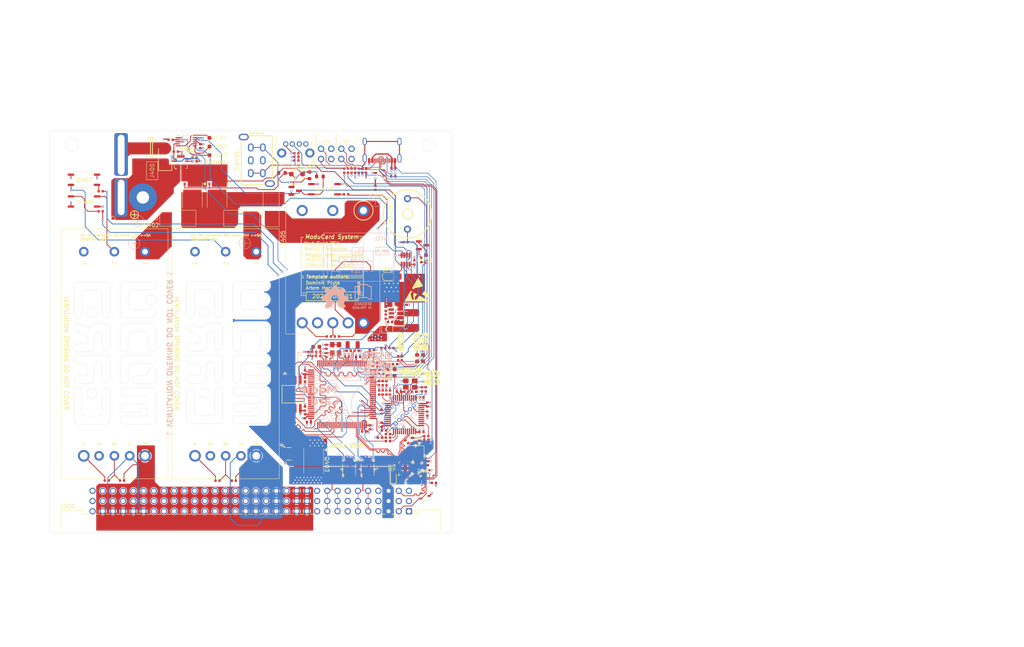
<source format=kicad_pcb>
(kicad_pcb (version 20241229) (generator "pcbnew") (generator_version "9.0")
  (title_block (title "ModuCard Power Supply Unit") (date "2025-09-12") (rev "0") (company "KoNaR") (comment 1 "Base project author: Dominik Pluta Artem Horiunov") (comment 2 "Maciej Chodowiec") (comment 3 "Project author"))
  (layers (0 "F.Cu" signal) (4 "In1.Cu" signal) (6 "In2.Cu" signal) (2 "B.Cu" signal) (13 "F.Paste" user) (15 "B.Paste" user) (5 "F.SilkS" user "F.Silkscreen") (7 "B.SilkS" user "B.Silkscreen") (1 "F.Mask" user) (3 "B.Mask" user) (25 "Edge.Cuts" user))
  (property "SHEETTOTAL" "5")
  (net 0 "")
  (net 1 "+3V3")
  (net 2 "GND")
  (net 3 "/ST-LINK/STLINK-RST")
  (net 4 "/ST-LINK/STLINK-OSC_IN")
  (net 5 "/ST-LINK/STLINK-OSC_OUT")
  (net 6 "+5V")
  (net 7 "/ST-LINK/LED")
  (net 8 "/MCU/OSC_IN")
  (net 9 "/ST-LINK/STLINK-BOOT0")
  (net 10 "/MCU/BOOT0")
  (net 11 "/MCU/NRST")
  (net 12 "/ST-LINK/DIO")
  (net 13 "/ST-LINK/CLK")
  (net 14 "/ST-LINK/USB_RENUM")
  (net 15 "/USB/VBUS_IN")
  (net 16 "/Backplane/GPIOC0")
  (net 17 "/MCU/USR_BUTTON")
  (net 18 "/ST-LINK/SWO")
  (net 19 "/MCU/SWD.~{RST}")
  (net 20 "/MCU/SWD.SWCLK")
  (net 21 "/ST-LINK/ST-LINK.D+")
  (net 22 "/MCU/SWD.SWDIO")
  (net 23 "/Battery connector/VIOUT")
  (net 24 "/MCU/QSPI1.SCLK")
  (net 25 "/5V converter + sensor/BATTERY_FUSED")
  (net 26 "/MCU/QSPI1.IO3")
  (net 27 "/MCU/USB_MCU.D-")
  (net 28 "/USB/USB2S.D-")
  (net 29 "/MCU/USB_MCU.D+")
  (net 30 "/USB/USB2S.D+")
  (net 31 "/USB-hub/USB_MCU_R.D-")
  (net 32 "/ST-LINK/ST-LINK.D-")
  (net 33 "/USB-hub/USB_MCU_R.D+")
  (net 34 "/Backplane/BACKPLANE.D+")
  (net 35 "/Backplane/BACKPLANE.D-")
  (net 36 "/MCU/QSPI1.CS")
  (net 37 "/5V converter + sensor/PreJumper")
  (net 38 "/USB-hub/USBOUT1_R.D-")
  (net 39 "/USB-hub/USBOUT1_R.D+")
  (net 40 "+12V")
  (net 41 "/USB-hub/USBIN1.D+")
  (net 42 "/USB-hub/USBIN1.D-")
  (net 43 "/12V conveter + sensor/ON-OFF0")
  (net 44 "/Backplane/CAN1.+")
  (net 45 "/Backplane/CAN2.-")
  (net 46 "Net-(IC403-IP+)")
  (net 47 "/Backplane/CAN2.+")
  (net 48 "/12V conveter + sensor/FUSE")
  (net 49 "/Backplane/GPIOR8")
  (net 50 "/12V conveter + sensor/BATTERY")
  (net 51 "/Backplane/GPIOR0")
  (net 52 "/Backplane/GPIOR3")
  (net 53 "/MCU/QSPI1.IO0")
  (net 54 "/Backplane/GPIOR15")
  (net 55 "/??V converter + sensor/FUSE")
  (net 56 "/Backplane/GPIOC9")
  (net 57 "/Backplane/GPIOR5")
  (net 58 "/Backplane/GPIOR2")
  (net 59 "/MCU/OSC32_OUT")
  (net 60 "/MCU/QSPI1.IO2")
  (net 61 "/Backplane/CAN1.-")
  (net 62 "/MCU/QSPI1.IO1")
  (net 63 "/12V conveter + sensor/ON{slash}OFF")
  (net 64 "/??V converter + sensor/ON{slash}OFF")
  (net 65 "/12V conveter + sensor/TRIM")
  (net 66 "/Backplane/GPIOC4")
  (net 67 "Net-(IC403-~{FAULT})")
  (net 68 "/MCU/BOOT_EN")
  (net 69 "/Backplane/GPIOC11")
  (net 70 "/Backplane/GPIOR6")
  (net 71 "/Backplane/GPIOR1")
  (net 72 "/Backplane/GPIOR11")
  (net 73 "/Battery connector/ADS115{slash}RDY")
  (net 74 "/Backplane/GPIOR4")
  (net 75 "/Backplane/GPIOC6")
  (net 76 "/Backplane/GPIOC10")
  (net 77 "/Backplane/GPIOR9")
  (net 78 "/MCU/OSC32_IN")
  (net 79 "/Backplane/GPIOC15")
  (net 80 "/Backplane/GPIOR10")
  (net 81 "/Backplane/GPIOC3")
  (net 82 "+24V")
  (net 83 "/Backplane/GPIOC2")
  (net 84 "/Backplane/GPIOR12")
  (net 85 "/??V converter + sensor/TRIM")
  (net 86 "/Backplane/GPIOC7")
  (net 87 "/Backplane/GPIOC12")
  (net 88 "/Backplane/GPIOC8")
  (net 89 "/Backplane/GPIOC14")
  (net 90 "/Backplane/GPIOC1")
  (net 91 "/Backplane/GPIOC13")
  (net 92 "/5V converter + sensor/PawełJumper")
  (net 93 "/Backplane/GPIOR7")
  (net 94 "/Backplane/GPIOC5")
  (net 95 "/Backplane/GPIOR13")
  (net 96 "/Backplane/GPIOR14")
  (net 97 "/MCU/VCAP_2")
  (net 98 "/5V converter + sensor/TRIM")
  (net 99 "/MCU/VCAP_1")
  (net 100 "/CAN transceiver 1/CAN.TX")
  (net 101 "/CAN transceiver 1/CAN.RX")
  (net 102 "/CAN transceiver 2/CAN.TX")
  (net 103 "/CAN transceiver 2/CAN.RX")
  (net 104 "/USB/CC1")
  (net 105 "/USB/CC2")
  (net 106 "/Power/VBST_3V3")
  (net 107 "/Power/SW_3V3")
  (net 108 "/Power/FB_3V3")
  (net 109 "/MCU/USR_BTN")
  (net 110 "/MCU/USER_LED_1")
  (net 111 "/MCU/USER_LED_2")
  (net 112 "/MCU/STATUS_LED")
  (net 113 "Net-(D401-Pad1)")
  (net 114 "+5V_STDBY")
  (net 115 "/Power/+3V3_UNPROTEC")
  (net 116 "/12V conveter + sensor/ON-OFF1")
  (net 117 "/Battery connector/MASTER_ON")
  (net 118 "/12V conveter + sensor/ON-OFF2")
  (net 119 "/5V converter + sensor/I2C.SCL")
  (net 120 "/5V converter + sensor/I2C.SDA")
  (net 121 "Net-(IC400-Pad1)")
  (net 122 "/MCU/Buzzer")
  (net 123 "/MCU/Power_Button_IN")
  (net 124 "/MCU/VDDA")
  (net 125 "Net-(BZ401--)")
  (net 172 "/MCU/STLINK.RX")
  (net 173 "unconnected-(U405-PC5-Pad34)")
  (net 174 "/MCU/STLINK.TX")
  (net 175 "Net-(Q404-G)")
  (net 176 "Net-(D403-A)")
  (net 177 "Net-(D403-K)")
  (net 178 "Net-(Q405-C)")
  (net 179 "Net-(Q405-B)")
  (net 180 "Net-(U404-AIN1)")
  (net 181 "Net-(U404-AIN2)")
  (net 182 "Net-(U404-AIN3)")
  (net 183 "Net-(LED300-Pad1)")
  (net 184 "Net-(LED300-Pad3)")
  (net 185 "Net-(LED301-Pad1)")
  (net 186 "Net-(LED301-Pad3)")
  (net 187 "Net-(BZ401-+)")
  (net 188 "Net-(Q403-Pad4)")
  (net 189 "Net-(Q400-D)")
  (net 190 "Net-(D402-Pad1)")
  (net 193 "Net-(U801-~{OE})")
  (net 194 "Net-(U801-SEL)")
  (net 197 "Net-(J800-SHIELD)")
  (net 216 "Net-(IC410-Pad1)")
  (net 217 "Net-(IC407-Pad1)")
  (net 219 "Net-(U302-XI)")
  (net 220 "Net-(U302-XO)")
  (net 222 "Net-(U700-PB13)")
  (net 223 "Net-(U700-PB12)")
  (net 224 "Net-(U700-PB14)")
  (net 226 "Net-(U700-PB0)")
  (net 227 "Net-(U700-PC14)")
  (net 228 "Net-(U700-PC13)")
  (net 229 "Net-(U700-PA5)")
  (net 230 "Net-(U700-PA0)")
  (net 231 "Net-(U302-PGANG)")
  (net 232 "Net-(D301-Pad1)")
  (net 233 "Net-(U600-STB)")
  (net 234 "Net-(U500-STB)")
  (net 235 "Net-(Q700-E)")
  (net 236 "Net-(Q700-B)")
  (net 237 "Net-(D701-Pad1)")
  (net 238 "Net-(D700-Pad2)")
  (net 239 "Net-(U302-3V3)")
  (footprint "kibuzzard-67B37005" (layer "F.Cu") (at 132.75 103.775 90)
    (property "Reference" "kibuzzard-67B37005" (hide yes))
    (property "Value" "G***" (hide yes))
  )
  (footprint "Inductor_SMD:L_Changjiang_FXL0420" (layer "F.Cu") (at 129.900136 98.431509 -90)
    (property "Reference" "L301" (hide yes))
    (property "Value" "3.3uH")
  )
  (footprint "kibuzzard-67B643DE" (layer "F.Cu") (at 111.16 129.615002)
    (property "Reference" "kibuzzard-67B643DE" (hide yes))
    (property "Value" "G***" (hide yes))
  )
  (footprint "TestPoint:TestPoint_Pad_D1.0mm" (layer "F.Cu") (at 132.75 105.325)
    (property "Reference" "TP302" (hide yes))
    (property "Value" "TestPoint")
  )
  (footprint "Package_QFP:LQFP-100_14x14mm_P0.5mm" (layer "F.Cu") (at 112.075 116.85 -90)
    (property "Reference" "U405" (hide yes))
    (property "Value" "STM32H562VGTx")
  )
  (footprint "TestPoint:TestPoint_Pad_D1.0mm" (layer "F.Cu") (at 79.095 55.228751 90)
    (property "Reference" "TP401" (hide yes))
    (property "Value" "TestPoint")
  )
  (footprint "PCM_JLCPCB:R_0402" (layer "F.Cu") (at 100.7284 58.685001)
    (property "Reference" "R434" (hide yes))
    (property "Value" "10kΩ" (hide yes))
  )
  (footprint "PCM_JLCPCB:Q_SOT-23" (layer "F.Cu") (at 100.43 66.235001)
    (property "Reference" "Q405" (hide yes))
    (property "Value" "MMBT5551")
  )
  (footprint "FixLed307:FixLed307" (layer "F.Cu") (at 108.15 55.785)
    (property "Reference" "LED300" (hide yes))
    (property "Value" "FixLed307")
  )
  (footprint "PCM_JLCPCB:C_0402" (layer "F.Cu") (at 108.204 105.057001 -90)
    (property "Reference" "C432" (hide yes))
    (property "Value" "100nF")
  )
  (footprint "PCM_JLCPCB:R_0402" (layer "F.Cu") (at 110.8 102.485001)
    (property "Reference" "R420" (hide yes))
    (property "Value" "R" (hide yes))
  )
  (footprint "PCM_JLCPCB:R_0402" (layer "F.Cu") (at 126.85 132.125 -90)
    (property "Reference" "R903" (hide yes))
    (property "Value" "22Ω" (hide yes))
  )
  (footprint "PCM_JLCPCB:R_0402" (layer "F.Cu") (at 126.7 138.375 180)
    (property "Reference" "R308" (hide yes))
    (property "Value" "1kΩ" (hide yes))
  )
  (footprint "PCM_JLCPCB:R_0402" (layer "F.Cu") (at 97.12 128.135001 -90)
    (property "Reference" "R429" (hide yes))
    (property "Value" "10kΩ" (hide yes))
  )
  (footprint "PCM_JLCPCB:C_0402" (layer "F.Cu") (at 70.72 56.485001 180)
    (property "Reference" "C428" (hide yes))
    (property "Value" "100nF")
  )
  (footprint "PCM_JLCPCB:C_0402" (layer "F.Cu") (at 102.87 111.407001 90)
    (property "Reference" "C402" (hide yes))
    (property "Value" "100nF")
  )
  (footprint "PCM_JLCPCB:C_0402" (layer "F.Cu") (at 116.145 136.585001 90)
    (property "Reference" "C501" (hide yes))
    (property "Value" "100nF" (hide yes))
  )
  (footprint "PCM_JLCPCB:R_0402" (layer "F.Cu") (at 123.5 128.525)
    (property "Reference" "R716" (hide yes))
    (property "Value" "22Ω" (hide yes))
  )
  (footprint "PCM_JLCPCB:R_0402" (layer "F.Cu") (at 122.950136 97.531509 90)
    (property "Reference" "R306" (hide yes))
    (property "Value" "33k2" (hide yes))
  )
  (footprint "TestPoint:TestPoint_Pad_D1.0mm" (layer "F.Cu") (at 79.095 53.072501 -90)
    (property "Reference" "TP400" (hide yes))
    (property "Value" "TestPoint")
  )
  (footprint "Brick_Converter:8th DC-DC converter" (layer "F.Cu") (at 68.77 75.665001 -90)
    (property "Reference" "IC402")
    (property "Value" "~")
  )
  (footprint "PCM_JLCPCB:D_0603" (layer "F.Cu") (at 124.85 137.575 90)
    (property "Reference" "D301" (hide yes))
    (property "Value" "Red")
  )
  (footprint "Package_SO:SOIC-4_4.55x3.7mm_P2.54mm" (layer "F.Cu") (at 47.87 68.885001)
    (property "Reference" "IC400")
    (property "Value" "TLP185xSE")
  )
  (footprint "PCM_JLCPCB:C_0402" (layer "F.Cu") (at 111.595 136.585001 90)
    (property "Reference" "C601" (hide yes))
    (property "Value" "100nF" (hide yes))
  )
  (footprint "PCM_JLCPCB:R_0402" (layer "F.Cu") (at 116.145 134.435001 90)
    (property "Reference" "R600" (hide yes))
    (property "Value" "10kΩ" (hide yes))
  )
  (footprint "kibuzzard-67B2198C" (layer "F.Cu") (at 134.5 111.725)
    (property "Reference" "kibuzzard-67B2198C" (hide yes))
    (property "Value" "G***" (hide yes))
  )
  (footprint "kibuzzard-67B643EE" (layer "F.Cu") (at 115.76 129.615002)
    (property "Reference" "kibuzzard-67B643EE" (hide yes))
    (property "Value" "G***" (hide yes))
  )
  (footprint "PCM_JLCPCB:R_0402" (layer "F.Cu") (at 124.85 62.675)
    (property "Reference" "R801" (hide yes))
    (property "Value" "5.1kΩ" (hide yes))
  )
  (footprint "PCM_JLCPCB:C_0402" (layer "F.Cu") (at 113.845 133.035001 180)
    (property "Reference" "C600" (hide yes))
    (property "Value" "100nF")
  )
  (footprint "PCM_JLCPCB:R_0402" (layer "F.Cu") (at 69.42 53.535001)
    (property "Reference" "R410" (hide yes))
    (property "Value" "10kΩ" (hide yes))
  )
  (footprint "kicad-footprints:UFQFN-10_1.4x1.8" (layer "F.Cu") (at 132.65 137.8)
    (property "Reference" "U801")
    (property "Value" "FSUSB42UMX")
  )
  (footprint "TestPoint:TestPoint_Pad_D1.0mm" (layer "F.Cu") (at 133.25 113.725 90)
    (property "Reference" "TP701" (hide yes))
    (property "Value" "TestPoint")
  )
  (footprint "PCM_JLCPCB:R_0402" (layer "F.Cu") (at 121.27 114.1 90)
    (property "Reference" "R437" (hide yes))
    (property "Value" "1kΩ" (hide yes))
  )
  (footprint "PCM_JLCPCB:C_0402" (layer "F.Cu") (at 120.388 108.867001 180)
    (property "Reference" "C422" (hide yes))
    (property "Value" "100nF")
  )
  (footprint "PCM_JLCPCB:R_0402" (layer "F.Cu") (at 113.55 61.225 90)
    (property "Reference" "R442" (hide yes))
    (property "Value" "220Ω" (hide yes))
  )
  (footprint "Package_TO_SOT_SMD:SOT-23-6" (layer "F.Cu") (at 125.470856 96.735001 180)
    (property "Reference" "U301" (hide yes))
    (property "Value" "TPS563201DDCR" (hide yes))
  )
  (footprint "PCM_JLCPCB:C_0402" (layer "F.Cu") (at 118.445 133.035001 180)
    (property "Reference" "C500" (hide yes))
    (property "Value" "100nF")
  )
  (footprint "kibuzzard-67B20BD5" (layer "F.Cu") (at 129.2 111.375)
    (property "Reference" "kibuzzard-67B20BD5" (hide yes))
    (property "Value" "G***" (hide yes))
  )
  (footprint "PCM_JLCPCB:R_0402" (layer "F.Cu") (at 127.75 132.125 -90)
    (property "Reference" "R902" (hide yes))
    (property "Value" "22Ω" (hide yes))
  )
  (footprint "PCM_JLCPCB:C_0402" (layer "F.Cu") (at 123.14 114.115001 -90)
    (property "Reference" "C410" (hide yes))
    (property "Value" "4.7uF")
  )
  (footprint "FuseCustom:Fuse_2410_6125" (layer "F.Cu") (at 87.12 73.085001 180)
    (property "Reference" "F403" (hide yes))
    (property "Value" "10A")
  )
  (footprint "PCM_JLCPCB:C_0402" (layer "F.Cu") (at 106.18 107.343001 180)
    (property "Reference" "C424" (hide yes))
    (property "Value" "100nF")
  )
  (footprint "PCM_JLCPCB:R_0402" (layer "F.Cu") (at 121.325 116.425 -90)
    (property "Reference" "R700" (hide yes))
    (property "Value" "100kΩ" (hide yes))
  )
  (footprint "PS-22F03:SW-TH_G-SWITCH-PS-22F03N" (layer "F.Cu") (at 90.87 58.647501 90)
    (property "Reference" "SW401")
    (property "Value" "~")
  )
  (footprint "PCM_JLCPCB:R_0805" (layer "F.Cu") (at 127.25 87.575001)
    (property "Reference" "R419" (hide yes))
    (property "Value" "8mΩ")
  )
  (footprint "Brick_Converter:8th DC-DC converter" (layer "F.Cu") (at 96.455 75.660001 -90)
    (property "Reference" "IC405")
    (property "Value" "~")
  )
  (footprint "PCM_JLCPCB:R_0402" (layer "F.Cu") (at 120.37 65.485001 90)
    (property "Reference" "R401" (hide yes))
    (property "Value" "10kΩ" (hide yes))
  )
  (footprint "PCM_JLCPCB:R_0603" (layer "F.Cu") (at 97.12 61.785001)
    (property "Reference" "R415" (hide yes))
    (property "Value" "5.1kΩ")
  )
  (footprint "DFN5060-8L:DFN5060-8L" (layer "F.Cu") (at 105.02 133.435001 -90)
    (property "Reference" "Q403")
    (property "Value" "HSBA8119")
  )
  (footprint "TestPoint:TestPoint_Pad_D1.0mm" (layer "F.Cu") (at 79.095 57.385001 90)
    (property "Reference" "TP402" (hide yes))
    (property "Value" "TestPoint")
  )
  (footprint "Brick_Converter:16th DC-DC converter" (layer "F.Cu") (at 109.79 85.115001 -90)
    (property "Reference" "IC406")
    (property "Value" "~")
  )
  (footprint "PCM_JLCPCB:R_0402" (layer "F.Cu") (at 126.95 107.875 90)
    (property "Reference" "R411" (hide yes))
    (property "Value" "470Ω" (hide yes))
  )
  (footprint "PCM_JLCPCB:R_0402" (layer "F.Cu") (at 52.02 71.335001)
    (property "Reference" "R413" (hide yes))
    (property "Value" "1kΩ" (hide yes))
  )
  (footprint "PCM_JLCPCB:R_0402" (layer "F.Cu") (at 114.45 61.235001 90)
    (property "Reference" "R440" (hide yes))
    (property "Value" "220Ω" (hide yes))
  )
  (footprint "PCM_JLCPCB:D_0603" (layer "F.Cu") (at 125.175 111.45 -90)
    (property "Reference" "D701" (hide yes))
    (property "Value" "Green")
  )
  (footprint "PCM_JLCPCB:R_0402" (layer "F.Cu") (at 122.37 105.360001)
    (property "Reference" "R423" (hide yes))
    (property "Value" "10kΩ" (hide yes))
  )
  (footprint "PCM_JLCPCB:D_SMA" (layer "F.Cu") (at 68.07 57.685001 90)
    (property "Reference" "D404" (hide yes))
    (property "Value" "SMAJ64A")
  )
  (footprint "PCM_JLCPCB:R_0402" (layer "F.Cu") (at 115.34 61.235001 90)
    (property "Reference" "R441" (hide yes))
    (property "Value" "220Ω" (hide yes))
  )
  (footprint "PCM_JLCPCB:C_0402" (layer "F.Cu") (at 116.078 107.597001)
    (property "Reference" "C420" (hide yes))
    (property "Value" "100nF")
  )
  (footprint "PCM_JLCPCB:R_0402" (layer "F.Cu") (at 124 116.425 -90)
    (property "Reference" "R701" (hide yes))
    (property "Value" "10kΩ" (hide yes))
  )
  (footprint "PCM_JLCPCB:D_0603" (layer "F.Cu") (at 132.24 107.875 90)
    (property "Reference" "D402" (hide yes))
    (property "Value" "Green")
  )
  (footprint "PCM_JLCPCB:R_0402" (layer "F.Cu") (at 108.8 102.485001)
    (property "Reference" "R421" (hide yes))
    (property "Value" "R" (hide yes))
  )
  (footprint "PCM_JLCPCB:CRYSTAL-SMD_4P-L3.2-W2.5-BL" (layer "F.Cu") (at 129.05 114.325 180)
    (property "Reference" "Y700" (hide yes))
    (property "Value" "8 MHz")
  )
  (footprint "Package_QFP:LQFP-48_7x7mm_P0.5mm" (layer "F.Cu") (at 127.65 121.925 -90)
    (property "Reference" "U700" (hide yes))
    (property "Value" "STM32F103CBTx")
  )
  (footprint "PCM_JLCPCB:R_0402" (layer "F.Cu") (at 122.2 114.1 -90)
    (property "Reference" "R439" (hide yes))
    (property "Value" "10kΩ" (hide yes))
  )
  (footprint "TestPoint:TestPoint_Pad_D1.0mm" (layer "F.Cu") (at 133.25 111.725 90)
    (property "Reference" "TP700" (hide yes))
    (property "Value" "TestPoint")
  )
  (footprint "PCM_JLCPCB:R_0402" (layer "F.Cu") (at 52.02 66.335001)
    (property "Reference" "R418" (hide yes))
    (property "Value" "1kΩ" (hide yes))
  )
  (footprint "FuseCustom:Fuse_2410_6125" (layer "F.Cu") (at 71.22 73.085001)
    (property "Reference" "F402" (hide yes))
    (property "Value" "10A")
  )
  (footprint "PCM_JLCPCB:R_0402" (layer "F.Cu") (at 123.35 109.375)
    (property "Reference" "R707" (hide yes))
    (property "Value" "10kΩ" (hide yes))
  )
  (footprint "PCM_JLCPCB:C_0402" (layer "F.Cu") (at 130.08 84.050001 90)
    (property "Reference" "C434" (hide yes))
    (property "Value" "100nF")
  )
  (footprint "PCM_JLCPCB:R_0402" (layer "F.Cu") (at 131.795 83.485001 90)
    (property "Reference" "R402" (hide yes))
    (property "Value" "10kΩ" (hide yes))
  )
  (footprint "PCM_JLCPCB:C_0402" (layer "F.Cu") (at 76.77 55.135001 90)
    (property "Reference" "C430" (hide yes))
    (property "Value" "100nF")
  )
  (footprint "kibuzzard-67B37472" (layer "F.Cu") (at 130.75 103.775 90)
    (property "Reference" "kibuzzard-67B37472" (hide yes))
    (property "Value" "G***" (hide yes))
  )
  (footprint "PCM_JLCPCB:C_0402" (layer "F.Cu") (at 128.1 116.235 180)
    (property "Reference" "C708" (hide yes))
    (property "Value" "33pF" (hide yes))
  )
  (footprint "PCM_JLCPCB:R_0402" (layer "F.Cu") (at 132.9 115.625 -90)
    (property "Reference" "R705" (hide yes))
    (property "Value" "10kΩ" (hide yes))
  )
  (footprint "PCM_JLCPCB:C_0402" (layer "F.Cu") (at 118.975 125.1 -90)
    (property "Reference" "C404" (hide yes))
    (property "Value" "100nF")
  )
  (footprint "PCM_JLCPCB:R_0402" (layer "F.Cu") (at 122.950136 95.631509 90)
    (property "Reference" "R307" (hide yes))
    (property "Value" "10kΩ" (hide yes))
  )
  (footprint "PCM_JLCPCB:FC-135R_L3.2-W1.5" (layer "F.Cu") (at 114.725 104.55)
    (property "Reference" "X300" (hide yes))
    (property "Value" "Q13FC1350000400")
  )
  (footprint "PCM_JLCPCB:R_0402" (layer "F.Cu") (at 133.05 128.175)
    (property "Reference" "R711" (hide yes))
    (property "Value" "39kΩ" (hide yes))
  )
  (footprint "Oscillator:Oscillator_SMD_Abracon_ASE-4Pin_3.2x2.5mm" (layer "F.Cu") (at 110.49 105.565001 -90)
    (property "Reference" "Y400" (hide yes))
    (property "Value" "ASE-xxxMHz")
  )
  (footprint "PCM_JLCPCB:R_0402" (layer "F.Cu") (at 133.05 127.275)
    (property "Reference" "R710" (hide yes))
    (property "Value" "100Ω" (hide yes))
  )
  (footprint "PCM_JLCPCB:R_0402" (layer "F.Cu") (at 123.5 127.65)
    (property "Reference" "R715" (hide yes))
    (property "Value" "22Ω" (hide yes))
  )
  (footprint "PCM_JLCPCB:C_0402" (layer "F.Cu") (at 116.25 61.225 -90)
    (property "Reference" "C801" (hide yes))
    (property "Value" "100nF")
  )
  (footprint "kibuzzard-67E7D86B" (layer "F.Cu") (at 126.75 103.775001 90)
    (property "Reference" "kibuzzard-67E7D86B" (hide yes))
    (property "Value" "G***" (hide yes))
  )
  (footprint "PCM_JLCPCB:C_0402" (layer "F.Cu") (at 119.46 105.865)
    (property "Reference" "C419" (hide yes))
    (property "Value" "100nF")
  )
  (footprint "Jumper:SolderJumper-2_P1.3mm_Open_TrianglePad1.0x1.5mm" (layer "F.Cu") (at 123.325136 100.628051 180)
    (property "Reference" "JP301" (hide yes))
    (property "Value" "Test Buck Vout")
  )
  (footprint "Connector_USB:USB_C_Receptacle_GCT_USB4105-xx-A_16P_TopMnt_Horizontal" (layer "F.Cu") (at 122.05 55.035 180)
    (property "Reference" "J800" (hide yes))
    (property "Value" "USB_C_Receptacle_USB2.0_16P")
  )
  (footprint "PCM_JLCPCB:C_0402" (layer "F.Cu") (at 127.563767 94.578051 180)
    (property "Reference" "C311" (hide yes))
    (property "Value" "100nF")
  )
  (footprint "PCM_JLCPCB:R_0603" (layer "F.Cu") (at 103.97 62.385001 -90)
    (property "Reference" "R403" (hide yes))
    (property "Value" "100kΩ")
  )
  (footprint "PCM_JLCPCB:C_0402" (layer "F.Cu") (at 108.204 107.089001 90)
    (property "Reference" "C406" (hide yes))
    (property "Value" "100nF")
  )
  (footprint "kibuzzard-67B219C6" (layer "F.Cu") (at 134.5 113.725)
    (property "Reference" "kibuzzard-67B219C6" (hide yes))
    (property "Value" "G***" (hide yes))
  )
  (footprint "PCM_JLCPCB:R_0402" (layer "F.Cu") (at 75.37 57.970001 180)
    (property "Reference" "R414" (hide yes))
    (property "Value" "100kΩ" (hide yes))
  )
  (footprint "Package_TO_SOT_SMD:SOT-323_SC-70" (layer "F.Cu") (at 132.7075 142.162501)
    (property "Reference" "U402" (hide yes))
    (property "Value" "TPD2E2U06DCK")
  )
  (footprint "DFN5060-8L:DFN5060-8L" (layer "F.Cu") (at 80.9825 67.260001 -90)
    (property "Reference" "Q401")
    (property "Value" "HSBA8119")
  )
  (footprint "PCM_JLCPCB:C_0402" (layer "F.Cu") (at 130 116.225)
    (property "Reference" "C707" (hide yes))
    (property "Value" "33pF")
  )
  (footprint "PCM_JLCPCB:R_0402" (layer "F.Cu") (at 123.9 133.225 -90)
    (property "Reference" "R901" (hide yes))
    (property "Value" "22Ω" (hide yes))
  )
  (footprint "PCM_JLCPCB:C_0402" (layer "F.Cu") (at 103.825 123.75 180)
    (property "Reference" "C403" (hide yes))
    (property "Value" "10uF")
  )
  (footprint "PCM_JLCPCB:R_0402" (layer "F.Cu") (at 133.05 129.075 180)
    (property "Reference" "R709" (hide yes))
    (property "Value" "10kΩ" (hide yes))
  )
  (footprint "PCM_JLCPCB:R_0402" (layer "F.Cu") (at 117.15 61.225 -90)
    (property "Reference" "R805" (hide yes))
    (property "Value" "330Ω" (hide yes))
  )
  (footprint "PCM_JLCPCB:R_0402" (layer "F.Cu") (at 118.05 61.225 -90)
    (property "Reference" "R800" (hide yes))
    (property "Value" "5.1kΩ" (hide yes))
  )
  (footprint "PCM_JLCPCB:C_0603" (layer "F.Cu") (at 124.820136 94.371509 180)
    (property "Reference" "C310" (hide yes))
    (property "Value" "10uF")
  )
  (footprint "PCM_JLCPCB:R_0402" (layer "F.Cu") (at 133.3 121.675 90)
    (property "Reference" "R702" (hide yes))
    (property "Value" "100kΩ" (hide yes))
  )
  (footprint "PCM_JLCPCB:C_0603" (layer "F.Cu") (at 124.830585 93.128051 180)
    (property "Reference" "C309" (hide yes))
    (property "Value" "10uF")
  )
  (footprint "PCM_JLCPCB:C_0402" (layer "F.Cu") (at 130.45 134.075 90)
    (property "Reference" "C900" (hide yes))
    (property "Value" "100nF")
  )
  (footprint "PCM_JLCPCB:R_0402" (layer "F.Cu") (at 119.45 107.645 180)
    (property "Reference" "R436" (hide yes))
    (property "Value" "100Ω" (hide yes))
  )
  (footprint "PCM_JLCPCB:R_0402" (layer "F.Cu") (at 99.87 129.435001 180)
    (property "Reference" "R428" (hide yes))
    (property "Value" "10kΩ" (hide yes))
  )
  (footprint "PCM_JLCPCB:C_0402" (layer "F.Cu") (at 120.396 109.883001 180)
    (property "Reference" "C405" (hide yes))
    (property "Value" "100nF")
  )
  (footprint "PCM_JLCPCB:R_0402" (layer "F.Cu") (at 132.55 134.025 -90)
    (property "Reference" "R802" (hide yes))
    (property "Value" "10kΩ" (hide yes))
  )
  (footprint "PCM_JLCPCB:C_0402" (layer "F.Cu") (at 131.85 117.625)
    (property "Reference" "C701" (hide yes))
    (property "Value" "100nF")
  )
  (footprint "PCM_JLCPCB:R_0402" (layer "F.Cu") (at 85.14 138.380001 180)
    (property "Reference" "R426" (hide yes))
    (property "Value" "R" (hide yes))
  )
  (footprint "Connector_DIN:DIN41612_R_3x32_Female_Horizontal_THT" (layer "F.Cu") (at 128.74 145.975 180)
    (property "Reference" "J200")
    (property "Value" "09031967921")
  )
  (footprint "Package_SO:SOIC-4_4.55x3.7mm_P2.54mm" (layer "F.Cu") (at 107.695 65.835001 180)
    (property "Reference" "IC410")
    (property "Value" "TLP185xSE")
  )
  (footprint "BUZ-BD12:BUZ-TH_BD12.0-P7.60-D0.6-FD" (layer "F.Cu") (at 128.37 71.985001 90)
    (property "Reference" "BZ401")
    (property "Value" "Buzzer")
  )
  (footprint "PCM_JLCPCB:C_0402" (layer "F.Cu") (at 103.64 106.843001 -90)
    (property "Reference" "C425" (hide yes))
    (property "Value" "10uF")
  )
  (footprint "PCM_JLCPCB:R_0402" (layer "F.Cu") (at 101.42 131.185001 90)
    (property "Reference" "R430" (hide yes))
    (property "Value" "22Ω" (hide yes))
  )
  (footprint "PCM_JLCPCB:C_0402" (layer "F.Cu") (at 102.87 122.329001 -90)
    (property "Reference" "C427" (hide yes))
    (property "Value" "2.2uF")
  )
  (footprint "PCM_JLCPCB:Q_SOT-23" (layer "F.Cu") (at 98.87 131.685001)
    (property "Reference" "Q400" (hide yes))
    (property "Value" "AO3400A")
  )
  (footprint "PCM_JLCPCB:C_0402" (layer "F.Cu") (at 75.37 58.870001)
    (property "Reference" "C418" (hide yes))
    (property "Value" "100nF")
  )
  (footprint "PCM_JLCPCB:C_0402" (layer "F.Cu") (at 122.5 125.875)
    (property "Reference" "C700" (hide yes))
    (property "Value" "1uF")
  )
  (footprint "PCM_JLCPCB:R_0402" (layer "F.Cu") (at 57.33 138.335001 180)
    (property "Reference" "R424" (hide yes))
    (property "Value" "R" (hide yes))
  )
  (footprint "XT60-RightAngle:XT60-RightAngle-Adapter" (layer "F.Cu") (at 57.22 62.785001 90)
    (property "Reference" "J400")
    (property "Value" "XT60-Angled-F")
  )
  (footprint "PCM_JLCPCB:C_0402" (layer "F.Cu") (at 113.325 107.475)
    (property "Reference" "C401" (hide yes))
    (property "Value" "100nF")
  )
  (footprint "FuseCustom:Fuse_2410_6125" (layer "F.Cu") (at 94.42 70.685001 90)
    (property "Reference" "F404" (hide yes))
    (property "Value" "10A")
  )
  (footprint "PCM_JLCPCB:R_0402" (layer "F.Cu") (at 120.695 136.585001 90)
    (property "Reference" "R500" (hide yes))
    (property "Value" "10kΩ" (hide yes))
  )
  (footprint "PCM_JLCPCB:C_0402" (layer "F.Cu") (at 133.29 119.4225 -90)
    (property "Reference" "C704" (hide yes))
    (property "Value" "100nF" (hide yes))
  )
  (footprint "PCM_JLCPCB:C_0402" (layer "F.Cu") (at 121.78 111.835001)
    (property "Reference" "C429" (hide yes))
    (property "Value" "2.2uF")
  )
  (footprint "PCM_JLCPCB:C_0402" (layer "F.Cu") (at 131.35 134.075 90)
    (property "Reference" "C902" (hide yes))
    (property "Value" "10uF")
  )
  (footprint "PCM_JLCPCB:C_0402" (layer "F.Cu") (at 133.15 135.775)
    (property "Reference" "C312" (hide yes))
    (property "Value" "100nF")
  )
  (footprint "PCM_JLCPCB:R_0402" (layer "F.Cu") (at 119.46 106.765 180)
    (property "Reference" "R435" (hide yes))
    (property "Value" "10kΩ" (hide yes))
  )
  (footprint "PCM_JLCPCB:C_0402" (layer "F.Cu") (at 122.01 124.4275 90)
    (property "Reference" "C702" (hide yes))
    (property "Value" "100nF" (hide yes))
  )
  (footprint "PCM_JLCPCB:R_0402" (layer "F.Cu") (at 131.95 115.625 -90)
    (property "Reference" "R706" (hide yes))
    (property "Value" "10kΩ" (hide yes))
  )
  (footprint "PCM_JLCPCB:R_0402" (layer "F.Cu") (at 133.45 134.025 90)
    (property "Reference" "R803" (hide yes))
    (property "Value" "22kΩ" (hide yes))
  )
  (footprint "PCM_JLCPCB:C_0603" (layer "F.Cu") (at 126.912182 99.881509 90)
    (property "Reference" "C307" (hide yes))
    (property "Value" "22uF")
  )
  (footprint "PCM_JLCPCB:R_0603" (layer "F.Cu") (at 106.57 62.660001)
    (property "Reference" "R400" (hide yes))
    (property "Value" "15kΩ")
  )
  (footprint "PCM_JLCPCB:C_0402" (layer "F.Cu") (at 124.040136 98.881509)
    (property "Reference" "C306" (hide yes))
    (property "Value" "100nF")
  )
  (footprint "PCM_JLCPCB:Q_SOT-23" (layer "F.Cu") (at 132.12 79.785001)
    (property "Reference" "Q404" (hide yes))
    (property "Value" "AO3400A")
  )
  (footprint "PCM_JLCPCB:FB_0603" (layer "F.Cu") (at 105.672 105.057001 180)
    (property "Reference" "FB401" (hide yes))
    (property "Value" "~")
  )
  (footprint "PCM_JLCPCB:R_0402" (layer "F.Cu") (at 123.5 126.775)
    (property "Reference" "R714" (hide yes))
    (property "Value" "100Ω" (hide yes))
  )
  (footprint "PCM_JLCPCB:R_0402" (layer "F.Cu") (at 124.8 133.225 -90)
    (property "Reference" "R900" (hide yes))
    (property "Value" "22Ω" (hide yes))
  )
  (footprint "Diode_SMD:D_SOD-123F" (layer "F.Cu") (at 100.87 62.085001 180)
    (property "Reference" "D403")
    (property "Value" "20V")
  )
  (footprint "PCM_JLCPCB:R_0402" (layer "F.Cu") (at 100.7284 56.885001 180)
    (property "Reference" "R438" (hide yes))
    (property "Value" "100Ω" (hide yes))
  )
  (footprint "Package_SON:HVSON-8-1EP_3x3mm_P0.65mm_EP1.6x2.4mm" (layer "F.Cu") (at 113.845 135.635001 -90)
    (property "Reference" "U600" (hide yes))
    (property "Value" "TJA1044GTK_3Z" (hide yes))
  )
  (footprint "PCM_JLCPCB:C_0402" (layer "F.Cu") (at 117.594 126.139001)
    (property "Reference" "C421" (hide yes))
    (property "Value" "100nF")
  )
  (footprint "PCM_JLCPCB:R_0402" (layer "F.Cu") (at 126.05 107.875 90)
    (property "Reference" "R412" (hide yes))
    (property "Value" "220Ω" (hide yes))
  )
  (footprint "PCM_JLCPCB:C_0402" (layer "F.Cu") (at 122.2 116.425 90)
    (property "Reference" "C706" (hide yes))
    (property "Value" "100nF")
  )
  (footprint "TL2243:TL2243" (layer "F.Cu") (at 100.579415 56.834163)
    (property "Reference" "BTN400")
    (property "Value" "TL2243")
  )
  (footprint "PCM_JLCPCB:C_0402" (layer "F.Cu") (at 124.85 60.525)
    (property "Reference" "C800" (hide yes))
    (property "Value" "100nF")
  )
  (footprint "PCM_JLCPCB:R_0402" (layer "F.Cu") (at 53.53 138.335001)
    (property "Reference" "R425" (hide yes))
    (property "Value" "R" (hide yes))
  )
  (footprint "PCM_JLCPCB:C_0402" (layer "F.Cu") (at 126.2 116.235)
    (property "Reference" "C705" (hide yes))
    (property "Value" "100nF" (hide yes))
  )
  (footprint "PCM_JLCPCB:R_0402" (layer "F.Cu") (at 128.2 128.675 135)
    (property "Reference" "R712" (hide yes))
    (property "Value" "1.5kΩ" (hide yes))
  )
  (footprint "PCM_JLCPCB:R_0402" (layer "F.Cu") (at 127.87 79.035001)
    (property "Reference" "R445" (hide yes))
    (property "Value" "120Ω" (hide yes))
  )
  (footprint "PCM_JLCPCB:R_0402" (layer "F.Cu") (at 121.9 121.175 -90)
    (property "Reference" "R708" (hide yes))
    (property "Value" "22Ω" (hide yes))
  )
  (footprint "Sensor_Current:Allegro_QFN-12-10-1EP_3x3mm_P0.5mm" (layer "F.Cu") (at 71.97 59.100001 90)
    (property "Reference" "IC403")
    (property "Value" "ACS71240")
  )
  (footprint "PCM_JLCPCB:R_0402" (layer "F.Cu") (at 112.65 61.225 90)
    (property "Reference" "R443" (hide yes))
    (property "Value" "220Ω" (hide yes))
  )
  (footprint "Crystal:Crystal_SMD_3225-4Pin_3.2x2.5mm" (layer "F.Cu") (at 130.5 131.325 180)
    (property "Reference" "Y900" (hide yes))
    (property "Value" "12Mhz")
  )
  (footprint "Package_SON:HVSON-8-1EP_3x3mm_P0.65mm_EP1.6x2.4mm" (layer "F.Cu") (at 118.445 135.635001 -90)
    (property "Reference" "U500" (hide yes))
    (property "Value" "TJA1044GTK_3Z" (hide yes))
  )
  (footprint "PCM_JLCPCB:R_0402" (layer "F.Cu") (at 125.25 109.375)
    (property "Reference" "R713" (hide yes))
    (property "Value" "10kΩ" (hide yes))
  )
  (footprint "PCM_JLCPCB:C_0402" (layer "F.Cu") (at 102.87 113.234002 -90)
    (property "Reference" "C400" (hide yes))
    (property "Value" "10uF")
  )
  (footprint "Jumper:SolderJumper-2_P1.3mm_Open_RoundedPad1.0x1.5mm" (layer "F.Cu") (at 123.54 87.575001)
    (property "Reference" "JP1")
    (property "Value" "Solder Jumper")
  )
  (footprint "PCM_JLCPCB:D_0603" (layer "F.Cu") (at 123.425 111.45 90)
    (property "Reference" "D700" (hide yes))
    (property "Value" "Blue")
  )
  (footprint "PCM_JLCPCB:C_0402" (layer "F.Cu") (at 100.7284 57.785001 180)
    (property "Reference" "C417" (hide yes))
    (property "Value" "100nF")
  )
  (footprint "Package_TO_SOT_SMD:SOT-23-8" (layer "F.Cu") (at 127.89 83.400001 90)
    (property "Reference" "U403")
    (property "Value" "INA219AIDCNR")
  )
  (footprint "Package_DFN_QFN:QFN-16-1EP_3x3mm_P0.5mm_EP1.7x1.7mm" (layer "F.Cu") (at 127.8 135.3125 -90)
    (property "Reference" "U302" (hide yes))
    (property "Value" "CH334P")
  )
  (footprint "PCM_JLCPCB:C_0402" (layer "F.Cu") (at 115.7 106.025)
    (property "Reference" "C314" (hide yes))
    (property "Value" "18pF")
  )
  (footprint "Package_TO_SOT_SMD:SOT-323_SC-70" (layer "F.Cu") (at 121.47 61.785001 180)
    (property "Reference" "U401" (hide yes))
    (property "Value" "TPD2E2U06DCK")
  )
  (footprint "DFN5060-8L:DFN5060-8L" (layer "F.Cu") (at 74.835 67.260001 -90)
    (property "Reference" "Q402")
    (property "Value" "HSBA8119")
  )
  (footprint "Package_SO:SOIC-4_4.55x3.7mm_P2.54mm" (layer "F.Cu") (at 47.87 63.485001 180)
    (property "Reference" "IC407")
    (property "Value" "TLP185xSE")
  )
  (footprint "PCM_JLCPCB:C_0402" (layer "F.Cu") (at 102.85 120.425 90)
    (property "Reference" "C100" (hide yes))
    (property "Value" "100nF")
  )
  (footprint "PCM_JLCPCB:SOIC-8_L5.3-W5.3-P1.27-LS8.0-BL" (layer "F.Cu") (at 99.795 116.85 180)
    (property "Reference" "U100" (hide yes))
    (property "Value" "W25Q128")
  )
  (footprint "PCM_JLCPCB:C_0402" (layer "F.Cu") (at 131.85 126.275)
    (property "Reference" "C703" (hide yes))
    (property "Value" "100nF")
  )
  (footprint "PCM_JLCPCB:D_0603" (layer "F.Cu") (at 130.75 107.875 90)
    (property "Reference" "D401" (hide yes))
    (property "Value" "Green")
  )
  (footprint "Symbol:ESD-Logo_6.6x6mm_SilkScreen" (layer "F.Cu") (at 130.87 90.785001)
    (property "Reference" "REF**" (hide yes))
    (property "Value" "ESD-Logo_6.6x6mm_SilkScreen" (hide yes))
  )
  (footprint "PCM_JLCPCB:TSSOP-10_3x3mm_P0.5mm" (layer "F.Cu") (at 73.32 54.035001)
    (property "Reference" "U404" (hide yes))
    (property "Value" "ADS1115IDGS")
  )
  (footprint "PCM_JLCPCB:R_0402" (layer "F.Cu") (at 123.1 116.425 90)
    (property "Reference" "R703" (hide yes))
    (property "Value" "10kΩ" (hide yes))
  )
  (footprint "PCM_JLCPCB:R_0402" (layer "F.Cu") (at 113.095 67.110001)
    (property "Reference" "R417" (hide yes))
    (property "Value" "220Ω" (hide yes))
  )
  (footprint "PCM_JLCPCB:R_0603" (layer "F.Cu") (at 132.97 83.085001 90)
    (property "Reference" "R416" (hide yes))
    (property "Value" "100Ω")
  )
  (footprint "PCM_JLCPCB:R_0402" (layer "F.Cu") (at 81.09 138.380001)
    (property "Reference" "R427" (hide yes))
    (property "Value" "R" (hide yes))
  )
  (footprint "PCM_JLCPCB:C_0603" (layer "F.Cu") (at 125.650136 99.881509 90)
    (property "Reference" "C308" (hide yes))
    (property "Value" "22uF")
  )
  (footprint "PCM_JLCPCB:C_0402" (layer "F.Cu") (at 113.75 106.025 180)
    (property "Reference" "C313" (hide yes))
    (property "Value" "18pF")
  )
  (footprint "PCM_JLCPCB:C_0402" (layer "F.Cu") (at 106.172 106.327001 180)
    (property "Reference" "C423" (hide yes))
    (property "Value" "10uF")
  )
  (footprint "PCM_JLCPCB:C_0402" (layer "F.Cu") (at 104.656 106.835001 -90)
    (property "Reference" "C426" (hide yes))
    (property "Value" "100nF")
  )
  (footprint "PCM_JLCPCB:Q_SOT-323" (layer "F.Cu") (at 130.5 128.375 180)
    (property "Reference" "Q700" (hide yes))
    (property "Value" "MMST3904")
  )
  (footprint "PCM_JLCPCB:C_0402" (layer "F.Cu") (at 130.45 136.025 -90)
    (property "Reference" "C904" (hide yes))
    (property "Value" "1uF")
  )
  (footprint "PCM_JLCPCB:R_0402" (layer "F.Cu") (at 124.37 105.360001 180)
    (property "Reference" "R422" (hide yes))
    (property "Value" "10kΩ" (hide yes))
  )
  (footprint "PCM_JLCPCB:R_0402" (layer "F.Cu") (at 134.95 138.925)
    (property "Reference" "R804" (hide yes))
    (property "Value" "10kΩ" (hide yes))
  )
  (footprint "FixLed307:FixLed307" (layer "F.Cu") (at 113.2 55.785)
    (property "Reference" "LED301" (hide yes))
    (property "Value" "FixLed307")
  )
  (footprint "PCM_JLCPCB:R_0402" (layer "F.Cu") (at 121.55 127.65)
    (property "Reference" "R704" (hide yes))
    (property "Value" "22Ω" (hide yes))
  )
  (footprint "Symbol:OSHW-Symbol_6.7x6mm_SilkScreen" (layer "B.Cu") (at 110.37 92.685001 180)
    (property "Reference" "REF**" (hide yes))
    (property "Value" "OSHW-Symbol_6.7x6mm_SilkScreen" (hide yes))
  )
  (footprint "Connector_PinHeader_1.27mm:PinHeader_1x06_P1.27mm_Vertical" (layer "B.Cu") (at 125.40752 124.163543 -45)
    (property "Reference" "J401" (hide yes))
    (property "Value" "Conn_01x06_Pin")
  )
  (footprint "QRcode:KonarQR" (layer "B.Cu") (at 120.97 109.885001 180)
    (property "Reference" "G***" (hide yes))
    (property "Value" "LOGO" (hide yes))
  )
  (gr_circle (center 116.77 78.285001) (end 116.77 78.485001) (stroke (width 0.1)) (fill no) (layer "F.SilkS"))
  (gr_line (start 117.395 87.485001) (end 114.145 87.485001) (stroke (width 0.15)) (layer "F.SilkS"))
  (gr_line (start 114.17 87.885001) (end 117.42 87.885001) (stroke (width 0.15)) (layer "F.SilkS"))
  (gr_line (start 102.42 77.805001) (end 101.92 77.805001) (stroke (width 0.15)) (layer "F.SilkS"))
  (gr_line (start 120.615 135.095002) (end 121.015 135.495002) (stroke (width 0.1)) (layer "F.SilkS"))
  (gr_line (start 102.42 82.405001) (end 101.92 82.405001) (stroke (width 0.15)) (layer "F.SilkS"))
  (gr_line (start 102.57 87.885001) (end 101.92 87.885001) (stroke (width 0.15)) (layer "F.SilkS"))
  (gr_line (start 121.015 135.495002) (end 121.015 135.095002) (stroke (width 0.1)) (layer "F.SilkS"))
  (gr_circle (center 116.77 91.485001) (end 116.77 91.685001) (stroke (width 0.1)) (fill no) (layer "F.SilkS"))
  (gr_line (start 117.42 82.485001) (end 117.42 87.485001) (stroke (width 0.15)) (layer "F.SilkS"))
  (gr_line (start 117.42 87.885001) (end 117.42 92.165001) (stroke (width 0.15)) (layer "F.SilkS"))
  (gr_line (start 101.92 92.285001) (end 102.97 92.285001) (stroke (width 0.15)) (layer "F.SilkS"))
  (gr_line (start 110.77 82.485001) (end 117.395 82.485001) (stroke (width 0.15)) (layer "F.SilkS"))
  (gr_line (start 116.37 77.605001) (end 117.42 77.605001) (stroke (width 0.15)) (layer "F.SilkS"))
  (gr_line (start 101.92 87.485001) (end 102.57 87.485001) (stroke (width 0.15)) (layer "F.SilkS"))
  (gr_line (start 101.92 77.805001) (end 101.92 82.085001) (stroke (width 0.15)) (layer "F.SilkS"))
  (gr_line (start 101.92 82.085001) (end 102.42 82.085001) (stroke (width 0.15)) (layer "F.SilkS"))
  (gr_line (start 101.92 82.405001) (end 101.92 87.485001) (stroke (width 0.15)) (layer "F.SilkS"))
  (gr_line (start 101.92 87.885001) (end 101.92 92.285001) (stroke (width 0.15)) (layer "F.SilkS"))
  (gr_line (start 117.42 77.605001) (end 117.42 82.085001) (stroke (width 0.15)) (layer "F.SilkS"))
  (gr_rect (start 103.17 91.385001) (end 116.17 93.585001) (stroke (width 0.15)) (fill no) (layer "F.SilkS"))
  (gr_line (start 117.42 92.165001) (end 116.37 92.165001) (stroke (width 0.15)) (layer "F.SilkS"))
  (gr_circle (center 102.57 91.685001) (end 102.57 91.885001) (stroke (width 0.1)) (fill no) (layer "F.SilkS"))
  (gr_line (start 117.42 82.085001) (end 110.77 82.085001) (stroke (width 0.15)) (layer "F.SilkS"))
  (gr_line (start 110.485917 122.082759) (end 109.215917 122.082759) (stroke (width 0.1)) (layer "B.SilkS"))
  (gr_circle (center 111.150298 124.475403) (end 111.056727 124.475403) (stroke (width 0.1)) (fill no) (layer "B.SilkS"))
  (gr_line (start 105.532917 121.574759) (end 105.151917 122.336759) (stroke (width 0.1)) (layer "B.SilkS"))
  (gr_line (start 111.47 86.235001) (end 109.47 86.235001) (stroke (width 0.1)) (layer "B.SilkS"))
  (gr_line (start 103.881917 121.594858) (end 104.642637 123.58461) (stroke (width 0.1)) (layer "B.SilkS"))
  (gr_line (start 101.036 114.237001) (end 103.576 120.841001) (stroke (width 0.1)) (layer "B.SilkS"))
  (gr_line (start 110.231917 121.574759) (end 110.485917 122.082759) (stroke (width 0.1)) (layer "B.SilkS"))
  (gr_line (start 59.37 79.285001) (end 61.37 79.285001) (stroke (width 0.1)) (layer "B.SilkS"))
  (gr_line (start 107.183917 121.574759) (end 107.945917 123.098759) (stroke (width 0.1)) (layer "B.SilkS"))
  (gr_rect (start 108.47 79.735001) (end 109.47 87.735001) (stroke (width 0.1)) (fill no) (layer "B.SilkS"))
  (gr_line (start 109.723917 123.098759) (end 110.993917 123.098759) (stroke (width 0.1)) (layer "B.SilkS"))
  (gr_circle (center 119.37 119.285001) (end 114.37 119.285001) (stroke (width 0.1)) (fill no) (layer "B.SilkS"))
  (gr_line (start 114.114783 122.089869) (end 112.771917 122.082759) (stroke (width 0.1)) (layer "B.SilkS"))
  (gr_circle (center 60.37 79.285001) (end 59.37 78.285001) (stroke (width 0.1)) (fill no) (layer "B.SilkS"))
  (gr_line (start 60.37 78.285001) (end 60.37 80.285001) (stroke (width 0.1)) (layer "B.SilkS"))
  (gr_arc (start 116.253596 89.697059) (mid 115.837434 89.96484) (end 115.350415 90.052649) (stroke (width 0.2)) (layer "B.SilkS"))
  (gr_line (start 113.280585 123.100168) (end 114.552379 123.098118) (stroke (width 0.1)) (layer "B.SilkS"))
  (gr_line (start 113.47 81.285001) (end 112.92 80.735001) (stroke (width 0.1)) (layer "B.SilkS"))
  (gr_line (start 113.849527 121.574883) (end 114.114783 122.089869) (stroke (width 0.1)) (layer "B.SilkS"))
  (gr_line (start 120.37 67.785001) (end 120.37 69.785001) (stroke (width 0.1)) (layer "B.SilkS"))
  (gr_circle (center 110.485917 122.082759) (end 110.425369 122.011418) (stroke (width 0.1)) (fill no) (layer "B.SilkS"))
  (gr_line (start 107.564917 122.336759) (end 106.44863 122.336759) (stroke (width 0.1)) (layer "B.SilkS"))
  (gr_line (start 103.872628 121.576282) (end 113.849527 121.574883) (stroke (width 0.1)) (layer "B.SilkS"))
  (gr_circle (center 114.966808 123.953689) (end 114.873237 123.953689) (stroke (width 0.1)) (fill no) (layer "B.SilkS"))
  (gr_line (start 107.945917 121.574759) (end 108.707917 123.098759) (stroke (width 0.1)) (layer "B.SilkS"))
  (gr_line (start 115.87 107.385001) (end 116.87 106.385001) (stroke (width 0.1)) (layer "B.SilkS"))
  (gr_line (start 102.6235 117.285001) (end 110.942 117.285001) (stroke (width 0.1)) (layer "B.SilkS"))
  (gr_line (start 119.37 68.785001) (end 121.37 68.785001) (stroke (width 0.1)) (layer "B.SilkS"))
  (gr_line (start 69.87 126.785001) (end 68.37 126.785001) (stroke (width 0.1)) (layer "B.SilkS"))
  (gr_circle (center 61.37 73.785001) (end 60.37 72.785001) (stroke (width 0.1)) (fill no) (layer "B.SilkS"))
  (gr_line (start 120.47 81.235001) (end 117.27 81.235001) (stroke (width 0.1)) (layer "B.SilkS"))
  (gr_line (start 108.656 120.841001) (end 109.926 120.841001) (stroke (width 0.1)) (layer "B.SilkS"))
  (gr_line (start 112.771917 122.082759) (end 113.280585 123.100168) (stroke (width 0.1)) (layer "B.SilkS"))
  (gr_arc (start 116.272997 92.906878) (mid 116.820113 92.73226) (end 117.376704 92.873798) (stroke (width 0.2)) (layer "B.SilkS"))
  (gr_line (start 117.27 83.735001) (end 118.245 83.735001) (stroke (width 0.1)) (layer "B.SilkS"))
  (gr_line (start 111.408346 123.95433) (end 110.993917 123.098759) (stroke (width 0.1)) (layer "B.SilkS"))
  (gr_arc (start 117.361555 92.873028) (mid 117.918147 92.731466) (end 118.465262 92.906108) (stroke (width 0.2)) (layer "B.SilkS"))
  (gr_line (start 117.361555 92.873028) (end 117.378445 89.685001) (stroke (width 0.2)) (layer "B.SilkS"))
  (gr_arc (start 116.243074 89.697246) (mid 116.790189 89.522604) (end 117.346781 89.664166) (stroke (width 0.2)) (layer "B.SilkS"))
  (gr_line (start 108.91 120.841001) (end 108.656 120.333001) (stroke (width 0.1)) (layer "B.SilkS"))
  (gr_line (start 119.342755 93.254027) (end 119.353381 90.070564) (stroke (width 0.2)) (layer "B.SilkS"))
  (gr_line (start 111.47 83.735001) (end 109.47 83.735001) (stroke (width 0.1)) (layer "B.SilkS"))
  (gr_rect (start 101.109026 106.39194) (end 116.909025 113.39194) (stroke (width 0.1)) (fill no) (layer "B.SilkS"))
  (gr_line (start 60.37 73.785001) (end 62.37 73.785001) (stroke (width 0.1)) (layer "B.SilkS"))
  (gr_rect (start 111.47 82.785001) (end 117.27 84.685001) (stroke (width 0.1)) (fill no) (layer "B.SilkS"))
  (gr_line (start 111.958 120.841001) (end 111.577 120.841001) (stroke (width 0.1)) (layer "B.SilkS"))
  (gr_line (start 108.453917 123.606759) (end 108.199917 124.114759) (stroke (width 0.1)) (layer "B.SilkS"))
  (gr_line (start 111.998869 118.561051) (end 111.503778 118.558852) (stroke (width 0.1)) (layer "B.SilkS"))
  (gr_line (start 119.845 86.235001) (end 119.245 86.235001) (stroke (width 0.1)) (layer "B.SilkS"))
  (gr_line (start 112.72 120.841001) (end 112.466 120.333001) (stroke (width 0.1)) (layer "B.SilkS"))
  (gr_line (start 102.109026 107.39194) (end 101.109026 106.39194) (stroke (width 0.1)) (layer "B.SilkS"))
  (gr_line (start 107.386 120.841001) (end 107.132 120.333001) (stroke (width 0.1)) (layer "B.SilkS"))
  (gr_line (start 87.87 78.285001) (end 87.87 80.285001) (stroke (width 0.1)) (layer "B.SilkS"))
  (gr_line (start 111.196 120.841001) (end 110.942 120.333001) (stroke (width 0.1)) (layer "B.SilkS"))
  (gr_line (start 111.501917 123.098759) (end 112.517917 123.098759) (stroke (width 0.1)) (layer "B.SilkS"))
  (gr_line (start 119.845 86.235001) (end 119.845 81.235001) (stroke (width 0.1)) (layer "B.SilkS"))
  (gr_line (start 111.958 120.841001) (end 113.228 120.841001) (stroke (width 0.1)) (layer "B.SilkS"))
  (gr_line (start 117.27 86.235001) (end 118.47 86.235001) (stroke (width 0.1)) (layer "B.SilkS"))
  (gr_arc (start 119.353381 90.070564) (mid 118.868761 89.979385) (end 118.454752 89.711494) (stroke (width 0.2)) (layer "B.SilkS"))
  (gr_line (start 114.966808 123.953689) (end 114.552379 123.098118) (stroke (width 0.1)) (layer "B.SilkS"))
  (gr_line (start 107.945917 123.098759) (end 106.294917 123.098759) (stroke (width 0.1)) (layer "B.SilkS"))
  (gr_line (start 119.02 83.735001) (end 118.47 83.235001) (stroke (width 0.1)) (layer "B.SilkS"))
  (gr_arc (start 116.284558 92.907766) (mid 115.848087 93.183499) (end 115.337863 93.262282) (stroke (width 0.2)) (layer "B.SilkS"))
  (gr_line (start 119.245 86.235001) (end 118.695 85.735001) (stroke (width 0.1)) (layer "B.SilkS"))
  (gr_line (start 111.404298 123.967403) (end 111.150298 124.475403) (stroke (width 0.1)) (layer "B.SilkS"))
  (gr_arc (start 117.378445 89.685001) (mid 117.920355 89.545634) (end 118.454752 89.711494) (stroke (width 0.2)) (layer "B.SilkS"))
  (gr_line (start 109.47 81.235001) (end 112.97 81.235001) (stroke (width 0.1)) (layer "B.SilkS"))
  (gr_line (start 68.37 126.785001) (end 68.87 126.285001) (stroke (width 0.1)) (layer "B.SilkS"))
  (gr_line (start 104.338 120.841001) (end 104.084 120.333001) (stroke (width 0.1)) (layer "B.SilkS"))
  (gr_line (start 113.482 120.841001) (end 113.849527 121.574883) (stroke (width 0.1)) (layer "B.SilkS"))
  (gr_line (start 102.040413 116.003414) (end 102.535504 116.005613) (stroke (width 0.1)) (layer "B.SilkS"))
  (gr_line (start 86.87 79.285001) (end 88.87 79.285001) (stroke (width 0.1)) (layer "B.SilkS"))
  (gr_line (start 105.1 120.841001) (end 104.846 120.333001) (stroke (width 0.1)) (layer "B.SilkS"))
  (gr_line (start 104.642637 123.58461) (end 105.404637 123.83861) (stroke (width 0.1)) (layer "B.SilkS"))
  (gr_rect (start 111.47 85.285001) (end 117.27 87.185001) (stroke (width 0.1)) (fill no) (layer "B.SilkS"))
  (gr_line (start 103.872628 121.576282) (end 103.576 120.841001) (stroke (width 0.1)) (layer "B.SilkS"))
  (gr_line (start 102.109585 112.391381) (end 101.109026 113.39194) (stroke (width 0.1)) (layer "B.SilkS"))
  (gr_line (start 106.878 120.841001) (end 105.608 120.841001) (stroke (width 0.1)) (layer "B.SilkS"))
  (gr_line (start 112.136917 122.082759) (end 110.993917 122.082759) (stroke (width 0.1)) (layer "B.SilkS"))
  (gr_line (start 110.434 120.841001) (end 110.18 120.333001) (stroke (width 0.1)) (layer "B.SilkS"))
  (gr_line (start 105.151917 122.336759) (end 103.881917 121.594858) (stroke (width 0.1)) (layer "B.SilkS"))
  (gr_circle (center 120.37 68.785001) (end 119.37 67.785001) (stroke (width 0.1)) (fill no) (layer "B.SilkS"))
  (gr_line (start 108.402 120.841001) (end 106.878 120.841001) (stroke (width 0.1)) (layer "B.SilkS"))
  (gr_line (start 115.87 112.385001) (end 116.87 113.385001) (stroke (width 0.1)) (layer "B.SilkS"))
  (gr_circle (center 108.707917 125.130759) (end 108.614346 125.130759) (stroke (width 0.1)) (fill no) (layer "B.SilkS"))
  (gr_line (start 115.337863 93.262875) (end 115.350415 90.052649) (stroke (width 0.2)) (layer "B.SilkS"))
  (gr_circle (center 105.912637 124.60061) (end 105.819066 124.60061) (stroke (width 0.1)) (fill no) (layer "B.SilkS"))
  (gr_circle (center 87.87 79.285001) (end 86.87 78.285001) (stroke (width 0.1)) (fill no) (layer "B.SilkS"))
  (gr_line (start 111.958 120.841001) (end 111.704 120.333001) (stroke (width 0.1)) (layer "B.SilkS"))
  (gr_rect (start 114.57 80.335001) (end 117.27 82.235001) (stroke (width 0.1)) (fill no) (layer "B.SilkS"))
  (gr_line (start 111.882917 121.574759) (end 112.136917 122.082759) (stroke (width 0.1)) (layer "B.SilkS"))
  (gr_line (start 109.215917 122.082759) (end 109.722123 123.100809) (stroke (width 0.1)) (layer "B.SilkS"))
  (gr_line (start 114.57 81.285001) (end 113.47 81.285001) (stroke (width 0.1)) (layer "B.SilkS"))
  (gr_line (start 109.672 120.841001) (end 109.418 120.333001) (stroke (width 0.1)) (layer "B.SilkS"))
  (gr_line (start 108.707917 123.098759) (end 108.961917 123.606759) (stroke (width 0.1)) (layer "B.SilkS"))
  (gr_line (start 113.482 120.841001) (end 110.688 114.237001) (stroke (width 0.1)) (layer "B.SilkS"))
  (gr_line (start 108.656 120.841001) (end 108.402 120.841001) (stroke (width 0.1)) (layer "B.SilkS"))
  (gr_line (start 108.961917 123.606759) (end 108.453917 123.606759) (stroke (width 0.1)) (layer "B.SilkS"))
  (gr_circle (center 106.44863 122.336759) (end 106.355059 122.336759) (stroke (width 0.1)) (fill no) (layer "B.SilkS"))
  (gr_line (start 69.87 86.785001) (end 69.37 87.285001) (stroke (width 0.1)) (layer "B.SilkS"))
  (gr_line (start 108.199917 124.114759) (end 108.707917 125.130759) (stroke (width 0.1)) (layer "B.SilkS"))
  (gr_line (start 119.845 83.735001) (end 119.02 83.735001) (stroke (width 0.1)) (layer "B.SilkS"))
  (gr_line (start 108.148 120.841001) (end 107.894 120.333001) (stroke (width 0.1)) (layer "B.SilkS"))
  (gr_line (start 68.37 86.785001) (end 69.87 86.785001) (stroke (width 0.1)) (layer "B.SilkS"))
  (gr_line (start 105.862 120.841001) (end 105.608 120.333001) (stroke (width 0.1)) (layer "B.SilkS"))
  (gr_line (start 106.624 120.841001) (end 106.37 120.333001) (stroke (width 0.1)) (layer "B.SilkS"))
  (gr_line (start 110.993917 123.098759) (end 111.501917 123.098759) (stroke (width 0.1)) (layer "B.SilkS"))
  (gr_line (start 110.993917 122.082759) (end 111.500123 123.100809) (stroke (width 0.1)) (layer "B.SilkS"))
  (gr_line (start 105.404637 123.83861) (end 105.912637 124.60061) (stroke (width 0.1)) (layer "B.SilkS"))
  (gr_rect (start 107.47 76.735001) (end 124.97 88.735001) (stroke (width 0.1)) (fill no) (layer "B.SilkS"))
  (gr_line (start 110.688 114.237001) (end 101.036 114.237001) (stroke (width 0.1)) (layer "B.SilkS"))
  (gr_line (start 102.040413 116.003414) (end 102.56 117.285001) (stroke (width 0.1)) (layer "B.SilkS"))
  (gr_line (start 61.37 72.785001) (end 61.37 74.785001) (stroke (width 0.1)) (layer "B.SilkS"))
  (gr_line (start 110.739917 121.574759) (end 110.993917 122.082759) (stroke (width 0.1)) (layer "B.SilkS"))
  (gr_line (start 111.998869 118.561051) (end 111.479282 117.279464) (stroke (width 0.1)) (layer "B.SilkS"))
  (gr_line (start 105.532917 121.574759) (end 106.294917 123.098759) (stroke (width 0.1)) (layer "B.SilkS"))
  (gr_line (start 110.942 117.285001) (end 111.479282 117.279464) (stroke (width 0.1)) (layer "B.SilkS"))
  (gr_rect (start 120.47 80.285001) (end 123.77 82.185001) (stroke (width 0.1)) (fill no) (layer "B.SilkS"))
  (gr_arc (start 119.342755 93.254027) (mid 118.866726 93.163798) (end 118.460068 92.900409) (stroke (width 0.2)) (layer "B.SilkS"))
  (gr_line (start 103.576 120.841001) (end 113.482 120.841001) (stroke (width 0.1)) (layer "B.SilkS"))
  (gr_arc (start 76.389684 102.344874) (mid 76.832865 103.469085) (end 75.869968 104.199215) (stroke (width 0.05)) (layer "Edge.Cuts"))
  (gr_arc (start 89.87 120.699165) (mid 89.723566 121.052734) (end 89.37 121.199165) (stroke (width 0.05)) (layer "Edge.Cuts"))
  (gr_arc (start 86.87 102.199213) (mid 87.162889 101.492091) (end 87.87 101.199213) (stroke (width 0.05)) (layer "Edge.Cuts"))
  (gr_line (start 52.37 109.78505) (end 52.37 113.07794) (stroke (width 0.05)) (layer "Edge.Cuts"))
  (gr_line (start 82.369999 89.785001) (end 82.37 96.785) (stroke (width 0.05)) (layer "Edge.Cuts"))
  (gr_arc (start 76.369967 122.199213) (mid 75.662854 121.906326) (end 75.369967 121.199213) (stroke (width 0.05)) (layer "Edge.Cuts"))
  (gr_arc (start 64.870065 95.870836) (mid 65.870073 96.870843) (end 64.870065 97.870836) (stroke (width 0.05)) (layer "Edge.Cuts"))
  (gr_line (start 86.87 105.199213) (end 86.87 102.199213) (stroke (width 0.05)) (layer "Edge.Cuts"))
  (gr_arc (start 63.870044 111.285059) (mid 64.870044 110.285059) (end 65.870044 111.285059) (stroke (width 0.05)) (layer "Edge.Cuts"))
  (gr_line (start 46.370002 124.28505) (end 53.37 124.285047) (stroke (width 0.05)) (layer "Edge.Cuts"))
  (gr_arc (start 81.369967 99.199214) (mid 82.077074 99.492107) (end 82.369967 100.199214) (stroke (width 0.05)) (layer "Edge.Cuts"))
  (gr_arc (start 91.870011 111.199223) (mid 91.577117 111.906347) (end 90.870011 112.199223) (stroke (width 0.05)) (layer "Edge.Cuts"))
  (gr_line (start 73.369968 123.199213) (end 73.369967 116.199214) (stroke (width 0.05)) (layer "Edge.Cuts"))
  (gr_arc (start 60.870044 114.285059) (mid 59.87005 113.285043) (end 60.870044 112.285059) (stroke (width 0.05)) (layer "Edge.Cuts"))
  (gr_arc (start 89.87 120.699165) (mid 90.016459 120.345627) (end 90.37 120.199165) (stroke (width 0.05)) (layer "Edge.Cuts"))
  (gr_circle (center 44.92 54.845001) (end 44.92 53.245001) (stroke (width 0.05)) (fill no) (layer "Edge.Cuts"))
  (gr_arc (start 93.87 105.199214) (mid 92.87 106.199214) (end 91.87 105.199214) (stroke (width 0.05)) (layer "Edge.Cuts"))
  (gr_line (start 75.37 96.784999) (end 75.37 91.785) (stroke (width 0.05)) (layer "Edge.Cuts"))
  (gr_line (start 74.369968 106.199215) (end 77.369968 106.199215) (stroke (width 0.05)) (layer "Edge.Cuts"))
  (gr_line (start 64.870065 95.870836) (end 59.870066 95.870836) (stroke (width 0.05)) (layer "Edge.Cuts"))
  (gr_line (start 85.87 117.199165) (end 90.97 117.199165) (stroke (width 0.05)) (layer "Edge.Cuts"))
  (gr_line (start 50.369999 113.285051) (end 50.369999 109.78505) (stroke (width 0.05)) (layer "Edge.Cuts"))
  (gr_arc (start 74.369966 114.199215) (mid 73.369967 113.199215) (end 74.369966 112.199215) (stroke (width 0.05)) (layer "Edge.Cuts"))
  (gr_arc (start 79.37 90.785001) (mid 80.077113 91.077888) (end 80.37 91.785001) (stroke (width 0.05)) (layer "Edge.Cuts"))
  (gr_arc (start 59.870066 95.870836) (mid 59.162962 95.577942) (end 58.870066 94.870836) (stroke (width 0.05)) (layer "Edge.Cuts"))
  (gr_line (start 92.870033 90.785) (end 87.870034 90.785) (stroke (width 0.05)) (layer "Edge.Cuts"))
  (gr_line (start 91.87 105.199214) (end 91.87 102.199214) (stroke (width 0.05)) (layer "Edge.Cuts"))
  (gr_arc (start 73.770402 100.99954) (mid 73.517441 99.676529) (end 74.811258 99.301849) (stroke (width 0.05)) (layer "Edge.Cuts"))
  (gr_arc (start 87.870033 95.785) (mid 87.162929 95.492106) (end 86.870033 94.785) (stroke (width 0.05)) (layer "Edge.Cuts"))
  (gr_arc (start 58.870033 105.285049) (mid 57.870033 106.28505) (end 56.870033 105.285049) (stroke (width 0.05)) (layer "Edge.Cuts"))
  (gr_arc (start 93.87 123.199165) (mid 93.57712 123.906287) (end 92.87 124.199165) (stroke (width 0.05)) (layer "Edge.Cuts"))
  (gr_line (start 56.870066 89.870838) (end 56.870069 96.870836) (stroke (width 0.05)) (layer "Edge.Cuts"))
  (gr_arc (start 85.87 124.199165) (mid 84.869985 123.199167) (end 85.87 122.199165) (stroke (width 0.05)) (layer "Edge.Cuts"))
  (gr_arc (start 54.370033 96.870836) (mid 53.370033 97.870836) (end 52.370033 96.870836) (stroke (width 0.05)) (layer "Edge.Cuts"))
  (gr_line (start 57.870066 97.870835) (end 64.870065 97.870836) (stroke (width 0.05)) (layer "Edge.Cuts"))
  (gr_arc (start 90.87 101.199214) (mid 91.577126 101.492096) (end 91.87 102.199214) (stroke (width 0.05)) (layer "Edge.Cuts"))
  (gr_arc (start 92.870033 88.785) (mid 93.87004 89.785007) (end 92.870033 90.785) (stroke (width 0.05)) (layer "Edge.Cuts"))
  (gr_arc (start 82.369966 112.992103) (mid 81.369966 113.992116) (end 80.369964 112.992104) (stroke (width 0.05)) (layer "Edge.Cuts"))
  (gr_line (start 73.370001 89.785) (end 73.37 96.784999) (stroke (width 0.05)) (layer "Edge.Cuts"))
  (gr_line (start 60.870044 114.285059) (end 63.870044 114.285059) (stroke (width 0.05)) (layer "Edge.Cuts"))
  (gr_arc (start 76.869968 111.199214) (mid 76.577073 111.906321) (end 75.869966 112.199215) (stroke (width 0.05)) (layer "Edge.Cuts"))
  (gr_line (start 62.870033 120.285001) (end 62.370034 120.285001) (stroke (width 0.05)) (layer "Edge.Cuts"))
  (gr_line (start 78.369966 113.199215) (end 78.369966 109.699214) (stroke (width 0.05)) (layer "Edge.Cuts"))
  (gr_line (start 47.37 116.28505) (end 47.37 121.285049) (stroke (width 0.05)) (layer "Edge.Cuts"))
  (gr_line (start 56.870034 100.285049) (end 56.870033 105.285049) (stroke (width 0.05)) (layer "Edge.Cuts"))
  (gr_arc (start 90.97 117.199165) (mid 91.969985 118.199167) (end 90.97 119.199165) (stroke (width 0.05)) (layer "Edge.Cuts"))
  (gr_line (start 48.389717 102.43071) (end 45.770438 101.085377) (stroke (width 0.05)) (layer "Edge.Cuts"))
  (gr_line (start 86.870011 113.199223) (end 86.870011 110.199223) (stroke (width 0.05)) (layer "Edge.Cuts"))
  (gr_line (start 47.370033 96.870835) (end 47.370033 91.870836) (stroke (width 0.05)) (layer "Edge.Cuts"))
  (gr_line (start 58.870044 113.285059) (end 58.870044 110.285059) (stroke (width 0.05)) (layer "Edge.Cuts"))
  (gr_arc (start 61.870033 120.785001) (mid 61.723599 121.13857) (end 61.370033 121.285001) (stroke (width 0.05)) (layer "Edge.Cuts"))
  (gr_arc (start 82.37 96.785) (mid 81.37 97.785) (end 80.37 96.785) (stroke (width 0.05)) (layer "Edge.Cuts"))
  (gr_arc (start 56.870045 108.285059) (mid 57.162937 107.57797) (end 57.870044 107.28506) (stroke (width 0.05)) (layer "Edge.Cuts"))
  (gr_line (start 52.370033 96.870836) (end 52.370033 91.870837) (stroke (width 0.05)) (layer "Edge.Cuts"))
  (gr_circle (center 49.87 96.516076) (end 49.767887 95.251217) (stroke (width 0.05)) (fill no) (layer "Edge.Cuts"))
  (gr_line (start 85.87 124.199165) (end 92.87 124.199165) (stroke (width 0.05)) (layer "Edge.Cuts"))
  (gr_line (start 75.869966 112.199215) (end 74.369966 112.199215) (stroke (width 0.05)) (layer "Edge.Cuts"))
  (gr_arc (start 48.870001 111.28505) (mid 48.577106 111.992157) (end 47.869999 112.285051) (stroke (width 0.05)) (layer "Edge.Cuts"))
  (gr_line (start 45.370001 123.285049) (end 45.37 116.28505) (stroke (width 0.05)) (layer "Edge.Cuts"))
  (gr_arc (start 50.369999 113.285051) (mid 50.077106 113.992158) (end 49.369999 114.285051) (stroke (width 0.05)) (layer "Edge.Cuts"))
  (gr_line (start 54.37 105.077939) (end 54.37 100.28505) (stroke (width 0.05)) (layer "Edge.Cuts"))
  (gr_arc (start 88.870011 114.199223) (mid 87.870017 113.199207) (end 88.870011 112.199223) (stroke (width 0.05)) (layer "Edge.Cuts"))
  (gr_arc (start 86.870034 91.785) (mid 87.16293 91.077898) (end 87.870034 90.785) (stroke (width 0.05)) (layer "Edge.Cuts"))
  (gr_line (start 45.370034 89.870836) (end 45.370033 96.870835) (stroke (width 0.05)) (layer "Edge.Cuts"))
  (gr_line (start 84.870012 108.199223) (end 84.870011 113.199223) (stroke (width 0.05)) (layer "Edge.Cuts"))
  (gr_line (start 84.870001 100.199213) (end 84.87 105.199213) (stroke (width 0.05)) (layer "Edge.Cuts"))
  (gr_line (start 58.870033 105.285049) (end 58.870033 102.285049) (stroke (width 0.05)) (layer "Edge.Cuts"))
  (gr_arc (start 46.369999 114.285051) (mid 45.37 113.285051) (end 46.369999 112.285051) (stroke (width 0.05)) (layer "Edge.Cuts"))
  (gr_arc (start 53.370031 88.870837) (mid 54.077138 89.16373) (end 54.370031 89.870837) (stroke (width 0.05)) (layer "Edge.Cuts"))
  (gr_line (start 92.869998 99.199213) (end 85.87 99.199216) (stroke (width 0.05)) (layer "Edge.Cuts"))
  (gr_line (start 47.87 104.285051) (end 46.37 104.285051) (stroke (width 0.05)) (layer "Edge.Cuts"))
  (gr_circle (center 77.869967 96.43024) (end 77.767854 95.165381) (stroke (width 0.05)) (fill no) (layer "Edge.Cuts"))
  (gr_line (start 93.869999 100.199214) (end 93.87 105.199214) (stroke (width 0.05)) (layer "Edge.Cuts"))
  (gr_line (start 82.369966 112.992103) (end 82.369966 108.199214) (stroke (width 0.05)) (layer "Edge.Cuts"))
  (gr_arc (start 56.870034 100.285049) (mid 57.162923 99.577927) (end 57.870033 99.28505) (stroke (width 0.05)) (layer "Edge.Cuts"))
  (gr_line (start 51.37 122.285048) (end 48.370001 122.285049) (stroke (width 0.05)) (layer "Edge.Cuts"))
  (gr_line (start 56.870045 108.285059) (end 56.870044 113.285059) (stroke (width 0.05)) (layer "Edge.Cuts"))
  (gr_arc (start 85.870033 97.784999) (mid 85.162929 97.492106) (end 84.870034 96.785) (stroke (width 0.05)) (layer "Edge.Cuts"))
  (gr_line (start 84.870033 89.785002) (end 84.870036 96.785) (stroke (width 0.05)) (layer "Edge.Cuts"))
  (gr_line (start 75.869966 109.199214) (end 74.369966 109.199214) (stroke (width 0.05)) (layer "Edge.Cuts"))
  (gr_arc (start 48.37 122.285049) (mid 47.662887 121.992162) (end 47.37 121.285049) (stroke (width 0.05)) (layer "Edge.Cuts"))
  (gr_arc (start 92.870009 107.199222) (mid 93.870018 108.199207) (end 92.870009 109.199224) (stroke (width 0.05)) (layer "Edge.Cuts"))
  (gr_line (start 46.370001 106.285051) (end 49.370001 106.285051) (stroke (width 0.05)) (layer "Edge.Cuts"))
  (gr_line (start 76.389684 102.344874) (end 73.770405 100.999541) (stroke (width 0.05)) (layer "Edge.Cuts"))
  (gr_arc (start 81.369998 88.785001) (mid 82.077105 89.077894) (end 82.369998 89.785001) (stroke (width 0.05)) (layer "Edge.Cuts"))
  (gr_line (start 60.870044 112.285059) (end 62.870043 112.285059) (stroke (width 0.05)) (layer "Edge.Cuts"))
  (gr_line (start 46.811291 99.387686) (end 48.755482 100.370905) (stroke (width 0.05)) (layer "Edge.Cuts"))
  (gr_line (start 85.87 115.199165) (end 92.862894 115.206273) (stroke (width 0.05)) (layer "Edge.Cuts"))
  (gr_line (start 47.869999 112.285051) (end 46.369999 112.285051) (stroke (width 0.05)) (layer "Edge.Cuts"))
  (gr_arc (start 47.370033 96.870835) (mid 46.370033 97.870836) (end 45.370033 96.870835) (stroke (width 0.05)) (layer "Edge.Cuts"))
  (gr_line (start 86.870035 94.785) (end 86.870034 91.785001) (stroke (width 0.05)) (layer "Edge.Cuts"))
  (gr_arc (start 58.870067 91.870836) (mid 59.162963 91.163734) (end 59.870067 90.870836) (stroke (width 0.05)) (layer "Edge.Cuts"))
  (gr_arc (start 78.369967 109.699214) (mid 79.369967 108.699214) (end 80.369967 109.699214) (stroke (width 0.05)) (layer "Edge.Cuts"))
  (gr_arc (start 58.870033 102.285049) (mid 59.162922 101.577927) (end 59.870033 101.285049) (stroke (width 0.05)) (layer "Edge.Cuts"))
  (gr_arc (start 92.870032 95.785) (mid 93.87004 96.785007) (end 92.870032 97.785) (stroke (width 0.05)) (layer "Edge.Cuts"))
  (gr_arc (start 93.870011 113.199223) (mid 93.577117 113.906347) (end 92.870011 114.199223) (stroke (width 0.05)) (layer "Edge.Cuts"))
  (gr_line (start 57.873586 119.281447) (end 62.970033 119.288287) (stroke (width 0.05)) (layer "Edge.Cuts"))
  (gr_line (start 57.870033 122.285001) (end 62.870033 122.285001) (stroke (width 0.05)) (layer "Edge.Cuts"))
  (gr_arc (start 58.870044 110.285059) (mid 59.162936 109.577969) (end 59.870044 109.285059) (stroke (width 0.05)) (layer "Edge.Cuts"))
  (gr_line (start 59.870033 101.285051) (end 62.870032 101.28505) (stroke (width 0.05)) (layer "Edge.Cuts"))
  (gr_arc (start 73.369967 116.199214) (mid 74.369967 115.199214) (end 75.369967 116.199214) (stroke (width 0.05)) (layer "Edge.Cuts"))
  (gr_arc (start 57.870033 121.285001) (mid 56.870018 120.285003) (end 57.870033 119.285001) (stroke (width 0.05)) (layer "Edge.Cuts"))
  (gr_line (start 93.87 123.199165) (end 93.87 116.206271) (stroke (width 0.05)) (layer "Edge.Cuts"))
  (gr_circle (center 49.870033 116.63981) (end 49.972146 117.904669) (stroke (width 0.05)) (fill no) (layer "Edge.Cuts"))
  (gr_arc (start 78.369966 113.199215) (mid 78.077073 113.906322) (end 77.369966 114.199215) (stroke (width 0.05)) (layer "Edge.Cuts"))
  (gr_arc (start 65.870044 113.285059) (mid 65.57715 113.992183) (end 64.870044 114.285059) (stroke (width 0.05)) (layer "Edge.Cuts"))
  (gr_arc (start 54.369999 113.077939) (mid 53.369999 114.077952) (end 52.369997 113.07794) (stroke (width 0.05)) (layer "Edge.Cuts"))
  (gr_line (start 80.369967 116.199215) (end 80.369967 121.199214) (stroke (width 0.05)) (layer "Edge.Cuts"))
  (gr_arc (start 80.369967 116.199215) (mid 81.369967 115.199214) (end 82.369967 116.199215) (stroke (width 0.05)) (layer "Edge.Cuts"))
  (gr_circle (center 77.87 116.553974) (end 77.972113 117.818833) (stroke (width 0.05)) (fill no) (layer "Edge.Cuts"))
  (gr_arc (start 73.370001 89.785) (mid 73.662894 89.077894) (end 74.37 88.785001) (stroke (width 0.05)) (layer "Edge.Cuts"))
  (gr_arc (start 81.369966 107.199214) (mid 82.077073 107.492107) (end 82.369966 108.199214) (stroke (width 0.05)) (layer "Edge.Cuts"))
  (gr_line (start 75.369967 116.199214) (end 75.369967 121.199213) (stroke (width 0.05)) (layer "Edge.Cuts"))
  (gr_arc (start 62.870033 120.285001) (mid 63.870018 121.285003) (end 62.870033 122.285001) (stroke (width 0.05)) (layer "Edge.Cuts"))
  (gr_line (start 88.870011 114.199223) (end 91.870011 114.199223) (stroke (width 0.05)) (layer "Edge.Cuts"))
  (gr_line (start 76.869968 111.199214) (end 76.869967 110.199214) (stroke (width 0.05)) (layer "Edge.Cuts"))
  (gr_arc (start 78.369967 105.199215) (mid 78.077074 105.906322) (end 77.369967 106.199215) (stroke (width 0.05)) (layer "Edge.Cuts"))
  (gr_arc (start 53.37 99.28505) (mid 54.077107 99.577943) (end 54.37 100.28505) (stroke (width 0.05)) (layer "Edge.Cuts"))
  (gr_arc (start 74.369967 106.199215) (mid 73.369968 105.199215) (end 74.369967 104.199215) (stroke (width 0.05)) (layer "Edge.Cuts"))
  (gr_line (start 64.870042 107.285059) (end 57.870044 107.285062) (stroke (width 0.05)) (layer "Edge.Cuts"))
  (gr_line (start 81.369998 88.785) (end 74.37 88.785003) (stroke (width 0.05)) (layer "Edge.Cuts"))
  (gr_arc (start 92.862894 115.206272) (mid 93.570009 115.499178) (end 93.862893 116.206271) (stroke (width 0.05)) (layer "Edge.Cuts"))
  (gr_line (start 65.870032 100.28505) (end 65.870033 105.28505) (stroke (width 0.05)) (layer "Edge.Cuts"))
  (gr_arc (start 64.870031 99.28505) (mid 65.577158 99.577931) (end 65.870031 100.28505) (stroke (width 0.05)) (layer "Edge.Cuts"))
  (gr_arc (start 64.870042 107.285058) (mid 65.870051 108.285043) (end 64.870042 109.28506) (stroke (width 0.05)) (layer "Edge.Cuts"))
  (gr_line (start 50.370001 99.285052) (end 53.37 99.285052) (stroke (width 0.05)) (layer "Edge.Cuts"))
  (gr_arc (start 62.970033 117.285001) (mid 63.970018 118.285003) (end 62.970033 119.285001) (stroke (width 0.05)) (layer "Edge.Cuts"))
  (gr_line (start 59.870044 109.285061) (end 64.870042 109.285061) (stroke (width 0.05)) (layer "Edge.Cuts"))
  (gr_arc (start 57.870033 124.285001) (mid 56.870018 123.285003) (end 57.870033 122.285001) (stroke (width 0.05)) (layer "Edge.Cuts"))
  (gr_line (start 52.370001 102.370836) (end 52.370001 105.07794) (stroke (width 0.05)) (layer "Edge.Cuts"))
  (gr_line (start 50.37 105.285051) (end 50.37 102.370836) (stroke (width 0.05)) (layer "Edge.Cuts"))
  (gr_line (start 46.369999 107.28505) (end 53.369999 107.28505) (stroke (width 0.05)) (layer "Edge.Cuts"))
  (gr_arc (start 47.370033 91.870836) (mid 47.662929 91.163732) (end 48.370033 90.870836) (stroke (width 0.05)) (layer "Edge.Cuts"))
  (gr_arc (start 50.37 105.285051) (mid 50.077107 105.992158) (end 49.37 106.285051) (stroke (width 0.05)) (layer "Edge.Cuts"))
  (gr_arc (start 85.87 117.199165) (mid 84.869985 116.199167) (end 85.87 115.199165) (stroke (width 0.05)) (layer "Edge.Cuts"))
  (gr_line (start 57.870033 117.285001) (end 62.970033 117.285001) (stroke (width 0.05)) (layer "Edge.Cuts"))
  (gr_line (start 82.369966 123.199214) (end 82.369967 116.199215) (stroke (width 0.05)) (layer "Edge.Cuts"))
  (gr_line (start 46.37 114.285051) (end 49.37 114.285051) (stroke (width 0.05)) (layer "Edge.Cuts"))
  (gr_arc (start 77.411528 99.913926) (mid 77.772177 99.397564) (end 78.369968 99.199216) (stroke (width 0.05)) (layer "Edge.Cuts"))
  (gr_line (start 61.370033 121.285001) (end 57.870033 121.285001) (stroke (width 0.05)) (layer "Edge.Cuts"))
  (gr_arc (start 65.870033 105.28505) (mid 64.870033 106.28505) (end 63.870033 105.28505) (stroke (width 0.05)) (layer "Edge.Cuts"))
  (gr_arc (start 74.369966 109.199214) (mid 73.369967 108.199214) (end 74.369966 107.199214) (stroke (width 0.05)) (layer "Edge.Cuts"))
  (gr_arc (start 54.369999 123.28505) (mid 54.077106 123.992156) (end 53.37 124.285049) (stroke (width 0.05)) (layer "Edge.Cuts"))
  (gr_arc (start 84.870012 108.199223) (mid 85.162904 107.492134) (end 85.870011 107.199224) (stroke (width 0.05)) (layer "Edge.Cuts"))
  (gr_line (start 87.870011 109.199225) (end 92.870009 109.199225) (stroke (width 0.05)) (layer "Edge.Cuts"))
  (gr_line (start 75.869967 104.199215) (end 74.369967 104.199215) (stroke (width 0.05)) (layer "Edge.Cuts"))
  (gr_arc (start 65.870033 123.285001) (mid 65.577153 123.992123) (end 64.870033 124.285001) (stroke (width 0.05)) (layer "Edge.Cuts"))
  (gr_line (start 58.870068 94.870836) (end 58.870067 91.870837) (stroke (width 0.05)) (layer "Edge.Cuts"))
  (gr_line (start 82.369967 104.992103) (end 82.369967 100.199214) (stroke (width 0.05)) (layer "Edge.Cuts"))
  (gr_line (start 63.870044 114.285059) (end 64.870044 114.285059) (stroke (width 0.05)) (layer "Edge.Cuts"))
  (gr_circle (center 92.515273 93.285033) (end 91.250414 93.387146) (stroke (width 0.05)) (fill no) (layer "Edge.Cuts"))
  (gr_arc (start 48.389717 102.43071) (mid 48.832898 103.554921) (end 47.870001 104.285051) (stroke (width 0.05)) (layer "Edge.Cuts"))
  (gr_line (start 80.369967 109.699214) (end 80.369967 112.992104) (stroke (width 0.05)) (layer "Edge.Cuts"))
  (gr_line (start 93.870011 111.199223) (end 93.870011 113.199223) (stroke (width 0.05)) (layer "Edge.Cuts"))
  (gr_arc (start 63.870044 111.285059) (mid 63.57715 111.992183) (end 62.870044 112.285059) (stroke (width 0.05)) (layer "Edge.Cuts"))
  (gr_arc (start 86.87 105.199213) (mid 85.87 106.199214) (end 84.87 105.199213) (stroke (width 0.05)) (layer "Edge.Cuts"))
  (gr_arc (start 57.870066 97.870835) (mid 57.162962 97.577942) (end 56.870067 96.870836) (stroke (width 0.05)) (layer "Edge.Cuts"))
  (gr_line (start 57.870033 115.285001) (end 64.862927 115.292109) (stroke (width 0.05)) (layer "Edge.Cuts"))
  (gr_line (start 88.870011 112.199223) (end 90.87001 112.199223) (stroke (width 0.05)) (layer "Edge.Cuts"))
  (gr_arc (start 91.870011 111.199223) (mid 92.870011 110.199223) (end 93.870011 111.199223) (stroke (width 0.05)) (layer "Edge.Cuts"))
  (gr_line (start 47.869999 109.28505) (end 46.369999 109.28505) (stroke (width 0.05)) (layer "Edge.Cuts"))
  (gr_line (start 48.870001 111.28505) (end 48.87 110.28505) (stroke (width 0.05)) (layer "Edge.Cuts"))
  (gr_arc (start 77.411528 99.913927) (mid 77.164524 100.242747) (end 76.755449 100.285069) (stroke (width 0.05)) (layer "Edge.Cuts"))
  (gr_line (start 54.369999 123.28505) (end 54.37 116.285051) (stroke (width 0.05)) (layer "Edge.Cuts"))
  (gr_arc (start 85.87 121.199165) (mid 84.869985 120.199167) (end 85.87 119.199165) (stroke (width 0.05)) (layer "Edge.Cuts"))
  (gr_arc (start 52.37 121.28505) (mid 52.077104 121.992154) (end 51.37 122.28505) (stroke (width 0.05)) (layer "Edge.Cuts"))
  (gr_arc (start 58.870044 113.285059) (mid 57.870044 114.285059) (end 56.870044 113.285059) (stroke (width 0.05)) (layer "Edge.Cuts"))
  (gr_arc (start 51.370033 90.870837) (mid 52.077146 91.163724) (end 52.370033 91.870837) (stroke (width 0.05)) (layer "Edge.Cuts"))
  (gr_line (start 85.870034 88.785001) (end 92.870033 88.785) (stroke (width 0.05)) (layer "Edge.Cuts"))
  (gr_arc (start 78.369968 102.285) (mid 79.369968 101.285) (end 80.369968 102.285) (stroke (width 0.05)) (layer "Edge.Cuts"))
  (gr_arc (start 50.370001 102.370836) (mid 51.370001 101.370836) (end 52.370001 102.370836) (stroke (width 0.05)) (layer "Edge.Cuts"))
  (gr_arc (start 50.37 109.78505) (mid 51.37 108.78505) (end 52.37 109.78505) (stroke (width 0.05)) (layer "Edge.Cuts"))
  (gr_line (start 90.87 120.199165) (end 90.370001 120.199165) (stroke (width 0.05)) (layer "Edge.Cuts"))
  (gr_arc (start 75.869966 109.199212) (mid 76.577074 109.492106) (end 76.869967 110.199214) (stroke (width 0.05)) (layer "Edge.Cuts"))
  (gr_line (start 54.370032 89.870837) (end 54.370033 96.870836) (stroke (width 0.05)) (layer "Edge.Cuts"))
  (gr_arc (start 80.369967 121.199214) (mid 80.077071 121.906318) (end 79.369967 122.199214) (stroke (width 0.05)) (layer "Edge.Cuts"))
  (gr_line (start 74.811258 99.30185) (end 76.755449 100.285069) (stroke (width 0.05)) (layer "Edge.Cuts"))
  (gr_line (start 64.870031 99.285049) (end 57.870033 99.285052) (stroke (width 0.05)) (layer "Edge.Cuts"))
  (gr_line (start 92.870009 107.199223) (end 85.870011 107.199226) (stroke (width 0.05)) (layer "Edge.Cuts"))
  (gr_line (start 91.870011 114.199223) (end 92.870011 114.199223) (stroke (width 0.05)) (layer "Edge.Cuts"))
  (gr_circle (center 133.82 54.845001) (end 133.82 53.245001) (stroke (width 0.05)) (fill no) (layer "Edge.Cuts"))
  (gr_line (start 63.870033 105.28505) (end 63.870033 102.28505) (stroke (width 0.05)) (layer "Edge.Cuts"))
  (gr_arc (start 54.37 105.077939) (mid 53.37 106.077952) (end 52.369998 105.07794) (stroke (width 0.05)) (layer "Edge.Cuts"))
  (gr_arc (start 62.870033 101.28505) (mid 63.577159 101.577932) (end 63.870033 102.28505) (stroke (width 0.05)) (layer "Edge.Cuts"))
  (gr_arc (start 49.411561 99.999763) (mid 49.164557 100.328583) (end 48.755482 100.370905) (stroke (width 0.05)) (layer "Edge.Cuts"))
  (gr_circle (center 64.515306 93.370869) (end 63.250447 93.472982) (stroke (width 0.05)) (fill no) (layer "Edge.Cuts"))
  (gr_arc (start 61.870033 120.785001) (mid 62.016492 120.431463) (end 62.370033 120.285001) (stroke (width 0.05)) (layer "Edge.Cuts"))
  (gr_arc (start 45.770435 101.085376) (mid 45.517474 99.762365) (end 46.811291 99.387685) (stroke (width 0.05)) (layer "Edge.Cuts"))
  (gr_line (start 78.369968 99.199216) (end 81.369967 99.199216) (stroke (width 0.05)) (layer "Edge.Cuts"))
  (gr_arc (start 82.369966 123.199214) (mid 82.077073 123.90632) (end 81.369967 124.199213) (stroke (width 0.05)) (layer "Edge.Cuts"))
  (gr_line (start 54.369999 113.077939) (end 54.369999 108.28505) (stroke (width 0.05)) (layer "Edge.Cuts"))
  (gr_arc (start 86.870011 113.199223) (mid 85.870011 114.199223) (end 84.870011 113.199223) (stroke (width 0.05)) (layer "Edge.Cuts"))
  (gr_rect (start 39.37 51.285001) (end 139.37 151.285001) (stroke (width 0.05)) (fill no) (layer "Edge.Cuts"))
  (gr_line (start 79.369967 122.199212) (end 76.369968 122.199213) (stroke (width 0.05)) (layer "Edge.Cuts"))
  (gr_line (start 92.870032 95.785) (end 87.870033 95.785) (stroke (width 0.05)) (layer "Edge.Cuts"))
  (gr_arc (start 45.370034 89.870836) (mid 45.662927 89.16373) (end 46.370033 88.870837) (stroke (width 0.05)) (layer "Edge.Cuts"))
  (gr_line (start 80.369968 102.285) (end 80.369968 104.992104) (stroke (width 0.05)) (layer "Edge.Cuts"))
  (gr_line (start 85.870033 97.784999) (end 92.870032 97.785) (stroke (width 0.05)) (layer "Edge.Cuts"))
  (gr_arc (start 46.369999 109.28505) (mid 45.37 108.28505) (end 46.369999 107.28505) (stroke (width 0.05)) (layer "Edge.Cuts"))
  (gr_line (start 65.870044 111.285059) (end 65.870044 113.285059) (stroke (width 0.05)) (layer "Edge.Cuts"))
  (gr_line (start 85.87 122.199165) (end 90.87 122.199165) (stroke (width 0.05)) (layer "Edge.Cuts"))
  (gr_line (start 87.87 101.199215) (end 90.869999 101.199214) (stroke (width 0.05)) (layer "Edge.Cuts"))
  (gr_line (start 76.37 90.785002) (end 79.369999 90.785001) (stroke (width 0.05)) (layer "Edge.Cuts"))
  (gr_arc (start 75.37 91.785) (mid 75.662896 91.077896) (end 76.37 90.785) (stroke (width 0.05)) (layer "Edge.Cuts"))
  (gr_arc (start 92.869998 99.199214) (mid 93.577125 99.492095) (end 93.869998 100.199214) (stroke (width 0.05)) (layer "Edge.Cuts"))
  (gr_arc (start 45.37 116.28505) (mid 46.37 115.28505) (end 47.37 116.28505) (stroke (width 0.05)) (layer "Edge.Cuts"))
  (gr_arc (start 64.870066 88.870836) (mid 65.870073 89.870843) (end 64.870066 90.870836) (stroke (width 0.05)) (layer "Edge.Cuts"))
  (gr_line (start 85.873553 119.195611) (end 90.97 119.202451) (stroke (width 0.05)) (layer "Edge.Cuts"))
  (gr_arc (start 64.862927 115.292108) (mid 65.570042 115.585014) (end 65.862926 116.292107) (stroke (width 0.05)) (layer "Edge.Cuts"))
  (gr_arc (start 84.870034 89.785002) (mid 85.162929 89.077899) (end 85.870034 88.785002) (stroke (width 0.05)) (layer "Edge.Cuts"))
  (gr_line (start 80.37 96.785) (end 80.37 91.785001) (stroke (width 0.05)) (layer "Edge.Cuts"))
  (gr_arc (start 86.870011 110.199223) (mid 87.162903 109.492133) (end 87.870011 109.199223) (stroke (width 0.05)) (layer "Edge.Cuts"))
  (gr_line (start 48.370033 90.870838) (end 51.370032 90.870837) (stroke (width 0.05)) (layer "Edge.Cuts"))
  (gr_line (start 74.369966 107.199214) (end 81.369966 107.199214) (stroke (width 0.05)) (layer "Edge.Cuts"))
  (gr_line (start 74.369967 114.199215) (end 77.369967 114.199215) (stroke (width 0.05)) (layer "Edge.Cuts"))
  (gr_arc (start 84.870001 100.199213) (mid 85.16289 99.492091) (end 85.87 99.199214) (stroke (width 0.05)) (layer "Edge.Cuts"))
  (gr_arc (start 75.37 96.784999) (mid 74.37 97.785) (end 73.37 96.784999) (stroke (width 0.05)) (layer "Edge.Cuts"))
  (gr_line (start 78.369967 105.199215) (end 78.369967 102.285) (stroke (width 0.05)) (layer "Edge.Cuts"))
  (gr_line (start 65.870033 123.285001) (end 65.870033 116.292107) (stroke (width 0.05)) (layer "Edge.Cuts"))
  (gr_arc (start 52.37 116.285051) (mid 53.37 115.28505) (end 54.37 116.285051) (stroke (width 0.05)) (layer "Edge.Cuts"))
  (gr_arc (start 46.37 106.285051) (mid 45.370001 105.285051) (end 46.37 104.285051) (stroke (width 0.05)) (layer "Edge.Cuts"))
  (gr_arc (start 49.411561 99.999762) (mid 49.77221 99.4834) (end 50.370001 99.285052) (stroke (width 0.05)) (layer "Edge.Cuts"))
  (gr_line (start 52.37 116.285051) (end 52.37 121.28505) (stroke (width 0.05)) (layer "Edge.Cuts"))
  (gr_arc (start 82.369967 104.992103) (mid 81.369967 105.992116) (end 80.369965 104.992104) (stroke (width 0.05)) (layer "Edge.Cuts"))
  (gr_line (start 74.369969 124.199214) (end 81.369967 124.199211) (stroke (width 0.05)) (layer "Edge.Cuts"))
  (gr_line (start 64.870066 90.870836) (end 59.870067 90.870836) (stroke (width 0.05)) (layer "Edge.Cuts"))
  (gr_line (start 53.370031 88.870836) (end 46.370033 88.870839) (stroke (width 0.05)) (layer "Edge.Cuts"))
  (gr_arc (start 90.87 120.199165) (mid 91.869985 121.199167) (end 90.87 122.199165) (stroke (width 0.05)) (layer "Edge.Cuts"))
  (gr_arc (start 74.369969 124.199213) (mid 73.662862 123.90632) (end 73.369969 123.199213) (stroke (width 0.05)) (layer "Edge.Cuts"))
  (gr_arc (start 53.369999 107.28505) (mid 54.077106 107.577943) (end 54.369999 108.28505) (stroke (width 0.05)) (layer "Edge.Cuts"))
  (gr_line (start 57.870033 124.285001) (end 64.870033 124.285001) (stroke (width 0.05)) (layer "Edge.Cuts"))
  (gr_arc (start 46.370002 124.285049) (mid 45.662895 123.992156) (end 45.370002 123.285049) (stroke (width 0.05)) (layer "Edge.Cuts"))
  (gr_arc (start 57.870033 117.285001) (mid 56.870018 116.285003) (end 57.870033 115.285001) (stroke (width 0.05)) (layer "Edge.Cuts"))
  (gr_line (start 89.37 121.199165) (end 85.87 121.199165) (stroke (width 0.05)) (layer "Edge.Cuts"))
  (gr_line (start 57.870067 88.870837) (end 64.870066 88.870836) (stroke (width 0.05)) (layer "Edge.Cuts"))
  (gr_arc (start 56.870067 89.870838) (mid 57.162962 89.163735) (end 57.870067 88.870838) (stroke (width 0.05)) (layer "Edge.Cuts"))
  (gr_arc (start 47.869999 109.285048) (mid 48.577107 109.577942) (end 48.87 110.28505) (stroke (width 0.05)) (layer "Edge.Cuts"))
  (gr_text "DC-DC converter 8th brick 12V >=5A\nNEGATIVE logic" (at 46.87 77.785001 0) (layer "F.SilkS") (effects (font (size 0.6 0.6) (thickness 0.15) (bold yes)) (justify left)))
  (gr_text "AIN3\n" (at 80.22 57.885001 0) (layer "F.SilkS") (effects (font (size 1 1) (thickness 0.1)) (justify left bottom)))
  (gr_text "Template authors:" (at 102.97 88.085001 0) (layer "F.SilkS") (effects (font (size 0.8 0.8) (thickness 0.2) (bold yes) (italic yes)) (justify left bottom)))
  (gr_text "PROJECT  Rev. A\nTEMPLATE Rev. 1.0.1\n" (at 102.77 85.285001 0) (layer "F.SilkS") (effects (font (size 0.8 0.8)) (justify left bottom)))
  (gr_text "Project info:" (at 102.77 82.685001 0) (layer "F.SilkS") (effects (font (size 0.8 0.8) (thickness 0.2) (bold yes) (italic yes)) (justify left bottom)))
  (gr_text "ModuCard PSU\n${COMMENT2}\n" (at 102.57 81.085001 0) (layer "F.SilkS") (effects (font (size 0.8 0.8)) (justify left bottom)))
  (gr_text "AIN2" (at 80.22 55.772501 0) (layer "F.SilkS") (effects (font (size 1 1) (thickness 0.1)) (justify left bottom)))
  (gr_text "HUB\nOCP" (at 123.499431 135.972986 0) (layer "F.SilkS") (effects (font (size 0.6 0.6) (thickness 0.1)) (justify left bottom)))
  (gr_text "VENTILATION OPENING DO NOT COVER" (at 42.87 92.285001 270) (layer "F.SilkS") (effects (font (size 1 1) (thickness 0.2) (bold yes) (italic yes)) (justify left bottom)))
  (gr_text "Dominik Pluta\nArtem Horiunov" (at 102.97 90.885001 0) (layer "F.SilkS") (effects (font (size 0.8 0.8)) (justify left bottom)))
  (gr_text "AIN1" (at 80.22 53.660001 0) (layer "F.SilkS") (effects (font (size 1 1) (thickness 0.1)) (justify left bottom)))
  (gr_text "VENTILATION OPENING DO NOT COVER" (at 70.37 92.285001 270) (layer "F.SilkS") (effects (font (size 1 1) (thickness 0.2) (bold yes) (italic yes)) (justify left bottom)))
  (gr_text "ModuCard System\n" (at 102.77 78.285001 0) (layer "F.SilkS") (effects (font (size 1 1) (thickness 0.2) (bold yes) (italic yes)) (justify left bottom)))
  (gr_text "DC-DC converter 8th brick 24V >=5A\nNEGATIVE logic" (at 74.37 77.785001 0) (layer "F.SilkS") (effects (font (size 0.6 0.6) (thickness 0.15) (bold yes)) (justify left)))
  (gr_text "${CURRENT_DATE}" (at 104.57 93.085001 0) (layer "F.SilkS") (effects (font (size 1 1)) (justify left bottom)))
  (gr_text "5v" (at 116.904496 81.861399 0) (layer "B.SilkS") (effects (font (size 1 1) (thickness 0.1)) (justify left bottom mirror)))
  (gr_text "QC" (at 120.37 119.785001 0) (layer "B.SilkS") (effects (font (size 1 1) (thickness 0.1)) (justify left bottom mirror)))
  (gr_text "B G R C D 3" (at 132.12 120.785001 45) (layer "B.SilkS") (effects (font (size 0.8 0.8) (thickness 0.1)) (justify left bottom mirror)))
  (gr_text "Card" (at 111.45 119.825001 0) (layer "B.SilkS") (effects (font (size 2 2) (thickness 0.2) (bold yes) (italic yes)) (justify left bottom mirror)))
  (gr_text "ARB V" (at 116.97 84.235001 0) (layer "B.SilkS") (effects (font (size 1 1) (thickness 0.1)) (justify left bottom mirror)))
  (gr_text "INFO:" (at 123.97 78.735001 0) (layer "B.SilkS") (effects (font (size 1 1) (thickness 0.1)) (justify left bottom mirror)))
  (gr_text "ASSEMBLY STICKER" (at 114.709025 112.99194 -0) (layer "B.SilkS") (effects (font (size 0.8 0.8) (thickness 0.1)) (justify left bottom mirror)))
  (gr_text "65V in" (at 123.62306 81.572064 0) (layer "B.SilkS") (effects (font (size 0.6 0.6) (thickness 0.1)) (justify left bottom mirror)))
  (gr_text "12V" (at 116.97 86.735001 0) (layer "B.SilkS") (effects (font (size 1 1) (thickness 0.1)) (justify left bottom mirror)))
  (gr_text "Modu" (at 110.942 117.031001 0) (layer "B.SilkS") (effects (font (size 2 2) (thickness 0.2) (bold yes) (italic yes)) (justify left bottom mirror)))
  (gr_text "i" (at 116.969891 92.531774 0) (layer "B.SilkS") (effects (font (size 3 3) (thickness 0.4) (bold yes)) (justify left bottom mirror)))
  (gr_text "BOARDHOUSE INFO" (at 114.57 107.685001 -0) (layer "B.SilkS") (effects (font (size 0.8 0.8) (thickness 0.1)) (justify left bottom mirror)))
  (gr_text "VENTILATION OPENING DO NOT COVER" (at 68.37 125.285001 270) (layer "B.SilkS") (effects (font (size 1.3 1.3) (thickness 0.2) (bold yes) (italic yes)) (justify left bottom mirror)))
  (gr_text "DESIGNED \nIN POLAND" (at 119.578445 95.685001 0) (layer "B.SilkS") (effects (font (size 0.6 0.6) (thickness 0.1)) (justify left bottom mirror)))
  (segment (start 75.885 58.885001) (end 75.87 58.870001) (width 0.25) (layer "F.Cu") (net 1))
  (segment (start 102.399107 111.907001) (end 102.133531 111.641425) (width 0.3) (layer "F.Cu") (net 1))
  (segment (start 131.35 126.275) (end 130.5875 126.275) (width 0.3) (layer "F.Cu") (net 1))
  (segment (start 104.325 123.75) (end 104.325 124.4) (width 0.3) (layer "F.Cu") (net 1))
  (segment (start 117.47 137.085001) (end 116.145 137.085001) (width 0.3) (layer "F.Cu") (net 1))
  (segment (start 120.888 109.375001) (end 120.888 109.875001) (width 0.3) (layer "F.Cu") (net 1))
  (segment (start 107.958 107.343001) (end 108.204 107.589001) (width 0.2) (layer "F.Cu") (net 1))
  (segment (start 75.87 57.970001) (end 75.87 58.870001) (width 0.2) (layer "F.Cu") (net 1))
  (segment (start 108.196 104.549001) (end 108.204 104.557001) (width 0.2) (layer "F.Cu") (net 1))
  (segment (start 117.342176 123.424) (end 117.807824 123.424) (width 0.3) (layer "F.Cu") (net 1))
  (segment (start 117.075 123.691176) (end 117.342176 123.424) (width 0.3) (layer "F.Cu") (net 1))
  (segment (start 130.08 85.240001) (end 130.07 85.250001) (width 0.2) (layer "F.Cu") (net 1))
  (segment (start 132.24 105.835) (end 132.75 105.325) (width 0.15) (layer "F.Cu") (net 1))
  (segment (start 104.4 111.85) (end 103.066999 111.85) (width 0.3) (layer "F.Cu") (net 1))
  (segment (start 102.85 120.925) (end 102.25 120.925) (width 0.3) (layer "F.Cu") (net 1))
  (segment (start 120.888 108.867001) (end 120.888 109.375001) (width 0.3) (layer "F.Cu") (net 1))
  (segment (start 110.807 104.515001) (end 110.173 104.515001) (width 0.2) (layer "F.Cu") (net 1))
  (segment (start 124 115.3) (end 124 115.925) (width 0.15) (layer "F.Cu") (net 1))
  (segment (start 103.648 106.335001) (end 103.64 106.343001) (width 0.3) (layer "F.Cu") (net 1))
  (segment (start 114.45 61.725) (end 114.45 62.375) (width 0.15) (layer "F.Cu") (net 1))
  (segment (start 102.64 106.343001) (end 102.624 106.327001) (width 0.3) (layer "F.Cu") (net 1))
  (segment (start 112.825 107.475) (end 112.825 106.875) (width 0.3) (layer "F.Cu") (net 1))
  (segment (start 76.77 54.635001) (end 77.545 54.635001) (width 0.3) (layer "F.Cu") (net 1))
  (segment (start 131.35 117.625) (end 130.5375 117.625) (width 0.3) (layer "F.Cu") (net 1))
  (segment (start 122 124.9375) (end 122.01 124.9275) (width 0.3) (layer "F.Cu") (net 1))
  (segment (start 76.17 54.035001) (end 76.77 54.635001) (width 0.25) (layer "F.Cu") (net 1))
  (segment (start 104.656 105.283001) (end 104.882 105.057001) (width 0.3) (layer "F.Cu") (net 1))
  (segment (start 126.4 117.7625) (end 126.4 116.935) (width 0.3) (layer "F.Cu") (net 1))
  (segment (start 130.08 84.550001) (end 128.8775 84.550001) (width 0.2) (layer "F.Cu") (net 1))
  (segment (start 103.64 106.343001) (end 102.64 106.343001) (width 0.3) (layer "F.Cu") (net 1))
  (segment (start 121.35 124.9275) (end 122.01 124.9275) (width 0.3) (layer "F.Cu") (net 1))
  (segment (start 133.0375 119.175) (end 133.29 118.9225) (width 0.3) (layer "F.Cu") (net 1))
  (segment (start 101.705 120.38) (end 101.705 121.82) (width 0.3) (layer "F.Cu") (net 1))
  (segment (start 117.807824 123.424) (end 118.075 123.691176) (width 0.3) (layer "F.Cu") (net 1))
  (segment (start 122 125.875) (end 122 124.9375) (width 0.3) (layer "F.Cu") (net 1))
  (segment (start 130.5375 117.625) (end 130.4 117.7625) (width 0.3) (layer "F.Cu") (net 1))
  (segment (start 119.75 110.85) (end 120.904 110.85) (width 0.3) (layer "F.Cu") (net 1))
  (segment (start 125.7 115.575) (end 125.7 116.235) (width 0.3) (layer "F.Cu") (net 1))
  (segment (start 70.52 58.870001) (end 69.795 58.870001) (width 0.3) (layer "F.Cu") (net 1))
  (segment (start 122.14 110.375) (end 122.14 110.409) (width 0.3) (layer "F.Cu") (net 1))
  (segment (start 122.2625 124.675) (end 122.01 124.9275) (width 0.3) (layer "F.Cu") (net 1))
  (segment (start 125.404936 124.170064) (end 124.697829 124.170064) (width 0.2) (layer "F.Cu") (net 1))
  (segment (start 122.85 109.375) (end 122.479999 109.375) (width 0.15) (layer "F.Cu") (net 1))
  (segment (start 121.699 110.85) (end 120.904 110.85) (width 0.3) (layer "F.Cu") (net 1))
  (segment (start 118.075 123.691176) (end 118.075 124.525) (width 0.3) (layer "F.Cu") (net 1))
  (segment (start 108.075 107.718001) (end 108.204 107.589001) (width 0.2) (layer "F.Cu") (net 1))
  (segment (start 119.96 106.765) (end 120.59 106.765) (width 0.15) (layer "F.Cu") (net 1))
  (segment (start 131.8125 119.175) (end 133.0375 119.175) (width 0.3) (layer "F.Cu") (net 1))
  (segment (start 76.87 58.885001) (end 75.885 58.885001) (width 0.25) (layer "F.Cu") (net 1))
  (segment (start 120.888 108.867001) (end 121.389251 108.867001) (width 0.3) (layer "F.Cu") (net 1))
  (segment (start 121.895 105.360001) (end 121.895 106.035001) (width 0.2) (layer "F.Cu") (net 1))
  (segment (start 68.77 53.385001) (end 68.92 53.535001) (width 0.3) (layer "F.Cu") (net 1))
  (segment (start 117.075 124.525) (end 117.075 126.05) (width 0.3) (layer "F.Cu") (net 1))
  (segment (start 131.4 128.975) (end 131.4 128.375) (width 0.3) (layer "F.Cu") (net 1))
  (segment (start 109.665 104.515001) (end 109.665 105.002001) (width 0.2) (layer "F.Cu") (net 1))
  (segment (start 112.825 107.475) (end 113.075 107.725) (width 0.3) (layer "F.Cu") (net 1))
  (segment (start 126.4 116.935) (end 125.7 116.235) (width 0.3) (layer "F.Cu") (net 1))
  (segment (start 115.575 109.175) (end 115.575 107.65) (width 0.3) (layer "F.Cu") (net 1))
  (segment (start 118.975 124.6) (end 119.625 124.6) (width 0.3) (layer "F.Cu") (net 1))
  (segment (start 132.65 136.125) (end 132.65 135.775) (width 0.2) (layer "F.Cu") (net 1))
  (segment (start 115.575 107.65) (end 115.575 107.05) (width 0.3) (layer "F.Cu") (net 1))
  (segment (start 128.8775 84.550001) (end 128.865 84.537501) (width 0.2) (layer "F.Cu") (net 1))
  (segment (start 132.65 136.125) (end 132.65 136.9375) (width 0.2) (layer "F.Cu") (net 1))
  (segment (start 104.656 106.335001) (end 103.648 106.335001) (width 0.3) (layer "F.Cu") (net 1))
  (segment (start 101.7 120.385) (end 101.705 120.38) (width 0.3) (layer "F.Cu") (net 1))
  (segment (start 123.4875 124.675) (end 122.2625 124.675) (width 0.3) (layer "F.Cu") (net 1))
  (segment (start 132.05 135.775) (end 132.65 135.775) (width 0.2) (layer "F.Cu") (net 1))
  (segment (start 113.075 107.725) (end 113.075 109.175) (width 0.3) (layer "F.Cu") (net 1))
  (segment (start 130.5875 126.275) (end 130.4 126.0875) (width 0.3) (layer "F.Cu") (net 1))
  (segment (start 104.325 123.75) (end 104.325 122.925) (width 0.3) (layer "F.Cu") (net 1))
  (segment (start 118.15 124.6) (end 118.075 124.525) (width 0.3) (layer "F.Cu") (net 1))
  (segment (start 122.14 110.409) (end 121.699 110.85) (width 0.3) (layer "F.Cu") (net 1))
  (segment (start 132.24 106.175) (end 132.24 105.835) (width 0.15) (layer "F.Cu") (net 1))
  (segment (start 121.325 115.325) (end 121.325 115.925) (width 0.15) (layer "F.Cu") (net 1))
  (segment (start 104.325 122.925) (end 104.4 122.85) (width 0.3) (layer "F.Cu") (net 1))
  (segment (start 133.95 118.9225) (end 133.29 118.9225) (width 0.3) (layer "F.Cu") (net 1))
  (segment (start 131.35 118.275) (end 131.35 117.625) (width 0.3) (layer "F.Cu") (net 1))
  (segment (start 108.075 109.175) (end 108.075 107.718001) (width 0.2) (layer "F.Cu") (net 1))
  (segment (start 102.87 112.734002) (end 102.87 111.907001) (width 0.3) (layer "F.Cu") (net 1))
  (segment (start 124.192893 124.675) (end 123.4875 124.675) (width 0.2) (layer "F.Cu") (net 1))
  (segment (start 112.87 137.085001) (end 111.595 137.085001) (width 0.3) (layer "F.Cu") (net 1))
  (segment (start 75.47 54.035001) (end 76.17 54.035001) (width 0.25) (layer "F.Cu") (net 1))
  (segment (start 108.204 104.557001) (end 109.199 104.557001) (width 0.2) (layer "F.Cu") (net 1))
  (segment (start 102.87 111.907001) (end 102.399107 111.907001) (width 0.3) (layer "F.Cu") (net 1))
  (segment (start 121.389251 108.867001) (end 121.66204 109.13979) (width 0.3) (layer "F.Cu") (net 1))
  (segment (start 107.442 104.549001) (end 108.196 104.549001) (width 0.2) (layer "F.Cu") (net 1))
  (segment (start 132.24 107.085) (end 132.24 106.175) (width 0.15) (layer "F.Cu") (net 1))
  (segment (start 69.720001 58.795002) (end 69.720001 57.535001) (width 0.3) (layer "F.Cu") (net 1))
  (segment (start 101.7 121.825) (end 101.7 120.385) (width 0.3) (layer "F.Cu") (net 1))
  (segment (start 120.896 109.883001) (end 120.896 110.842) (width 0.3) (layer "F.Cu") (net 1))
  (segment (start 124.845 105.360001) (end 125.57 106.085001) (width 0.2) (layer "F.Cu") (net 1))
  (segment (start 102.25 120.925) (end 101.7 120.925) (width 0.3) (layer "F.Cu") (net 1))
  (segment (start 120.888 109.875001) (end 120.896 109.883001) (width 0.3) (layer "F.Cu") (net 1))
  (segment (start 69.795 58.870001) (end 69.720001 58.795002) (width 0.3) (layer "F.Cu") (net 1))
  (segment (start 100.2284 58.685001) (end 99.5984 58.685001) (width 0.15) (layer "F.Cu") (net 1))
  (segment (start 130.08 84.550001) (end 130.08 85.240001) (width 0.2) (layer "F.Cu") (net 1))
  (segment (start 101.705 121.82) (end 101.7 121.825) (width 0.3) (layer "F.Cu") (net 1))
  (segment (start 117.075 124.525) (end 117.075 123.691176) (width 0.3) (layer "F.Cu") (net 1))
  (segment (start 132.24 106.175) (end 131.8 106.175) (width 0.15) (layer "F.Cu") (net 1))
  (segment (start 124.697829 124.170064) (end 124.192893 124.675) (width 0.2) (layer "F.Cu") (net 1))
  (segment (start 131.35 126.275) (end 131.35 125.625) (width 0.3) (layer "F.Cu") (net 1))
  (segment (start 67.72 53.385001) (end 68.77 53.385001) (width 0.3) (layer "F.Cu") (net 1))
  (segment (start 120.896 110.842) (end 120.904 110.85) (width 0.3) (layer "F.Cu") (net 1))
  (segment (start 118.975 124.6) (end 118.15 124.6) (width 0.3) (layer "F.Cu") (net 1))
  (segment (start 120.37 64.985001) (end 120.37 63.225) (width 0.3) (layer "F.Cu") (net 1))
  (segment (start 104.656 106.335001) (end 104.656 105.283001) (width 0.3) (layer "F.Cu") (net 1))
  (segment (start 107.442 107.343001) (end 107.958 107.343001) (width 0.2) (layer "F.Cu") (net 1))
  (segment (start 122.479999 109.375) (end 122.265876 109.160877) (width 0.15) (layer "F.Cu") (net 1))
  (via (at 112.345 137.085001) (size 0.5) (drill 0.3) (layers "F.Cu" "B.Cu") (net 1))
  (via (at 99.5984 58.685001) (size 0.5) (drill 0.3) (layers "F.Cu" "B.Cu") (net 1))
  (via (at 119.62 102.285001) (size 0.5) (drill 0.3) (layers "F.Cu" "B.Cu") (net 1))
  (via (at 121.12 102.285001) (size 0.5) (drill 0.3) (layers "F.Cu" "B.Cu") (net 1))
  (via (at 131.35 125.625) (size 0.5) (drill 0.3) (layers "F.Cu" "B.Cu") (net 1))
  (via (at 101.7 121.825) (size 0.5) (drill 0.3) (layers "F.Cu" "B.Cu") (net 1))
  (via (at 121.325 115.325) (size 0.5) (drill 0.3) (layers "F.Cu" "B.Cu") (net 1))
  (via (at 130.07 85.250001) (size 0.5) (drill 0.3) (layers "F.Cu" "B.Cu") (net 1))
  (via (at 121.87 103.285001) (size 0.5) (drill 0.3) (layers "F.Cu" "B.Cu") (net 1))
  (via (at 112.825 106.875) (size 0.5) (drill 0.3) (layers "F.Cu" "B.Cu") (net 1))
  (via (at 107.442 107.343001) (size 0.5) (drill 0.3) (layers "F.Cu" "B.Cu") (net 1))
  (via (at 102.624 106.327001) (size 0.5) (drill 0.3) (layers "F.Cu" "B.Cu") (net 1))
  (via (at 125.57 106.085001) (size 0.5) (drill 0.3) (layers "F.Cu" "B.Cu") (net 1))
  (via (at 107.442 104.549001) (size 0.5) (drill 0.3) (layers "F.Cu" "B.Cu") (net 1))
  (via (at 118.87 103.285001) (size 0.5) (drill 0.3) (layers "F.Cu" "B.Cu") (net 1))
  (via (at 121.12 103.035001) (size 0.5) (drill 0.3) (layers "F.Cu" "B.Cu") (net 1))
  (via (at 132.05 135.775) (size 0.5) (drill 0.3) (layers "F.Cu" "B.Cu") (net 1))
  (via (at 131.8 106.175) (size 0.5) (drill 0.3) (layers "F.Cu" "B.Cu") (net 1))
  (via (at 69.720001 57.535001) (size 0.5) (drill 0.3) (layers "F.Cu" "B.Cu") (net 1))
  (via (at 131.4 128.975) (size 0.5) (drill 0.3) (layers "F.Cu" "B.Cu") (net 1))
  (via (at 76.87 58.885001) (size 0.5) (drill 0.3) (layers "F.Cu" "B.Cu") (net 1))
  (via (at 120.59 106.765) (size 0.5) (drill 0.3) (layers "F.Cu" "B.Cu") (net 1))
  (via (at 67.72 53.385001) (size 0.5) (drill 0.3) (layers "F.Cu" "B.Cu") (net 1))
  (via (at 133.95 118.9225) (size 0.5) (drill 0.3) (layers "F.Cu" "B.Cu") (net 1))
  (via (at 119.625 124.6) (size 0.5) (drill 0.3) (layers "F.Cu" "B.Cu") (net 1))
  (via (at 115.575 107.05) (size 0.5) (drill 0.3) (layers "F.Cu" "B.Cu") (net 1))
  (via (at 120.37 63.225) (size 0.5) (drill 0.3) (layers "F.Cu" "B.Cu") (net 1))
  (via (at 121.87 102.535001) (size 0.5) (drill 0.3) (layers "F.Cu" "B.Cu") (net 1))
  (via (at 119.62 103.035001) (size 0.5) (drill 0.3) (layers "F.Cu" "B.Cu") (net 1))
  (via (at 121.35 124.9275) (size 0.5) (drill 0.3) (layers "F.Cu" "B.Cu") (net 1))
  (via (at 102.133531 111.641425) (size 0.5) (drill 0.3) (layers "F.Cu" "B.Cu") (net 1))
  (via (at 125.7 115.575) (size 0.5) (drill 0.3) (layers "F.Cu" "B.Cu") (net 1))
  (via (at 131.35 118.275) (size 0.5) (drill 0.3) (layers "F.Cu" "B.Cu") (net 1))
  (via (at 124 115.3) (size 0.5) (drill 0.3) (layers "F.Cu" "B.Cu") (net 1))
  (via (at 122.265876 109.160877) (size 0.5) (drill 0.3) (layers "F.Cu" "B.Cu") (net 1))
  (via (at 104.325 124.4) (size 0.5) (drill 0.3) (layers "F.Cu" "B.Cu") (net 1))
  (via (at 120.37 102.535001) (size 0.5) (drill 0.3) (layers "F.Cu" "B.Cu") (net 1))
  (via (at 116.945 137.085001) (size 0.5) (drill 0.3) (layers "F.Cu" "B.Cu") (net 1))
  (via (at 122.14 110.375) (size 0.5) (drill 0.3) (layers "F.Cu" "B.Cu") (net 1))
  (via (at 121.895 106.035001) (size 0.5) (drill 0.3) (layers "F.Cu" "B.Cu") (net 1))
  (via (at 120.37 103.285001) (size 0.5) (drill 0.3) (layers "F.Cu" "B.Cu") (net 1))
  (via (at 114.45 62.375) (size 0.5) (drill 0.3) (layers "F.Cu" "B.Cu") (net 1))
  (via (at 77.545 54.635001) (size 0.5) (drill 0.3) (layers "F.Cu" "B.Cu") (net 1))
  (via (at 121.66204 109.13979) (size 0.5) (drill 0.3) (layers "F.Cu" "B.Cu") (net 1))
  (segment (start 69.720001 57.535001) (end 71.055001 58.870001) (width 0.25) (layer "B.Cu") (net 1))
  (segment (start 76.17 58.185001) (end 76.87 58.885001) (width 0.25) (layer "B.Cu") (net 1))
  (segment (start 71.055001 58.870001) (end 72.185 58.870001) (width 0.25) (layer "B.Cu") (net 1))
  (segment (start 72.185 58.870001) (end 72.87 58.185001) (width 0.25) (layer "B.Cu") (net 1))
  (segment (start 72.87 58.185001) (end 76.17 58.185001) (width 0.25) (layer "B.Cu") (net 1))
  (segment (start 116.245 136.085001) (end 116.695 135.635001) (width 0.3) (layer "F.Cu") (net 2))
  (segment (start 104.664 108.105001) (end 104.664 107.343001) (width 0.2) (layer "F.Cu") (net 2))
  (segment (start 122.2 115.275) (end 122.2 115.925) (width 0.15) (layer "F.Cu") (net 2))
  (segment (start 117.575 125.55) (end 118.075 126.05) (width 0.3) (layer "F.Cu") (net 2))
  (segment (start 117.15 61.725) (end 117.15 62.375) (width 0.3) (layer "F.Cu") (net 2))
  (segment (start 112.175 64.565001) (end 112.195 64.585001) (width 0.2) (layer "F.Cu") (net 2))
  (segment (start 97.12 129.435001) (end 97.082283 129.472718) (width 0.2) (layer "F.Cu") (net 2))
  (segment (start 128.15 113.525) (end 126.9 113.525) (width 0.15) (layer "F.Cu") (net 2))
  (segment (start 114.17 133.210001) (end 114.17 134.185001) (width 0.3) (layer "F.Cu") (net 2))
  (segment (start 123.1 115.275) (end 123.1 115.925) (width 0.15) (layer "F.Cu") (net 2))
  (segment (start 114.345 133.035001) (end 114.17 133.210001) (width 0.3) (layer "F.Cu") (net 2))
  (segment (start 77.41597 55.635001) (end 76.77 55.635001) (width 0.25) (layer "F.Cu") (net 2))
  (segment (start 122.57 111.691) (end 122.57 111.285001) (width 0.2) (layer "F.Cu") (net 2))
  (segment (start 132.25 139.125) (end 132.25 138.6625) (width 0.2) (layer "F.Cu") (net 2))
  (segment (start 131.55 133.575) (end 131.9 133.925) (width 0.25) (layer "F.Cu") (net 2))
  (segment (start 133.55 128.175) (end 134.15 128.175) (width 0.15) (layer "F.Cu") (net 2))
  (segment (start 109.22 107.851001) (end 109.075 107.996001) (width 0.2) (layer "F.Cu") (net 2))
  (segment (start 118.945 133.035001) (end 118.945 132.435001) (width 0.3) (layer "F.Cu") (net 2))
  (segment (start 130.45 133.575) (end 129.95 133.575) (width 0.25) (layer "F.Cu") (net 2))
  (segment (start 110.945 64.565001) (end 112.175 64.565001) (width 0.2) (layer "F.Cu") (net 2))
  (segment (start 104.656 107.335001) (end 103.648 107.335001) (width 0.2) (layer "F.Cu") (net 2))
  (segment (start 118.77 135.310001) (end 118.445 135.635001) (width 0.3) (layer "F.Cu") (net 2))
  (segment (start 113.575 107.725) (end 113.825 107.475) (width 0.3) (layer "F.Cu") (net 2))
  (segment (start 130.08 82.730001) (end 130.09 82.720001) (width 0.2) (layer "F.Cu") (net 2))
  (segment (start 128.215 84.537501) (end 128.215 85.175001) (width 0.2) (layer "F.Cu") (net 2))
  (segment (start 132.9 115.125) (end 131.95 115.125) (width 0.15) (layer "F.Cu") (net 2))
  (segment (start 133.7725 142.162501) (end 134.43 141.505001) (width 0.3) (layer "F.Cu") (net 2))
  (segment (start 99.49 67.185001) (end 99.49 66.405001) (width 0.2) (layer "F.Cu") (net 2))
  (segment (start 113.25 106.025) (end 112.525 106.025) (width 0.3) (layer "F.Cu") (net 2))
  (segment (start 116.25 61.725) (end 116.25 62.375) (width 0.3) (layer "F.Cu") (net 2))
  (segment (start 128.063767 94.578051) (end 128.677945 94.578051) (width 0.5) (layer "F.Cu") (net 2))
  (segment (start 104.656 107.335001) (end 105.672 107.335001) (width 0.2) (layer "F.Cu") (net 2))
  (segment (start 131.95 115.125) (end 131.15 115.125) (width 0.15) (layer "F.Cu") (net 2))
  (segment (start 129.9 124.961216) (end 129.9 126.0875) (width 0.3) (layer "F.Cu") (net 2))
  (segment (start 51.12 62.215001) (end 51.12 63.135001) (width 0.2) (layer "F.Cu") (net 2))
  (segment (start 126.9 117.7625) (end 126.9 116.435) (width 0.3) (layer "F.Cu") (net 2))
  (segment (start 119.75 111.35) (end 118.421001 111.35) (width 0.2) (layer "F.Cu") (net 2))
  (segment (start 118.945 133.035001) (end 118.77 133.210001) (width 0.3) (layer "F.Cu") (net 2))
  (segment (start 130.08 83.550001) (end 130.08 82.730001) (width 0.2) (layer "F.Cu") (net 2))
  (segment (start 118.475 126.05) (end 118.075 126.05) (width 0.3) (layer "F.Cu") (net 2))
  (segment (start 120.695 136.085001) (end 120.245 135.635001) (width 0.3) (layer "F.Cu") (net 2))
  (segment (start 103.375 122.35) (end 104.4 122.35) (width 0.3) (layer "F.Cu") (net 2))
  (segment (start 133.7075 142.162501) (end 133.7725 142.162501) (width 0.3) (layer "F.Cu") (net 2))
  (segment (start 130.55 136.425) (end 131.1 136.425) (width 0.25) (layer "F.Cu") (net 2))
  (segment (start 111.645 136.085001) (end 112.095 135.635001) (width 0.3) (layer "F.Cu") (net 2))
  (segment (start 116.695 135.635001) (end 118.445 135.635001) (width 0.3) (layer "F.Cu") (net 2))
  (segment (start 77.44097 55.610001) (end 77.41597 55.635001) (width 0.25) (layer "F.Cu") (net 2))
  (segment (start 133.3 122.175) (end 133.3 122.825) (width 0.15) (layer "F.Cu") (net 2))
  (segment (start 72.22 56.535001) (end 72.22 57.670001) (width 0.2) (layer "F.Cu") (net 2))
  (segment (start 103.648 107.335001) (end 103.64 107.343001) (width 0.2) (layer "F.Cu") (net 2))
  (segment (start 105.68 107.343001) (end 105.68 106.335001) (width 0.2) (layer "F.Cu") (net 2))
  (segment (start 129.4 130.475) (end 129.525 130.475) (width 0.15) (layer "F.Cu") (net 2))
  (segment (start 132.35 117.625) (end 132.35 118.275) (width 0.3) (layer "F.Cu") (net 2))
  (segment (start 126.27 82.270001) (end 126.2775 82.262501) (width 0.2) (layer "F.Cu") (net 2))
  (segment (start 125.25 60.425) (end 125.35 60.525) (width 0.3) (layer "F.Cu") (net 2))
  (segment (start 131.6 132.175) (end 132.7 132.175) (width 0.2) (layer "F.Cu") (net 2))
  (segment (start 131.15 116.225) (end 130.5 116.225) (width 0.3) (layer "F.Cu") (net 2))
  (segment (start 106.1 64.565001) (end 106.12 64.585001) (width 0.2) (layer "F.Cu") (net 2))
  (segment (start 126.9 116.435) (end 126.7 116.235) (width 0.3) (layer "F.Cu") (net 2))
  (segment (start 131.95 139.425) (end 132.25 139.125) (width 0.2) (layer "F.Cu") (net 2))
  (segment (start 118.75 126.325) (end 118.475 126.05) (width 0.3) (layer "F.Cu") (net 2))
  (segment (start 116.2 106.025) (end 116.825 106.025) (width 0.3) (layer "F.Cu") (net 2))
  (segment (start 108.3 102.485001) (end 105.58 102.485001) (width 0.2) (layer "F.Cu") (net 2))
  (segment (start 135.45 138.925) (end 135.45 139.645001) (width 0.15) (layer "F.Cu") (net 2))
  (segment (start 126.2775 82.262501) (end 126.915 82.262501) (width 0.2) (layer "F.Cu") (net 2))
  (segment (start 105.672 107.335001) (end 105.68 107.343001) (width 0.2) (layer "F.Cu") (net 2))
  (segment (start 120.245 135.635001) (end 118.445 135.635001) (width 0.3) (layer "F.Cu") (net 2))
  (segment (start 108.204 105.557001) (end 107.45 105.557001) (width 0.2) (layer "F.Cu") (net 2))
  (segment (start 52.59 70.155001) (end 52.62 70.185001) (width 0.2) (layer "F.Cu") (net 2))
  (segment (start 47.81 132.185001) (end 53.03 137.405001) (width 0.2) (layer "F.Cu") (net 2))
  (segment (start 97.885 111.79) (end 97.874999 111.79) (width 0.2) (layer "F.Cu") (net 2))
  (segment (start 71.17 54.035001) (end 72.57 54.035001) (width 0.25) (layer "F.Cu") (net 2))
  (segment (start 44.62 62.215001) (end 44.62 63.085001) (width 0.2) (layer "F.Cu") (net 2))
  (segment (start 127.565 82.262501) (end 126.915 82.262501) (width 0.2) (layer "F.Cu") (net 2))
  (segment (start 122.2575 124.175) (end 122.01 123.9275) (width 0.3) (layer "F.Cu") (net 2))
  (segment (start 131.24 82.155001) (end 131.37 82.285001) (width 0.2) (layer "F.Cu") (net 2))
  (segment (start 71.72 57.670001) (end 72.22 57.670001) (width 0.25) (layer "F.Cu") (net 2))
  (segment (start 133.0425 119.675) (end 133.29 119.9225) (width 0.3) (layer "F.Cu") (net 2))
  (segment (start 116.575 107.65) (end 116.575 107.05) (width 0.3) (layer "F.Cu") (net 2))
  (segment (start 105.58 102.485001) (end 102.18 99.085001) (width 0.2) (layer "F.Cu") (net 2))
  (segment (start 71.22 57.670001) (end 71.72 57.670001) (width 0.25) (layer "F.Cu") (net 2))
  (segment (start 133.95 119.9225) (end 133.29 119.9225) (width 0.3) (layer "F.Cu") (net 2))
  (segment (start 118.77 133.210001) (end 118.77 134.185001) (width 0.3) (layer "F.Cu") (net 2))
  (segment (start 109.728 107.851001) (end 109.728 106.678001) (width 0.2) (layer "F.Cu") (net 2))
  (segment (start 116.145 133.935001) (end 116.145 133.285001) (width 0.15) (layer "F.Cu") (net 2))
  (segment (start 97.93 134.025001) (end 97.92 134.035001) (width 0.2) (layer "F.Cu") (net 2))
  (segment (start 80.59 137.275001) (end 80.59 138.380001) (width 0.2) (layer "F.Cu") (net 2))
  (segment (start 121.35 123.9275) (end 122.01 123.9275) (width 0.3) (layer "F.Cu") (net 2))
  (segment (start 118.975 125.6) (end 119.625 125.6) (width 0.3) (layer "F.Cu") (net 2))
  (segment (start 119.888 108.867001) (end 119.126 108.867001) (width 0.2) (layer "F.Cu") (net 2))
  (segment (start 133.45 133.525) (end 134.1 133.525) (width 0.2) (layer "F.Cu") (net 2))
  (segment (start 71.219999 56.485001) (end 72.17 56.485001) (width 0.2) (layer "F.Cu") (net 2))
  (segment (start 109.728 107.851001) (end 109.22 107.851001) (width 0.2) (layer "F.Cu") (net 2))
  (segment (start 71.17 53.035001) (end 72.27 53.035001) (width 0.25) (layer "F.Cu") (net 2))
  (segment (start 123.4875 124.175) (end 122.2575 124.175) (width 0.3) (layer "F.Cu") (net 2))
  (segment (start 125.35 62.675) (end 125.35 62.025) (width 0.3) (layer "F.Cu") (net 2))
  (segment (start 53.03 137.405001) (end 53.03 138.335001) (width 0.2) (layer "F.Cu") (net 2))
  (segment (start 104.445 64.565001) (end 106.1 64.565001) (width 0.2) (layer "F.Cu") (net 2))
  (segment (start 44.62 70.155001) (end 44.62 69.135001) (width 0.2) (layer "F.Cu") (net 2))
  (segment (start 75.495 132.180001) (end 80.59 137.275001) (width 0.2) (layer "F.Cu") (net 2))
  (segment (start 73.42 58.870001) (end 74.87 58.870001) (width 0.2) (layer "F.Cu") (net 2))
  (segment (start 126.95 107.375) (end 126.95 106.725) (width 0.3) (layer "F.Cu") (net 2))
  (segment (start 103.325 123.75) (end 103.325 124.4) (width 0.3) (layer "F.Cu") (net 2))
  (segment (start 125.35 60.525) (end 125.35 61.225) (width 0.3) (layer "F.Cu") (net 2))
  (segment (start 118.85 58.715) (end 118.85 59.675) (width 0.3) (layer "F.Cu") (net 2))
  (segment (start 102.875 122.85) (end 103.375 122.35) (width 0.3) (layer "F.Cu") (net 2))
  (segment (start 109.075 107.996001) (end 109.075 109.175) (width 0.2) (layer "F.Cu") (net 2))
  (segment (start 104.664 107.343001) (end 104.656 107.335001) (width 0.2) (layer "F.Cu") (net 2))
  (segment (start 119.67 61.785001) (end 120.4825 61.785001) (width 0.3) (layer "F.Cu") (net 2))
  (segment (start 129.525 130.475) (end 130.325 129.675) (width 0.15) (layer "F.Cu") (net 2))
  (segment (start 109.728 106.678001) (end 109.665 106.615001) (width 0.2) (layer "F.Cu") (net 2))
  (segment (start 131.795 82.710001) (end 131.37 82.285001) (width 0.2) (layer "F.Cu") (net 2))
  (segment (start 103.312999 111.35) (end 104.4 111.35) (width 0.2) (layer "F.Cu") (net 2))
  (segment (start 72.22 57.670001) (end 72.72 57.670001) (width 0.25) (layer "F.Cu") (net 2))
  (segment (start 131.8125 119.675) (end 133.0425 119.675) (width 0.3) (layer "F.Cu") (net 2))
  (segment (start 122.411 111.85) (end 122.57 111.691) (width 0.2) (layer "F.Cu") (net 2))
  (segment (start 125.25 58.715) (end 125.25 60.425) (width 0.3) (layer "F.Cu") (net 2))
  (segment (start 102.87 114.433898) (end 102.868898 114.435) (width 0.2) (layer "F.Cu") (net 2))
  (segment (start 102.85 119.925) (end 102.85 119.275) (width 0.3) (layer "F.Cu") (net 2))
  (segment (start 114.345 133.035001) (end 114.345 132.435001) (width 0.3) (layer "F.Cu") (net 2))
  (segment (start 118.77 134.185001) (end 118.77 135.310001) (width 0.3) (layer "F.Cu") (net 2))
  (segment (start 107.442 106.581001) (end 107.476 106.615001) (width 0.2) (layer "F.Cu") (net 2))
  (segment (start 132.35 126.275) (end 132.35 125.625) (width 0.3) (layer "F.Cu") (net 2))
  (segment (start 99.49 66.405001) (end 99.47 66.385001) (width 0.2) (layer "F.Cu") (net 2))
  (segment (start 112.095 135.635001) (end 113.845 135.635001) (width 0.3) (layer "F.Cu") (net 2))
  (segment (start 114.17 135.310001) (end 113.845 135.635001) (width 0.3) (layer "F.Cu") (net 2))
  (segment (start 114.345 135.135001) (end 113.845 135.635001) (width 0.3) (layer "F.Cu") (net 2))
  (segment (start 102.875 122.85) (end 102.225 122.85) (width 0.3) (layer "F.Cu") (net 2))
  (segment (start 108.575 109.175) (end 108.575 108.496001) (width 0.2) (layer "F.Cu") (net 2))
  (segment (start 72.17 56.485001) (end 72.22 56.535001) (width 0.2) (layer "F.Cu") (net 2))
  (segment (start 109.075 109.175) (end 108.575 109.175) (width 0.2) (layer "F.Cu") (net 2))
  (segment (start 77.495 55.610001) (end 77.44097 55.610001) (width 0.25) (layer "F.Cu") (net 2))
  (segment (start 117.575 124.525) (end 117.575 125.55) (width 0.3) (layer "F.Cu") (net 2))
  (segment (start 107.476 106.615001) (end 109.665 106.615001) (width 0.2) (layer "F.Cu") (net 2))
  (segment (start 102.87 110.907001) (end 102.87 110.137001) (width 0.2) (layer "F.Cu") (net 2))
  (segment (start 123 125.875) (end 123.55 125.325) (width 0.3) (layer "F.Cu") (net 2))
  (segment (start 123.1 114.6) (end 123.1 115.275) (width 0.15) (layer "F.Cu") (net 2))
  (segment (start 118.05 61.725) (end 118.05 62.925) (width 0.3) (layer "F.Cu") (net 2))
  (segment (start 122.2 114.6) (end 122.2 115.275) (width 0.15) (layer "F.Cu") (net 2))
  (segment (start 97.93 132.635001) (end 97.93 134.025001) (width 0.2) (layer "F.Cu") (net 2))
  (segment (start 130.15 115.125) (end 131.15 115.125) (width 0.3) (layer "F.Cu") (net 2))
  (segment (start 127.6 116.235) (end 126.7 116.235) (width 0.3) (layer "F.Cu") (net 2))
  (segment (start 126.95 107.375) (end 126.05 107.375) (width 0.15) (layer "F.Cu") (net 2))
  (segment (start 126.310001 109.375) (end 126.344124 109.340877) (width 0.15) (layer "F.Cu") (net 2))
  (segment (start 131.795 82.985001) (end 131.795 82.710001) (width 0.2) (layer "F.Cu") (net 2))
  (segment (start 125.75 109.375) (end 126.310001 109.375) (width 0.15) (layer "F.Cu") (net 2))
  (segment (start 119.896 109.883001) (end 119.126 109.883001) (width 0.2) (layer "F.Cu") (net 2))
  (segment (start 77.545 55.660001) (end 77.495 55.610001) (width 0.25) (layer "F.Cu") (net 2))
  (segment (start 105.68 106.335001) (end 105.672 106.327001) (width 0.2) (layer "F.Cu") (net 2))
  (segment (start 58.72 55.685001) (end 57.12 57.285001) (width 3) (layer "F.Cu") (net 2))
  (segment (start 97.12 128.635001) (end 97.12 129.435001) (width 0.2) (layer "F.Cu") (net 2))
  (segment (start 113.575 109.175) (end 113.575 107.725) (width 0.3) (layer "F.Cu") (net 2))
  (segment (start 131.24 80.735001) (end 131.24 82.155001) (width 0.2) (layer "F.Cu") (net 2))
  (segment (start 133.65 135.775) (end 134.3 135.775) (width 0.2) (layer "F.Cu") (net 2))
  (segment (start 128.215 85.175001) (end 128.84 85.800001) (width 0.2) (layer "F.Cu") (net 2))
  (segment (start 97.885 113.32) (end 97.885 111.79) (width 0.3) (layer "F.Cu") (net 2))
  (segment (start 116.145 136.085001) (end 116.245 136.085001) (width 0.3) (layer "F.Cu") (net 2))
  (segment (start 126.7 115.575) (end 126.7 116.235) (width 0.3) (layer "F.Cu") (net 2))
  (segment (start 113.825 107.475) (end 113.825 106.875) (width 0.3) (layer "F.Cu") (net 2))
  (segment (start 102.87 113.734002) (end 102.87 114.433898) (width 0.2) (layer "F.Cu") (net 2))
  (segment (start 51.12 70.155001) (end 52.59 70.155001) (width 0.2) (layer "F.Cu") (net 2))
  (segment (start 104.664 108.105001) (end 104.648 108.105001) (width 0.2) (layer "F.Cu") (net 2))
  (segment (start 130.45 136.525) (end 130.55 136.425) (width 0.25) (layer "F.Cu") (net 2))
  (segment (start 129.95 133.575) (end 129.8 133.725) (width 0.25) (layer "F.Cu") (net 2))
  (segment (start 128.364314 94.571509) (end 128.370856 94.578051) (width 0.5) (layer "F.Cu") (net 2))
  (segment (start 68.07 55.685001) (end 58.72 55.685001) (width 3) (layer "F.Cu") (net 2))
  (segment (start 126.9 113.525) (end 127.95 113.525) (width 0.15) (layer "F.Cu") (net 2))
  (segment (start 131.35 133.575) (end 131.55 133.575) (width 0.25) (layer "F.Cu") (net 2))
  (segment (start 102.87 110.907001) (end 103.312999 111.35) (width 0.2) (layer "F.Cu") (net 2))
  (segment (start 131.35 133.575) (end 130.45 133.575) (width 0.25) (layer "F.Cu") (net 2))
  (segment (start 114.17 134.185001) (end 114.17 135.310001) (width 0.3) (layer "F.Cu") (net 2))
  (segment (start 97.874999 111.79) (end 97.87 111.785001) (width 0.2) (layer "F.Cu") (net 2))
  (segment (start 100.2284 57.785001) (end 99.5984 57.785001) (width 0.15) (layer "F.Cu") (net 2))
  (segment (start 119.96 105.865) (end 120.59 105.865) (width 0.15) (layer "F.Cu") (net 2))
  (via (at 99.5984 57.785001) (size 0.5) (drill 0.3) (layers "F.Cu" "B.Cu") (net 2))
  (via (at 134.43 141.505001) (size 0.5) (drill 0.3) (layers "F.Cu" "B.Cu") (net 2))
  (via (at 129.9 124.961216) (size 0.5) (drill 0.3) (layers "F.Cu" "B.Cu") (net 2))
  (via (at 128.35 134.775) (size 0.5) (drill 0.3) (layers "F.Cu" "B.Cu") (net 2))
  (via (at 127.150136 98.331509) (size 0.5) (drill 0.3) (layers "F.Cu" "B.Cu") (net 2))
  (via (at 107.442 106.581001) (size 0.5) (drill 0.3) (layers "F.Cu" "B.Cu") (net 2))
  (via (at 72.57 54.035001) (size 0.5) (drill 0.3) (layers "F.Cu" "B.Cu") (net 2))
  (via (at 127.25 134.775) (size 0.5) (drill 0.3) (layers "F.Cu" "B.Cu") (net 2))
  (via (at 116.25 62.375) (size 0.5) (drill 0.3) (layers "F.Cu" "B.Cu") (net 2))
  (via (at 132.35 125.625) (size 0.5) (drill 0.3) (layers "F.Cu" "B.Cu") (net 2))
  (via (at 123.170856 94.428051) (size 0.5) (drill 0.3) (layers "F.Cu" "B.Cu") (net 2))
  (via (at 119.126 108.867001) (size 0.5) (drill 0.3) (layers "F.Cu" "B.Cu") (net 2))
  (via (at 97.082283 129.472718) (size 0.5) (drill 0.3) (layers "F.Cu" "B.Cu") (net 2))
  (via (at 130.325 129.675) (size 0.5) (drill 0.3) (layers "F.Cu" "B.Cu") (net 2))
  (via (at 126.500136 98.331509) (size 0.5) (drill 0.3) (layers "F.Cu" "B.Cu") (net 2))
  (via (at 128.684487 94.584593) (size 0.5) (drill 0.3) (layers "F.Cu" "B.Cu") (net 2))
  (via (at 113.825 106.875) (size 0.5) (drill 0.3) (layers "F.Cu" "B.Cu") (net 2))
  (via (at 107.442 105.565001) (size 0.5) (drill 0.3) (layers "F.Cu" "B.Cu") (net 2))
  (via (at 112.195 64.585001) (size 0.5) (drill 0.3) (layers "F.Cu" "B.Cu") (net 2))
  (via (at 72.27 53.035001) (size 0.5) (drill 0.3) (layers "F.Cu" "B.Cu") (net 2))
  (via (at 120.59 105.865) (size 0.5) (drill 0.3) (layers "F.Cu" "B.Cu") (net 2))
  (via (at 97.87 111.785001) (size 0.5) (drill 0.3) (layers "F.Cu" "B.Cu") (net 2))
  (via (at 112.095 135.635001) (size 0.5) (drill 0.3) (layers "F.Cu" "B.Cu") (net 2))
  (via (at 116.575 107.05) (size 0.5) (drill 0.3) (layers "F.Cu" "B.Cu") (net 2))
  (via (at 121.35 123.9275) (size 0.5) (drill 0.3) (layers "F.Cu" "B.Cu") (net 2))
  (via (at 112.525 106.025) (size 0.5) (drill 0.3) (layers "F.Cu" "B.Cu") (net 2))
  (via (at 103.325 124.4) (size 0.5) (drill 0.3) (layers "F.Cu" "B.Cu") (net 2))
  (via (at 126.344124 109.340877) (size 0.5) (drill 0.3) (layers "F.Cu" "B.Cu") (net 2))
  (via (at 126.9 113.525) (size 0.5) (drill 0.3) (layers "F.Cu" "B.Cu") (net 2))
  (via (at 131.15 116.225) (size 0.5) (drill 0.3) (layers "F.Cu" "B.Cu") (net 2))
  (via (at 119.126 109.883001) (size 0.5) (drill 0.3) (layers "F.Cu" "B.Cu") (net 2))
  (via (at 102.85 119.275) (size 0.5) (drill 0.3) (layers "F.Cu" "B.Cu") (net 2))
  (via (at 123.170856 93.178051) (size 0.5) (drill 0.3) (layers "F.Cu" "B.Cu") (net 2))
  (via (at 128.35 135.825) (size 0.5) (drill 0.3) (layers "F.Cu" "B.Cu") (net 2))
  (via (at 134.15 128.175) (size 0.5) (drill 0.3) (layers "F.Cu" "B.Cu") (net 2))
  (via (at 131.9 133.925) (size 0.5) (drill 0.3) (layers "F.Cu" "B.Cu") (net 2))
  (via (at 126.95 106.725) (size 0.5) (drill 0.3) (layers "F.Cu" "B.Cu") (net 2))
  (via (at 116.145 133.285001) (size 0.5) (drill 0.3) (layers "F.Cu" "B.Cu") (net 2))
  (via (at 125.850136 98.331509) (size 0.5) (drill 0.3) (layers "F.Cu" "B.Cu") (net 2))
  (via (at 51.12 63.135001) (size 0.5) (drill 0.3) (layers "F.Cu" "B.Cu") (net 2))
  (via (at 102.225 122.85) (size 0.5) (drill 0.3) (layers "F.Cu" "B.Cu") (net 2))
  (via (at 99.47 66.385001) (size 0.5) (drill 0.3) (layers "F.Cu" "B.Cu") (net 2))
  (via (at 122.2 115.275) (size 0.5) (drill 0.3) (layers "F.Cu" "B.Cu") (net 2))
  (via (at 119.625 125.6) (size 0.5) (drill 0.3) (layers "F.Cu" "B.Cu") (net 2))
  (via (at 117.15 62.375) (size 0.5) (drill 0.3) (layers "F.Cu" "B.Cu") (net 2))
  (via (at 131.15 115.125) (size 0.5) (drill 0.3) (layers "F.Cu" "B.Cu") (net 2))
  (via (at 119.67 61.785001) (size 0.5) (drill 0.3) (layers "F.Cu" "B.Cu") (net 2))
  (via (at 133.3 122.825) (size 0.5) (drill 0.3) (layers "F.Cu" "B.Cu") (net 2))
  (via (at 118.05 62.925) (size 0.5) (drill 0.3) (layers "F.Cu" "B.Cu") (net 2))
  (via (at 74.87 58.870001) (size 0.5) (drill 0.3) (layers "F.Cu" "B.Cu") (net 2))
  (via (at 133.95 119.9225) (size 0.5) (drill 0.3) (layers "F.Cu" "B.Cu") (net 2))
  (via (at 72.22 56.535001) (size 0.5) (drill 0.3) (layers "F.Cu" "B.Cu") (net 2))
  (via (at 134.1 133.525) (size 0.5) (drill 0.3) (layers "F.Cu" "B.Cu") (net 2))
  (via (at 122.57 111.285001) (size 0.5) (drill 0.3) (layers "F.Cu" "B.Cu") (net 2))
  (via (at 109.728 107.851001) (size 0.5) (drill 0.3) (layers "F.Cu" "B.Cu") (net 2))
  (via (at 131.37 82.285001) (size 0.5) (drill 0.3) (layers "F.Cu" "B.Cu") (net 2))
  (via (at 134.3 135.775) (size 0.5) (drill 0.3) (layers "F.Cu" "B.Cu") (net 2))
  (via (at 102.868898 114.435) (size 0.5) (drill 0.3) (layers "F.Cu" "B.Cu") (net 2))
  (via (at 106.12 64.585001) (size 0.5) (drill 0.3) (layers "F.Cu" "B.Cu") (net 2))
  (via (at 126.27 82.270001) (size 0.5) (drill 0.3) (layers "F.Cu" "B.Cu") (net 2))
  (via (at 118.945 132.435001) (size 0.5) (drill 0.3) (layers "F.Cu" "B.Cu") (net 2))
  (via (at 104.648 108.105001) (size 0.5) (drill 0.3) (layers "F.Cu" "B.Cu") (net 2))
  (via (at 44.62 63.085001) (size 0.5) (drill 0.3) (layers "F.Cu" "B.Cu") (net 2))
  (via (at 118.85 59.675) (size 0.5) (drill 0.3) (layers "F.Cu" "B.Cu") (net 2))
  (via (at 77.545 55.660001) (size 0.5) (drill 0.3) (layers "F.Cu" "B.Cu") (net 2))
  (via (at 128.84 85.800001) (size 0.5) (drill 0.3) (layers "F.Cu" "B.Cu") (net 2))
  (via (at 97.92 134.035001) (size 0.5) (drill 0.3) (layers "F.Cu" "B.Cu") (net 2))
  (via (at 130.09 82.720001) (size 0.5) (drill 0.3) (layers "F.Cu" "B.Cu") (net 2))
  (via (at 114.345 132.435001) (size 0.5) (drill 0.3) (layers "F.Cu" "B.Cu") (net 2))
  (via (at 129.8 133.725) (size 0.5) (drill 0.3) (layers "F.Cu" "B.Cu") (net 2))
  (via (at 127.25 135.825) (size 0.5) (drill 0.3) (layers "F.Cu" "B.Cu") (net 2))
  (via (at 52.62 70.185001) (size 0.5) (drill 0.3) (layers "F.Cu" "B.Cu") (net 2))
  (via (at 131.1 136.425) (size 0.5) (drill 0.3) (layers "F.Cu" "B.Cu") (net 2))
  (via (at 126.7 115.575) (size 0.5) (drill 0.3) (layers "F.Cu" "B.Cu") (net 2))
  (via (at 120.245 135.635001) (size 0.5) (drill 0.3) (layers "F.Cu" "B.Cu") (net 2))
  (via (at 131.95 139.425) (size 0.5) (drill 0.3) (layers "F.Cu" "B.Cu") (net 2))
  (via (at 123.170856 93.778051) (size 0.5) (drill 0.3) (layers "F.Cu" "B.Cu") (net 2))
  (via (at 125.35 62.025) (size 0.5) (drill 0.3) (layers "F.Cu" "B.Cu") (net 2))
  (via (at 44.62 69.135001) (size 0.5) (drill 0.3) (layers "F.Cu" "B.Cu") (net 2))
  (via (at 125.35 61.225) (size 0.5) (drill 0.3) (layers "F.Cu" "B.Cu") (net 2))
  (via (at 116.825 106.025) (size 0.5) (drill 0.3) (layers "F.Cu" "B.Cu") (net 2))
  (via (at 123.55 125.325) (size 0.5) (drill 0.3) (layers "F.Cu" "B.Cu") (net 2))
  (via (at 132.7 132.175) (size 0.5) (drill 0.3) (layers "F.Cu" "B.Cu") (net 2))
  (via (at 123.1 115.275) (size 0.5) (drill 0.3) (layers "F.Cu" "B.Cu") (net 2))
  (via (at 118.75 126.325) (size 0.5) (drill 0.3) (layers "F.Cu" "B.Cu") (net 2))
  (via (at 135.45 139.645001) (size 0.5) (drill 0.3) (layers "F.Cu" "B.Cu") (net 2))
  (via (at 132.35 118.275) (size 0.5) (drill 0.3) (layers "F.Cu" "B.Cu") (net 2))
  (via (at 102.87 110.137001) (size 0.5) (drill 0.3) (layers "F.Cu" "B.Cu") (net 2))
  (via (at 118.364 111.407001) (size 0.5) (drill 0.3) (layers "F.Cu" "B.Cu") (net 2))
  (via (at 116.695 135.635001) (size 0.5) (drill 0.3) (layers "F.Cu" "B.Cu") (net 2))
  (segment (start 127.4 120.776974) (end 127.4 117.7625) (width 0.2) (layer "F.Cu") (net 3))
  (segment (start 128.099013 121.475987) (end 127.4 120.776974) (width 0.2) (layer "F.Cu") (net 3))
  (segment (start 123 118.525) (end 122.2 117.725) (width 0.15) (layer "F.Cu") (net 3))
  (segment (start 122.2 117.725) (end 122.2 116.925) (width 0.15) (layer "F.Cu") (net 3))
  (segment (start 124.501344 119.025) (end 124.001344 118.525) (width 0.15) (layer "F.Cu") (net 3))
  (segment (start 127.4 117.7625) (end 127.4 119.025) (width 0.15) (layer "F.Cu") (net 3))
  (segment (start 122.2 116.925) (end 121.325 116.925) (width 0.15) (layer "F.Cu") (net 3))
  (segment (start 124.001344 118.525) (end 123 118.525) (width 0.15) (layer "F.Cu") (net 3))
  (segment (start 127.4 119.025) (end 124.501344 119.025) (width 0.15) (layer "F.Cu") (net 3))
  (segment (start 129.5 116.225) (end 129.1 115.825) (width 0.15) (layer "F.Cu") (net 4))
  (segment (start 128.4 117.7625) (end 128.4 116.875) (width 0.15) (layer "F.Cu") (net 4))
  (segment (start 128.4 116.875) (end 128.475 116.8) (width 0.15) (layer "F.Cu") (net 4))
  (segment (start 128.475 116.8) (end 128.925 116.8) (width 0.15) (layer "F.Cu") (net 4))
  (segment (start 129.1 115.825) (end 129.1 114.575) (width 0.15) (layer "F.Cu") (net 4))
  (segment (start 128.925 116.8) (end 129.5 116.225) (width 0.15) (layer "F.Cu") (net 4))
  (segment (start 129.1 114.575) (end 130.15 113.525) (width 0.15) (layer "F.Cu") (net 4))
  (segment (start 127.9 117.7625) (end 127.9 116.825) (width 0.15) (layer "F.Cu") (net 5))
  (segment (start 128.49 116.235) (end 128.6 116.235) (width 0.15) (layer "F.Cu") (net 5))
  (segment (start 127.95 115.125) (end 128.6 115.775) (width 0.15) (layer "F.Cu") (net 5))
  (segment (start 128.54 116.235) (end 128.6 116.235) (width 0.1) (layer "F.Cu") (net 5))
  (segment (start 128.6 115.775) (end 128.6 116.235) (width 0.15) (layer "F.Cu") (net 5))
  (segment (start 127.9 116.825) (end 128.49 116.235) (width 0.15) (layer "F.Cu") (net 5))
  (segment (start 133.7 109.275) (end 133.7 104.825) (width 0.15) (layer "F.Cu") (net 6))
  (segment (start 125.146644 96.735001) (end 125.450136 96.431509) (width 0.1) (layer "F.Cu") (net 6))
  (segment (start 118.12 133.210001) (end 117.945 133.035001) (width 0.3) (layer "F.Cu") (net 6))
  (segment (start 113.52 133.210001) (end 113.345 133.035001) (width 0.3) (layer "F.Cu") (net 6))
  (segment (start 125.96 136.785) (end 124.85 136.785) (width 0.1) (layer "F.Cu") (net 6))
  (segment (start 100.37 129.435001) (end 103.92 129.435001) (width 0.3) (layer "F.Cu") (net 6))
  (segment (start 133.55 129.075) (end 134.15 129.075) (width 0.15) (layer "F.Cu") (net 6))
  (segment (start 131.1 135.525001) (end 131.099999 135.525) (width 0.25) (layer "F.Cu") (net 6))
  (segment (start 131.75 104.325) (end 130.75 105.325) (width 0.15) (layer "F.Cu") (net 6))
  (segment (start 117.945 133.035001) (end 117.945 132.435001) (width 0.3) (layer "F.Cu") (net 6))
  (segment (start 131.099999 135.525) (end 130.45 135.525) (width 0.25) (layer "F.Cu") (net 6))
  (segment (start 125.696644 95.785001) (end 126.608356 95.785001) (width 0.1) (layer "F.Cu") (net 6))
  (segment (start 125.450136 96.031509) (end 125.696644 95.785001) (width 0.1) (layer "F.Cu") (net 6))
  (segment (start 103.92 129.435001) (end 104.17 129.685001) (width 0.3) (layer "F.Cu") (net 6))
  (segment (start 127.565 84.537501) (end 127.565 85.812501) (width 0.2) (layer "F.Cu") (net 6))
  (segment (start 127.565 85.812501) (end 128.16 86.407501) (width 0.2) (layer "F.Cu") (net 6))
  (segment (start 118.12 134.185001) (end 118.12 133.210001) (width 0.3) (layer "F.Cu") (net 6))
  (segment (start 127.37 79.035001) (end 126.37 79.035001) (width 0.3) (layer "F.Cu") (net 6))
  (segment (start 113.345 133.035001) (end 113.345 132.435001) (width 0.3) (layer "F.Cu") (net 6))
  (segment (start 133.7 104.825) (end 133.2 104.325) (width 0.15) (layer "F.Cu") (net 6))
  (segment (start 124.333356 96.735001) (end 125.146644 96.735001) (width 0.1) (layer "F.Cu") (net 6))
  (segment (start 129.9875 135.0625) (end 130.45 135.525) (width 0.25) (layer "F.Cu") (net 6))
  (segment (start 126.2 137.025) (end 125.96 136.785) (width 0.1) (layer "F.Cu") (net 6))
  (segment (start 133.2 104.325) (end 131.75 104.325) (width 0.15) (layer "F.Cu") (net 6))
  (segment (start 125.450136 96.431509) (end 125.450136 96.031509) (width 0.1) (layer "F.Cu") (net 6))
  (segment (start 129.2625 135.0625) (end 129.9875 135.0625) (width 0.25) (layer "F.Cu") (net 6))
  (segment (start 113.52 134.185001) (end 113.52 133.210001) (width 0.3) (layer "F.Cu") (net 6))
  (segment (start 128.16 86.407501) (end 128.16 87.575001) (width 0.2) (layer "F.Cu") (net 6))
  (segment (start 133.3 109.675) (end 133.7 109.275) (width 0.15) (layer "F.Cu") (net 6))
  (segment (start 133.3 110.375) (end 133.3 109.675) (width 0.15) (layer "F.Cu") (net 6))
  (segment (start 130.75 107.085) (end 130.75 105.325) (width 0.15) (layer "F.Cu") (net 6))
  (via (at 123.77 91.285001) (size 0.5) (drill 0.3) (layers "F.Cu" "B.Cu") (net 6))
  (via (at 124.37 90.285001) (size 0.5) (drill 0.3) (layers "F.Cu" "B.Cu") (net 6))
  (via (at 104.77 128.985001) (size 0.5) (drill 0.3) (layers "F.Cu" "B.Cu") (net 6))
  (via (at 134.15 129.075) (size 0.5) (drill 0.3) (layers "F.Cu" "B.Cu") (net 6))
  (via (at 113.345 132.435001) (size 0.5) (drill 0.3) (layers "F.Cu" "B.Cu") (net 6))
  (via (at 106.27 128.285001) (size 0.5) (drill 0.3) (layers "F.Cu" "B.Cu") (net 6))
  (via (at 126.37 79.035001) (size 0.5) (drill 0.3) (layers "F.Cu" "B.Cu") (net 6))
  (via (at 131.37 87.535001) (size 0.5) (drill 0.3) (layers "F.Cu" "B.Cu") (net 6))
  (via (at 107.27 129.685001) (size 0.5) (drill 0.3) (layers "F.Cu" "B.Cu") (net 6))
  (via (at 107.27 128.285001) (size 0.5) (drill 0.3) (layers "F.Cu" "B.Cu") (net 6))
  (via (at 124.87 89.285001) (size 0.5) (drill 0.3) (layers "F.Cu" "B.Cu") (net 6))
  (via (at 125.47 90.285001) (size 0.5) (drill 0.3) (layers "F.Cu" "B.Cu") (net 6))
  (via (at 125.97 89.285001) (size 0.5) (drill 0.3) (layers "F.Cu" "B.Cu") (net 6))
  (via (at 122.67 91.285001) (size 0.5) (drill 0.3) (layers "F.Cu" "B.Cu") (net 6))
  (via (at 133.3 110.375) (size 0.5) (drill 0.3) (layers "F.Cu" "B.Cu") (net 6))
  (via (at 125.97 91.285001) (size 0.5) (drill 0.3) (layers "F.Cu" "B.Cu") (net 6))
  (via (at 124.87 91.285001) (size 0.5) (drill 0.3) (layers "F.Cu" "B.Cu") (net 6))
  (via (at 105.27 129.685001) (size 0.5) (drill 0.3) (layers "F.Cu" "B.Cu") (net 6))
  (via (at 106.87 128.985001) (size 0.5) (drill 0.3) (layers "F.Cu" "B.Cu") (net 6))
  (via (at 131.1 135.525001) (size 0.5) (drill 0.3) (layers "F.Cu" "B.Cu") (net 6))
  (via (at 104.17 129.685001) (size 0.5) (drill 0.3) (layers "F.Cu" "B.Cu") (net 6))
  (via (at 126.2 137.025) (size 0.5) (drill 0.3) (layers "F.Cu" "B.Cu") (net 6))
  (via (at 104.17 128.285001) (size 0.5) (drill 0.3) (layers "F.Cu" "B.Cu") (net 6))
  (via (at 122.67 89.285001) (size 0.5) (drill 0.3) (layers "F.Cu" "B.Cu") (net 6))
  (via (at 123.77 89.285001) (size 0.5) (drill 0.3) (layers "F.Cu" "B.Cu") (net 6))
  (via (at 107.87 128.985001) (size 0.5) (drill 0.3) (layers "F.Cu" "B.Cu") (net 6))
  (via (at 105.27 128.285001) (size 0.5) (drill 0.3) (layers "F.Cu" "B.Cu") (net 6))
  (via (at 123.17 90.285001) (size 0.5) (drill 0.3) (layers "F.Cu" "B.Cu") (net 6))
  (via (at 105.87 128.985001) (size 0.5) (drill 0.3) (layers "F.Cu" "B.Cu") (net 6))
  (via (at 117.945 132.435001) (size 0.5) (drill 0.3) (layers "F.Cu" "B.Cu") (net 6))
  (via (at 106.27 129.685001) (size 0.5) (drill 0.3) (layers "F.Cu" "B.Cu") (net 6))
  (segment (start 131.37 87.535001) (end 130.77 86.935001) (width 0.3) (layer "B.Cu") (net 6))
  (segment (start 130.77 79.885001) (end 129.87 78.985001) (width 0.3) (layer "B.Cu") (net 6))
  (segment (start 134.47 127.821834) (end 134.626 127.977834) (width 0.15) (layer "B.Cu") (net 6))
  (segment (start 134.626 128.372166) (end 134.47 128.528166) (width 0.15) (layer "B.Cu") (net 6))
  (segment (start 134.47 111.545) (end 134.47 127.821834) (width 0.15) (layer "B.Cu") (net 6))
  (segment (start 130.77 86.935001) (end 130.77 79.885001) (width 0.3) (layer "B.Cu") (net 6))
  (segment (start 134.47 128.528166) (end 134.47 128.755) (width 0.15) (layer "B.Cu") (net 6))
  (segment (start 134.626 127.977834) (end 134.626 128.372166) (width 0.15) (layer "B.Cu") (net 6))
  (segment (start 129.87 78.985001) (end 126.42 78.985001) (width 0.3) (layer "B.Cu") (net 6))
  (segment (start 126.42 78.985001) (end 126.37 79.035001) (width 0.3) (layer "B.Cu") (net 6))
  (segment (start 134.47 128.755) (end 134.15 129.075) (width 0.15) (layer "B.Cu") (net 6))
  (segment (start 133.3 110.375) (end 134.47 111.545) (width 0.15) (layer "B.Cu") (net 6))
  (segment (start 123.425 112.24) (end 125.175 112.24) (width 0.15) (layer "F.Cu") (net 7))
  (segment (start 127.4 124.95) (end 127.4 126.0875) (width 0.15) (layer "F.Cu") (net 7))
  (segment (start 124.95 114.8) (end 125.175 114.575) (width 0.15) (layer "F.Cu") (net 7))
  (segment (start 125.175 114.575) (end 125.175 112.24) (width 0.15) (layer "F.Cu") (net 7))
  (via (at 124.95 114.8) (size 0.5) (drill 0.3) (layers "F.Cu" "B.Cu") (net 7))
  (via (at 127.4 124.95) (size 0.5) (drill 0.3) (layers "F.Cu" "B.Cu") (net 7))
  (segment (start 124.95 119.265001) (end 124.95 114.8) (width 0.15) (layer "B.Cu") (net 7))
  (segment (start 125.47 120.885001) (end 125.47 119.785001) (width 0.15) (layer "B.Cu") (net 7))
  (segment (start 124.17 122.185001) (end 125.47 120.885001) (width 0.15) (layer "B.Cu") (net 7))
  (segment (start 124.67 125.485001) (end 124.17 124.985001) (width 0.15) (layer "B.Cu") (net 7))
  (segment (start 126.864999 125.485001) (end 124.67 125.485001) (width 0.15) (layer "B.Cu") (net 7))
  (segment (start 127.4 124.95) (end 126.864999 125.485001) (width 0.15) (layer "B.Cu") (net 7))
  (segment (start 124.17 124.985001) (end 124.17 122.185001) (width 0.15) (layer "B.Cu") (net 7))
  (segment (start 125.47 119.785001) (end 124.95 119.265001) (width 0.15) (layer "B.Cu") (net 7))
  (segment (start 112.575 108.158001) (end 112.268 107.851001) (width 0.2) (layer "F.Cu") (net 8))
  (segment (start 111.315 107.615161) (end 111.315 106.615001) (width 0.2) (layer "F.Cu") (net 8))
  (segment (start 112.268 107.851001) (end 111.55084 107.851001) (width 0.2) (layer "F.Cu") (net 8))
  (segment (start 112.575 109.175) (end 112.575 108.158001) (width 0.2) (layer "F.Cu") (net 8))
  (segment (start 111.55084 107.851001) (end 111.315 107.615161) (width 0.2) (layer "F.Cu") (net 8))
  (segment (start 130.683022 121.175) (end 131.8125 121.175) (width 0.2) (layer "F.Cu") (net 9))
  (segment (start 131.8125 121.175) (end 133.3 121.175) (width 0.15) (layer "F.Cu") (net 9))
  (segment (start 129.895064 120.387042) (end 130.683022 121.175) (width 0.2) (layer "F.Cu") (net 9))
  (segment (start 129.895064 119.679936) (end 129.895064 120.387042) (width 0.2) (layer "F.Cu") (net 9))
  (segment (start 120.875 113.6) (end 123.1 113.6) (width 0.15) (layer "F.Cu") (net 10))
  (segment (start 123.1 113.6) (end 123.1 113.65) (width 0.15) (layer "F.Cu") (net 10))
  (segment (start 120.625 113.85) (end 120.875 113.6) (width 0.15) (layer "F.Cu") (net 10))
  (segment (start 119.75 113.85) (end 120.625 113.85) (width 0.15) (layer "F.Cu") (net 10))
  (segment (start 119.88 107.645) (end 119 106.765) (width 0.15) (layer "F.Cu") (net 11))
  (segment (start 119.95 107.645) (end 119.88 107.645) (width 0.15) (layer "F.Cu") (net 11))
  (segment (start 119 106.765) (end 118.96 106.765) (width 0.15) (layer "F.Cu") (net 11))
  (segment (start 118.96 106.765) (end 118.96 105.865) (width 0.15) (layer "F.Cu") (net 11))
  (segment (start 127.837037 123.272038) (end 129.4 124.835001) (width 0.2) (layer "F.Cu") (net 12))
  (segment (start 129.4 124.835001) (end 129.4 126.0875) (width 0.2) (layer "F.Cu") (net 12))
  (segment (start 126.302962 123.272038) (end 127.837037 123.272038) (width 0.2) (layer "F.Cu") (net 12))
  (segment (start 128.349012 122.374013) (end 130.649999 124.675) (width 0.2) (layer "F.Cu") (net 13))
  (segment (start 127.200987 122.374013) (end 128.349012 122.374013) (width 0.2) (layer "F.Cu") (net 13))
  (segment (start 130.649999 124.675) (end 131.8125 124.675) (width 0.2) (layer "F.Cu") (net 13))
  (segment (start 132.9 124.175) (end 131.8125 124.175) (width 0.15) (layer "F.Cu") (net 14))
  (segment (start 133.55 124.825) (end 132.9 124.175) (width 0.15) (layer "F.Cu") (net 14))
  (segment (start 133.55 127.275) (end 133.55 124.825) (width 0.15) (layer "F.Cu") (net 14))
  (segment (start 124.35 60.525) (end 124.35 61.225) (width 0.3) (layer "F.Cu") (net 15))
  (segment (start 124.45 58.715) (end 124.45 57.963173) (width 0.3) (layer "F.Cu") (net 15))
  (segment (start 133.9 132.775) (end 132.825 132.775) (width 0.15) (layer "F.Cu") (net 15))
  (segment (start 132.825 132.775) (end 132.55 133.05) (width 0.15) (layer "F.Cu") (net 15))
  (segment (start 134.05 132.625) (end 133.9 132.775) (width 0.15) (layer "F.Cu") (net 15))
  (segment (start 119.65 57.95) (end 119.65 58.715) (width 0.3) (layer "F.Cu") (net 15))
  (segment (start 120.525 57.075) (end 119.65 57.95) (width 0.3) (layer "F.Cu") (net 15))
  (segment (start 124.45 58.715) (end 124.45 60.425) (width 0.3) (layer "F.Cu") (net 15))
  (segment (start 132.55 133.05) (end 132.55 133.525) (width 0.15) (layer "F.Cu") (net 15))
  (segment (start 124.45 57.963173) (end 123.561827 57.075) (width 0.3) (layer "F.Cu") (net 15))
  (segment (start 124.45 60.425) (end 124.35 60.525) (width 0.3) (layer "F.Cu") (net 15))
  (segment (start 123.561827 57.075) (end 120.525 57.075) (width 0.3) (layer "F.Cu") (net 15))
  (via (at 124.35 61.225) (size 0.5) (drill 0.3) (layers "F.Cu" "B.Cu") (net 15))
  (via (at 134.05 132.625) (size 0.5) (drill 0.3) (layers "F.Cu" "B.Cu") (net 15))
  (segment (start 133.475 61.85) (end 127 61.85) (width 0.15) (layer "B.Cu") (net 15))
  (segment (start 127 61.85) (end 125.6875 60.5375) (width 0.15) (layer "B.Cu") (net 15))
  (segment (start 134.05 132.625) (end 135.47 131.205) (width 0.15) (layer "B.Cu") (net 15))
  (segment (start 135.47 63.845) (end 133.475 61.85) (width 0.15) (layer "B.Cu") (net 15))
  (segment (start 125.0375 60.5375) (end 124.35 61.225) (width 0.15) (layer "B.Cu") (net 15))
  (segment (start 125.6875 60.5375) (end 125.0375 60.5375) (width 0.15) (layer "B.Cu") (net 15))
  (segment (start 135.47 131.205) (end 135.47 63.845) (width 0.15) (layer "B.Cu") (net 15))
  (segment (start 99.5386 56.653601) (end 99.5386 56.899202) (width 0.2) (layer "F.Cu") (net 17))
  (segment (start 99.5386 56.899202) (end 99.552801 56.885001) (width 0.1) (layer "F.Cu") (net 17))
  (segment (start 99.552801 56.885001) (end 100.2284 56.885001) (width 0.1) (layer "F.Cu") (net 17))
  (segment (start 97.87 54.335001) (end 97.87 54.985001) (width 0.2) (layer "F.Cu") (net 17))
  (segment (start 97.87 54.985001) (end 99.5386 56.653601) (width 0.2) (layer "F.Cu") (net 17))
  (segment (start 116.075 110.25) (end 115.975 110.35) (width 0.1) (layer "F.Cu") (net 17))
  (segment (start 116.075 109.175) (end 116.075 110.25) (width 0.1) (layer "F.Cu") (net 17))
  (via (at 115.975 110.35) (size 0.5) (drill 0.3) (layers "F.Cu" "B.Cu") (net 17))
  (via (at 99.5386 56.899202) (size 0.5) (drill 0.3) (layers "F.Cu" "B.Cu") (net 17))
  (segment (start 129.9 111.925) (end 134.325 107.5) (width 0.15) (layer "B.Cu") (net 17))
  (segment (start 134.325 107.5) (end 134.325 64.725) (width 0.15) (layer "B.Cu") (net 17))
  (segment (start 115.975 110.35) (end 115.975 110.95) (width 0.15) (layer "B.Cu") (net 17))
  (segment (start 115.975 110.95) (end 116.95 111.925) (width 0.15) (layer "B.Cu") (net 17))
  (segment (start 100.37 57.085001) (end 100.184201 56.899202) (width 0.15) (layer "B.Cu") (net 17))
  (segment (start 100.184201 56.899202) (end 99.5386 56.899202) (width 0.15) (layer "B.Cu") (net 17))
  (segment (start 123.55 63.35) (end 121.15 60.95) (width 0.15) (layer "B.Cu") (net 17))
  (segment (start 134.325 64.725) (end 132.95 63.35) (width 0.15) (layer "B.Cu") (net 17))
  (segment (start 121.15 60.95) (end 116.85 60.95) (width 0.15) (layer "B.Cu") (net 17))
  (segment (start 116.85 60.95) (end 116.425 60.525) (width 0.15) (layer "B.Cu") (net 17))
  (segment (start 116.95 111.925) (end 129.9 111.925) (width 0.15) (layer "B.Cu") (net 17))
  (segment (start 116.425 60.525) (end 101.409999 60.525) (width 0.15) (layer "B.Cu") (net 17))
  (segment (start 132.95 63.35) (end 123.55 63.35) (width 0.15) (layer "B.Cu") (net 17))
  (segment (start 100.37 59.485001) (end 100.37 57.085001) (width 0.15) (layer "B.Cu") (net 17))
  (segment (start 101.409999 60.525) (end 100.37 59.485001) (width 0.15) (layer "B.Cu") (net 17))
  (segment (start 118.377238 107.645) (end 118.95 107.645) (width 0.15) (layer "F.Cu") (net 19))
  (segment (start 111.575 110.374999) (end 111.575 109.175) (width 0.15) (layer "F.Cu") (net 19))
  (segment (start 111.575001 110.375) (end 111.575 110.374999) (width 0.15) (layer "F.Cu") (net 19))
  (segment (start 121.9 120.045) (end 121.9 120.675) (width 0.15) (layer "F.Cu") (net 19))
  (via (at 111.575001 110.375) (size 0.5) (drill 0.3) (layers "F.Cu" "B.Cu") (net 19))
  (via (at 118.377238 107.645) (size 0.5) (drill 0.3) (layers "F.Cu" "B.Cu") (net 19))
  (via (at 121.9 120.045) (size 0.5) (drill 0.3) (layers "F.Cu" "B.Cu") (net 19))
  (segment (start 99.5 54.415001) (end 99.5 54.335001) (width 0.2) (layer "B.Cu") (net 19))
  (segment (start 133.3 62.725) (end 134.925 64.35) (width 0.15) (layer "B.Cu") (net 19))
  (segment (start 118.377238 107.645) (end 118.377238 108.277763) (width 0.15) (layer "B.Cu") (net 19))
  (segment (start 102.07 59.385001) (end 102.07 56.985001) (width 0.2) (layer "B.Cu") (net 19))
  (segment (start 102.609999 59.925) (end 102.07 59.385001) (width 0.2) (layer "B.Cu") (net 19))
  (segment (start 130.025 112.625) (end 120.42 112.625) (width 0.15) (layer "B.Cu") (net 19))
  (segment (start 120.42 112.625) (end 120.42 118.565) (width 0.15) (layer "B.Cu") (net 19))
  (segment (start 115.1 108.825) (end 113.125001 108.825) (width 0.15) (layer "B.Cu") (net 19))
  (segment (start 117.830001 108.825) (end 115.1 108.825) (width 0.15) (layer "B.Cu") (net 19))
  (segment (start 118.377238 108.277763) (end 117.830001 108.825) (width 0.15) (layer "B.Cu") (net 19))
  (segment (start 130.025 112.625) (end 134.925 107.725) (width 0.15) (layer "B.Cu") (net 19))
  (segment (start 117.15 60.375) (end 121.375 60.375) (width 0.15) (layer "B.Cu") (net 19))
  (segment (start 121.9 120.045) (end 120.42 118.565) (width 0.15) (layer "B.Cu") (net 19))
  (segment (start 123.725 62.725) (end 133.3 62.725) (width 0.15) (layer "B.Cu") (net 19))
  (segment (start 102.07 56.985001) (end 99.5 54.415001) (width 0.2) (layer "B.Cu") (net 19))
  (segment (start 116.7 59.925) (end 102.609999 59.925) (width 0.2) (layer "B.Cu") (net 19))
  (segment (start 116.7 59.925) (end 117.15 60.375) (width 0.15) (layer "B.Cu") (net 19))
  (segment (start 116.7 112.625) (end 115.1 111.025) (width 0.15) (layer "B.Cu") (net 19))
  (segment (start 113.125001 108.825) (end 111.575001 110.375) (width 0.15) (layer "B.Cu") (net 19))
  (segment (start 121.375 60.375) (end 123.725 62.725) (width 0.15) (layer "B.Cu") (net 19))
  (segment (start 134.925 64.35) (end 134.925 107.725) (width 0.15) (layer "B.Cu") (net 19))
  (segment (start 120.42 112.625) (end 116.7 112.625) (width 0.15) (layer "B.Cu") (net 19))
  (segment (start 115.1 111.025) (end 115.1 108.825) (width 0.15) (layer "B.Cu") (net 19))
  (segment (start 120.75 122.975) (end 120.625 122.85) (width 0.15) (layer "F.Cu") (net 20))
  (segment (start 122.05 127.65) (end 122.05 127.225) (width 0.15) (layer "F.Cu") (net 20))
  (segment (start 120.75 122.975) (end 120.625 122.85) (width 0.15) (layer "F.Cu") (net 20))
  (segment (start 120.625 122.85) (end 119.75 122.85) (width 0.15) (layer "F.Cu") (net 20))
  (segment (start 120.75 125.925) (end 120.75 122.975) (width 0.15) (layer "F.Cu") (net 20))
  (segment (start 120.75 125.925) (end 120.75 122.975) (width 0.15) (layer "F.Cu") (net 20))
  (segment (start 120.625 122.85) (end 119.75 122.85) (width 0.15) (layer "F.Cu") (net 20))
  (segment (start 122.05 127.65) (end 123 127.65) (width 0.15) (layer "F.Cu") (net 20))
  (segment (start 122.05 127.225) (end 120.75 125.925) (width 0.15) (layer "F.Cu") (net 20))
  (segment (start 126.85 130.225) (end 126.85 130.125) (width 0.18) (layer "F.Cu") (net 21))
  (segment (start 127.568082 130.725) (end 127.568082 130.625) (width 0.18) (layer "F.Cu") (net 21))
  (segment (start 126.85 129.125) (end 126.85 129.04169) (width 0.18) (layer "F.Cu") (net 21))
  (segment (start 128.9 126.675) (end 128.9 126.0875) (width 0.18) (layer "F.Cu") (net 21))
  (segment (start 126.85 129.04169) (end 127.708345 128.183345) (width 0.18) (layer "F.Cu") (net 21))
  (segment (start 126.85 131.625) (end 126.85 131.125) (width 0.18) (layer "F.Cu") (net 21))
  (segment (start 127.708345 128.183345) (end 128.815 127.07669) (width 0.18) (layer "F.Cu") (net 21))
  (segment (start 127.368082 130.425) (end 127.05 130.425) (width 0.18) (layer "F.Cu") (net 21))
  (segment (start 127.05 130.925) (end 127.368082 130.925) (width 0.18) (layer "F.Cu") (net 21))
  (segment (start 128.815 126.76) (end 128.9 126.675) (width 0.18) (layer "F.Cu") (net 21))
  (segment (start 127.846447 128.321447) (end 127.708345 128.183345) (width 0.15) (layer "F.Cu") (net 21))
  (segment (start 127.568064 129.725) (end 127.568064 129.625) (width 0.18) (layer "F.Cu") (net 21))
  (segment (start 127.368064 129.425) (end 127.05 129.425) (width 0.18) (layer "F.Cu") (net 21))
  (segment (start 127.05 129.925) (end 127.368064 129.925) (width 0.18) (layer "F.Cu") (net 21))
  (segment (start 128.815 127.07669) (end 128.815 126.76) (width 0.18) (layer "F.Cu") (net 21))
  (segment (start 126.85 129.225) (end 126.85 129.125) (width 0.18) (layer "F.Cu") (net 21))
  (arc (start 126.85 130.125) (mid 126.908579 129.983579) (end 127.05 129.925) (width 0.18) (layer "F.Cu") (net 21))
  (arc (start 127.568082 130.625) (mid 127.509503 130.483579) (end 127.368082 130.425) (width 0.18) (layer "F.Cu") (net 21))
  (arc (start 127.05 129.425) (mid 126.908579 129.366421) (end 126.85 129.225) (width 0.18) (layer "F.Cu") (net 21))
  (arc (start 126.85 131.125) (mid 126.908579 130.983579) (end 127.05 130.925) (width 0.18) (layer "F.Cu") (net 21))
  (arc (start 127.368064 129.925) (mid 127.509485 129.866421) (end 127.568064 129.725) (width 0.18) (layer "F.Cu") (net 21))
  (arc (start 127.05 130.425) (mid 126.908579 130.366421) (end 126.85 130.225) (width 0.18) (layer "F.Cu") (net 21))
  (arc (start 127.368082 130.925) (mid 127.509503 130.866421) (end 127.568082 130.725) (width 0.18) (layer "F.Cu") (net 21))
  (arc (start 127.568064 129.625) (mid 127.509485 129.483579) (end 127.368064 129.425) (width 0.18) (layer "F.Cu") (net 21))
  (segment (start 116.575 124.525) (end 116.575 125.6) (width 0.15) (layer "F.Cu") (net 22))
  (segment (start 116.45 125.725) (end 116.45 127.019001) (width 0.15) (layer "F.Cu") (net 22))
  (segment (start 116.45 127.019001) (end 117.955999 128.525) (width 0.15) (layer "F.Cu") (net 22))
  (segment (start 116.575 125.6) (end 116.55 125.625) (width 0.15) (layer "F.Cu") (net 22))
  (segment (start 116.575 125.6) (end 116.45 125.725) (width 0.15) (layer "F.Cu") (net 22))
  (segment (start 117.955999 128.525) (end 123 128.525) (width 0.15) (layer "F.Cu") (net 22))
  (segment (start 70.220001 54.735) (end 70.220001 56.485001) (width 0.2) (layer "F.Cu") (net 23))
  (segment (start 70.52 58.370001) (end 70.285 58.370001) (width 0.2) (layer "F.Cu") (net 23))
  (segment (start 70.27 58.385001) (end 70.220001 58.335002) (width 0.2) (layer "F.Cu") (net 23))
  (segment (start 70.42 54.535001) (end 70.220001 54.735) (width 0.2) (layer "F.Cu") (net 23))
  (segment (start 71.17 54.535001) (end 70.42 54.535001) (width 0.2) (layer "F.Cu") (net 23))
  (segment (start 70.285 58.370001) (end 70.27 58.385001) (width 0.2) (layer "F.Cu") (net 23))
  (segment (start 70.220001 58.335002) (end 70.220001 56.485001) (width 0.2) (layer "F.Cu") (net 23))
  (segment (start 97.45 116.35) (end 97.775 116.025) (width 0.18) (layer "F.Cu") (net 24))
  (segment (start 100.45 117.875) (end 99.475 116.9) (width 0.18) (layer "F.Cu") (net 24))
  (segment (start 97.65 117.75) (end 99.225 117.75) (width 0.18) (layer "F.Cu") (net 24))
  (segment (start 100.55 116.95) (end 102.475 116.95) (width 0.18) (layer "F.Cu") (net 24))
  (segment (start 102.475 116.95) (end 102.65 116.775) (width 0.18) (layer "F.Cu") (net 24))
  (segment (start 102.9 114.975) (end 103.025 115.1) (width 0.18) (layer "F.Cu") (net 24))
  (segment (start 103.450214 116.35) (end 104.4 116.35) (width 0.18) (layer "F.Cu") (net 24))
  (segment (start 102.55 117.875) (end 100.45 117.875) (width 0.18) (layer "F.Cu") (net 24))
  (segment (start 103.025 115.1) (end 103.02552 115.1) (width 0.18) (layer "F.Cu") (net 24))
  (segment (start 99.625 116.025) (end 100.55 116.95) (width 0.18) (layer "F.Cu") (net 24))
  (segment (start 102.525 118.65) (end 102.675 118.5) (width 0.18) (layer "F.Cu") (net 24))
  (segment (start 101.075 115.35) (end 102.225 115.35) (width 0.18) (layer "F.Cu") (net 24))
  (segment (start 99.155 120.38) (end 99.155 118.79) (width 0.18) (layer "F.Cu") (net 24))
  (segment (start 99.475 116.9) (end 97.65 116.9) (width 0.18) (layer "F.Cu") (net 24))
  (segment (start 97.775 116.025) (end 99.625 116.025) (width 0.18) (layer "F.Cu") (net 24))
  (segment (start 98.875 118.51) (end 97.635 118.51) (width 0.18) (layer "F.Cu") (net 24))
  (segment (start 97.525 117.875) (end 97.65 117.75) (width 0.18) (layer "F.Cu") (net 24))
  (segment (start 97.525 118.4) (end 97.525 117.875) (width 0.18) (layer "F.Cu") (net 24))
  (segment (start 102.675 118.5) (end 102.675 118) (width 0.18) (layer "F.Cu") (net 24))
  (segment (start 97.635 118.51) (end 97.525 118.4) (width 0.18) (layer "F.Cu") (net 24))
  (segment (start 97.65 116.9) (end 97.45 116.7) (width 0.18) (layer "F.Cu") (net 24))
  (segment (start 102.45 116.175) (end 100.875 116.175) (width 0.18) (layer "F.Cu") (net 24))
  (segment (start 102.65 116.375) (end 102.45 116.175) (width 0.18) (layer "F.Cu") (net 24))
  (segment (start 99.225 117.75) (end 100.125 118.65) (width 0.18) (layer "F.Cu") (net 24))
  (segment (start 97.45 116.7) (end 97.45 116.35) (width 0.18) (layer "F.Cu") (net 24))
  (segment (start 102.675 118) (end 102.55 117.875) (width 0.18) (layer "F.Cu") (net 24))
  (segment (start 102.65 116.775) (end 102.65 116.375) (width 0.18) (layer "F.Cu") (net 24))
  (segment (start 103.02552 115.1) (end 103.25 115.32448) (width 0.18) (layer "F.Cu") (net 24))
  (segment (start 100.675 115.975) (end 100.675 115.75) (width 0.18) (layer "F.Cu") (net 24))
  (segment (start 102.225 115.35) (end 102.6 114.975) (width 0.18) (layer "F.Cu") (net 24))
  (segment (start 99.155 118.79) (end 98.875 118.51) (width 0.18) (layer "F.Cu") (net 24))
  (segment (start 103.25 116.149786) (end 103.450214 116.35) (width 0.18) (layer "F.Cu") (net 24))
  (segment (start 100.875 116.175) (end 100.675 115.975) (width 0.18) (layer "F.Cu") (net 24))
  (segment (start 100.675 115.75) (end 101.075 115.35) (width 0.18) (layer "F.Cu") (net 24))
  (segment (start 103.25 115.32448) (end 103.25 116.149786) (width 0.18) (layer "F.Cu") (net 24))
  (segment (start 100.125 118.65) (end 102.525 118.65) (width 0.18) (layer "F.Cu") (net 24))
  (segment (start 102.6 114.975) (end 102.9 114.975) (width 0.18) (layer "F.Cu") (net 24))
  (segment (start 110.062988 118.912011) (end 110.305701 118.669299) (width 0.18) (layer "F.Cu") (net 26))
  (segment (start 110.4 118.575) (end 111.403181 118.575) (width 0.18) (layer "F.Cu") (net 26))
  (segment (start 100.435 120.38) (end 100.435 122.51) (width 0.18) (layer "F.Cu") (net 26))
  (segment (start 103.15 125.225) (end 104.66 125.225) (width 0.18) (layer "F.Cu") (net 26))
  (segment (start 111.47 120.255) (end 111.47 120.375) (width 0.18) (layer "F.Cu") (net 26))
  (segment (start 108.388558 121.005049) (end 108.677057 121.293548) (width 0.18) (layer "F.Cu") (net 26))
  (segment (start 111.937635 121.337365) (end 111.685661 121.589339) (width 0.18) (layer "F.Cu") (net 26))
  (segment (start 107.342039 122.051568) (end 107.383051 122.09258) (width 0.18) (layer "F.Cu") (net 26))
  (segment (start 111.95 119.121819) (end 111.95 119.775) (width 0.18) (layer "F.Cu") (net 26))
  (segment (start 100.435 122.51) (end 103.15 125.225) (width 0.18) (layer "F.Cu") (net 26))
  (segment (start 105.3 123.675) (end 106.923432 122.051568) (width 0.18) (layer "F.Cu") (net 26))
  (segment (start 107.801658 122.09258) (end 107.906309 121.987928) (width 0.18) (layer "F.Cu") (net 26))
  (segment (start 108.911815 120.063181) (end 109.016469 119.95853) (width 0.18) (layer "F.Cu") (net 26))
  (segment (start 110.305701 118.669299) (end 110.4 118.575) (width 0.18) (layer "F.Cu") (net 26))
  (segment (start 110.142183 120.247029) (end 110.246834 120.142377) (width 0.18) (layer "F.Cu") (net 26))
  (segment (start 110.575 123.090551) (end 110.575 124.525) (width 0.18) (layer "F.Cu") (net 26))
  (segment (start 111.95 120.855) (end 111.95 120.975) (width 0.18) (layer "F.Cu") (net 26))
  (segment (start 109.200315 120.770288) (end 108.911815 120.481788) (width 0.18) (layer "F.Cu") (net 26))
  (segment (start 104.66 125.225) (end 105.3 124.585) (width 0.18) (layer "F.Cu") (net 26))
  (segment (start 110.246834 119.723769) (end 109.958334 119.435269) (width 0.18) (layer "F.Cu") (net 26))
  (segment (start 110.756521 122.518475) (end 110.653285 122.621714) (width 0.18) (layer "F.Cu") (net 26))
  (segment (start 111.95 121.325) (end 111.937635 121.337365) (width 0.18) (layer "F.Cu") (net 26))
  (segment (start 109.016469 119.95853) (end 109.01647 119.95853) (width 0.18) (layer "F.Cu") (net 26))
  (segment (start 107.906309 121.56932) (end 107.865296 121.528307) (width 0.18) (layer "F.Cu") (net 26))
  (segment (start 107.865296 121.1097) (end 107.96995 121.005049) (width 0.18) (layer "F.Cu") (net 26))
  (segment (start 110.476507 121.825511) (end 110.756521 122.105525) (width 0.18) (layer "F.Cu") (net 26))
  (segment (start 109.958334 119.016662) (end 110.062988 118.912011) (width 0.18) (layer "F.Cu") (net 26))
  (segment (start 110.579745 121.309324) (end 110.476507 121.412561) (width 0.18) (layer "F.Cu") (net 26))
  (segment (start 111.95 120.975) (end 111.95 121.325) (width 0.18) (layer "F.Cu") (net 26))
  (segment (start 105.3 124.585) (end 105.3 123.675) (width 0.18) (layer "F.Cu") (net 26))
  (segment (start 109.095664 121.293548) (end 109.200315 121.188896) (width 0.18) (layer "F.Cu") (net 26))
  (segment (start 107.96995 121.005049) (end 107.969951 121.005049) (width 0.18) (layer "F.Cu") (net 26))
  (segment (start 111.27271 121.589339) (end 110.992695 121.309324) (width 0.18) (layer "F.Cu") (net 26))
  (segment (start 110.653285 122.621714) (end 110.575 122.7) (width 0.18) (layer "F.Cu") (net 26))
  (segment (start 110.575 122.7) (end 110.575 123.090551) (width 0.18) (layer "F.Cu") (net 26))
  (segment (start 109.435077 119.95853) (end 109.723576 120.247029) (width 0.18) (layer "F.Cu") (net 26))
  (arc (start 109.958334 119.435269) (mid 109.871637 119.225966) (end 109.958334 119.016662) (width 0.18) (layer "F.Cu") (net 26))
  (arc (start 111.685661 121.589339) (mid 111.479185 121.674864) (end 111.27271 121.589339) (width 0.18) (layer "F.Cu") (net 26))
  (arc (start 110.246834 120.142377) (mid 110.333531 119.933073) (end 110.246834 119.723769) (width 0.18) (layer "F.Cu") (net 26))
  (arc (start 106.923432 122.051568) (mid 107.132735 121.964872) (end 107.342039 122.051568) (width 0.18) (layer "F.Cu") (net 26))
  (arc (start 111.47 120.375) (mid 111.540294 120.544706) (end 111.71 120.615) (width 0.18) (layer "F.Cu") (net 26))
  (arc (start 110.992695 121.309324) (mid 110.78622 121.223799) (end 110.579745 121.309324) (width 0.18) (layer "F.Cu") (net 26))
  (arc (start 108.677057 121.293548) (mid 108.886361 121.380244) (end 109.095664 121.293548) (width 0.18) (layer "F.Cu") (net 26))
  (arc (start 107.906309 121.987928) (mid 107.993006 121.778624) (end 107.906309 121.56932) (width 0.18) (layer "F.Cu") (net 26))
  (arc (start 109.01647 119.95853) (mid 109.225773 119.871834) (end 109.435077 119.95853) (width 0.18) (layer "F.Cu") (net 26))
  (arc (start 111.95 119.775) (mid 111.879706 119.944706) (end 111.71 120.015) (width 0.18) (layer "F.Cu") (net 26))
  (arc (start 111.71 120.615) (mid 111.879706 120.685294) (end 111.95 120.855) (width 0.18) (layer "F.Cu") (net 26))
  (arc (start 109.200315 121.188896) (mid 109.287012 120.979592) (end 109.200315 120.770288) (width 0.18) (layer "F.Cu") (net 26))
  (arc (start 111.71 120.015) (mid 111.540294 120.085294) (end 111.47 120.255) (width 0.18) (layer "F.Cu") (net 26))
  (arc (start 110.756521 122.105525) (mid 110.842046 122.312) (end 110.756521 122.518475) (width 0.18) (layer "F.Cu") (net 26))
  (arc (start 111.403181 118.575) (mid 111.78984 118.73516) (end 111.95 119.121819) (width 0.18) (layer "F.Cu") (net 26))
  (arc (start 108.911815 120.481788) (mid 108.825118 120.272485) (end 108.911815 120.063181) (width 0.18) (layer "F.Cu") (net 26))
  (arc (start 110.476507 121.412561) (mid 110.390982 121.619036) (end 110.476507 121.825511) (width 0.18) (layer "F.Cu") (net 26))
  (arc (start 107.383051 122.09258) (mid 107.592355 122.179276) (end 107.801658 122.09258) (width 0.18) (layer "F.Cu") (net 26))
  (arc (start 109.723576 120.247029) (mid 109.93288 120.333725) (end 110.142183 120.247029) (width 0.18) (layer "F.Cu") (net 26))
  (arc (start 107.865296 121.528307) (mid 107.778599 121.319004) (end 107.865296 121.1097) (width 0.18) (layer "F.Cu") (net 26))
  (arc (start 107.969951 121.005049) (mid 108.179254 120.918353) (end 108.388558 121.005049) (width 0.18) (layer "F.Cu") (net 26))
  (segment (start 120.11 130.795) (end 119.05331 130.795) (width 0.18) (layer "F.Cu") (net 27))
  (segment (start 115.575 125.175) (end 115.575 124.525) (width 0.18) (layer "F.Cu") (net 27))
  (segment (start 115.66 127.40169) (end 115.66 125.26) (width 0.18) (layer "F.Cu") (net 27))
  (segment (start 123.908488 131.719615) (end 123.85192 131.776184) (width 0.18) (layer "F.Cu") (net 27))
  (segment (start 121.129518 131.383329) (end 121.009518 131.383329) (width 0.18) (layer "F.Cu") (net 27))
  (segment (start 123.540792 131.776183) (end 123.46301 131.698401) (width 0.18) (layer "F.Cu") (net 27))
  (segment (start 120.529518 130.795) (end 120.409518 130.795) (width 0.18) (layer "F.Cu") (net 27))
  (segment (start 121.969518 131.143329) (end 121.969518 131.035) (width 0.18) (layer "F.Cu") (net 27))
  (segment (start 120.409518 130.795) (end 120.11 130.795) (width 0.18) (layer "F.Cu") (net 27))
  (segment (start 123.463011 131.387275) (end 123.519578 131.330705) (width 0.18) (layer "F.Cu") (net 27))
  (segment (start 123.441798 130.941798) (end 123.295 130.795) (width 0.18) (layer "F.Cu") (net 27))
  (segment (start 115.66 125.26) (end 115.575 125.175) (width 0.18) (layer "F.Cu") (net 27))
  (segment (start 122.329518 131.383329) (end 122.209518 131.383329) (width 0.18) (layer "F.Cu") (net 27))
  (segment (start 123.295 130.795) (end 122.809518 130.795) (width 0.18) (layer "F.Cu") (net 27))
  (segment (start 119.05331 130.795) (end 115.66 127.40169) (width 0.18) (layer "F.Cu") (net 27))
  (segment (start 122.569518 131.035) (end 122.569518 131.143329) (width 0.18) (layer "F.Cu") (net 27))
  (segment (start 121.729518 130.795) (end 121.609518 130.795) (width 0.18) (layer "F.Cu") (net 27))
  (segment (start 120.769518 131.143329) (end 120.769518 131.035) (width 0.18) (layer "F.Cu") (net 27))
  (segment (start 124.8 132.3) (end 124.219616 131.719616) (width 0.18) (layer "F.Cu") (net 27))
  (segment (start 124.8 132.725) (end 124.8 132.3) (width 0.18) (layer "F.Cu") (net 27))
  (segment (start 123.519579 131.019579) (end 123.441798 130.941798) (width 0.18) (layer "F.Cu") (net 27))
  (segment (start 121.369518 131.035) (end 121.369518 131.143329) (width 0.18) (layer "F.Cu") (net 27))
  (arc (start 123.46301 131.698401) (mid 123.398573 131.542838) (end 123.463011 131.387275) (width 0.18) (layer "F.Cu") (net 27))
  (arc (start 122.809518 130.795) (mid 122.639812 130.865294) (end 122.569518 131.035) (width 0.18) (layer "F.Cu") (net 27))
  (arc (start 121.369518 131.143329) (mid 121.299224 131.313035) (end 121.129518 131.383329) (width 0.18) (layer "F.Cu") (net 27))
  (arc (start 121.609518 130.795) (mid 121.439812 130.865294) (end 121.369518 131.035) (width 0.18) (layer "F.Cu") (net 27))
  (arc (start 121.009518 131.383329) (mid 120.839812 131.313035) (end 120.769518 131.143329) (width 0.18) (layer "F.Cu") (net 27))
  (arc (start 122.569518 131.143329) (mid 122.499224 131.313035) (end 122.329518 131.383329) (width 0.18) (layer "F.Cu") (net 27))
  (arc (start 123.85192 131.776184) (mid 123.696355 131.84062) (end 123.540792 131.776183) (width 0.18) (layer "F.Cu") (net 27))
  (arc (start 120.769518 131.035) (mid 120.699224 130.865294) (end 120.529518 130.795) (width 0.18) (layer "F.Cu") (net 27))
  (arc (start 124.219616 131.719616) (mid 124.064053 131.655179) (end 123.908488 131.719615) (width 0.18) (layer "F.Cu") (net 27))
  (arc (start 121.969518 131.035) (mid 121.899224 130.865294) (end 121.729518 130.795) (width 0.18) (layer "F.Cu") (net 27))
  (arc (start 123.519578 131.330705) (mid 123.584016 131.175142) (end 123.519579 131.019579) (width 0.18) (layer "F.Cu") (net 27))
  (arc (start 122.209518 131.383329) (mid 122.039812 131.313035) (end 121.969518 131.143329) (width 0.18) (layer "F.Cu") (net 27))
  (segment (start 133.635 137.965) (end 134.847735 137.965) (width 0.18) (layer "F.Cu") (net 28))
  (segment (start 135.68 137.132735) (end 135.68 66.021654) (width 0.18) (layer "F.Cu") (net 28))
  (segment (start 135.68 66.021654) (end 134.418346 64.76) (width 0.18) (layer "F.Cu") (net 28))
  (segment (start 123.07 63.458311) (end 123.07 61.585001) (width 0.18) (layer "F.Cu") (net 28))
  (segment (start 122.554999 59.535) (end 121.715 59.535) (width 0.18) (layer "F.Cu") (net 28))
  (segment (start 123.07 61.585001) (end 122.62 61.135001) (width 0.18) (layer "F.Cu") (net 28))
  (segment (start 121.715 59.225) (end 121.715 59.535) (width 0.18) (layer "F.Cu") (net 28))
  (segment (start 121.715 59.535) (end 121.715 60.880001) (width 0.18) (layer "F.Cu") (net 28))
  (segment (start 121.8 59.14) (end 121.715 59.225) (width 0.18) (layer "F.Cu") (net 28))
  (segment (start 133.6 138) (end 133.635 137.965) (width 0.18) (layer "F.Cu") (net 28))
  (segment (start 122.62 61.135001) (end 122.47 61.135001) (width 0.18) (layer "F.Cu") (net 28))
  (segment (start 121.97 61.135001) (end 122.47 61.135001) (width 0.18) (layer "F.Cu") (net 28))
  (segment (start 122.8 59.289999) (end 122.554999 59.535) (width 0.18) (layer "F.Cu") (net 28))
  (segment (start 121.8 58.715) (end 121.8 59.14) (width 0.18) (layer "F.Cu") (net 28))
  (segment (start 134.418346 64.76) (end 124.371689 64.76) (width 0.18) (layer "F.Cu") (net 28))
  (segment (start 133.3125 138) (end 133.6 138) (width 0.18) (layer "F.Cu") (net 28))
  (segment (start 122.8 58.715) (end 122.8 59.289999) (width 0.18) (layer "F.Cu") (net 28))
  (segment (start 134.847735 137.965) (end 135.68 137.132735) (width 0.18) (layer "F.Cu") (net 28))
  (segment (start 124.371689 64.76) (end 123.07 63.458311) (width 0.18) (layer "F.Cu") (net 28))
  (segment (start 121.715 60.880001) (end 121.97 61.135001) (width 0.18) (layer "F.Cu") (net 28))
  (segment (start 116.075 125.175) (end 115.99 125.26) (width 0.18) (layer "F.Cu") (net 29))
  (segment (start 125.35 133.1) (end 125.205 133.245) (width 0.18) (layer "F.Cu") (net 29))
  (segment (start 125.35 132.38331) (end 125.35 133.1) (width 0.18) (layer "F.Cu") (net 29))
  (segment (start 116.075 124.525) (end 116.075 125.175) (width 0.18) (layer "F.Cu") (net 29))
  (segment (start 124.42 133.245) (end 125.205 133.245) (width 0.1) (layer "F.Cu") (net 29))
  (segment (start 119.19 130.465) (end 123.43169 130.465) (width 0.18) (layer "F.Cu") (net 29))
  (segment (start 123.9 132.725) (end 124.42 133.245) (width 0.1) (layer "F.Cu") (net 29))
  (segment (start 115.99 125.26) (end 115.99 127.265) (width 0.18) (layer "F.Cu") (net 29))
  (segment (start 123.43169 130.465) (end 125.35 132.38331) (width 0.18) (layer "F.Cu") (net 29))
  (segment (start 115.99 127.265) (end 119.19 130.465) (width 0.18) (layer "F.Cu") (net 29))
  (segment (start 121.3 58.035) (end 121.3 58.715) (width 0.18) (layer "F.Cu") (net 30))
  (segment (start 135.35 136.996043) (end 135.35 136.590658) (width 0.18) (layer "F.Cu") (net 30))
  (segment (start 133.3125 137.6) (end 133.6 137.6) (width 0.18) (layer "F.Cu") (net 30))
  (segment (start 122.47 62.435001) (end 122.47 63.325001) (width 0.18) (layer "F.Cu") (net 30))
  (segment (start 121.5 57.835) (end 121.3 58.035) (width 0.18) (layer "F.Cu") (net 30))
  (segment (start 135.284901 137.061145) (end 135.341469 137.004575) (width 0.18) (layer "F.Cu") (net 30))
  (segment (start 135.341469 137.004575) (end 135.35 136.996043) (width 0.18) (layer "F.Cu") (net 30))
  (segment (start 122.3 58.035) (end 122.1 57.835) (width 0.18) (layer "F.Cu") (net 30))
  (segment (start 133.6 137.6) (end 133.635 137.635) (width 0.18) (layer "F.Cu") (net 30))
  (segment (start 134.775782 137.343987) (end 134.712143 137.280348) (width 0.18) (layer "F.Cu") (net 30))
  (segment (start 121.385 61.350001) (end 122.47 62.435001) (width 0.18) (layer "F.Cu") (net 30))
  (segment (start 122.1 57.835) (end 121.5 57.835) (width 0.18) (layer "F.Cu") (net 30))
  (segment (start 134.994987 136.997505) (end 135.058627 137.061145) (width 0.18) (layer "F.Cu") (net 30))
  (segment (start 122.47 63.325001) (end 124.234999 65.09) (width 0.18) (layer "F.Cu") (net 30))
  (segment (start 122.3 58.715) (end 122.3 58.035) (width 0.18) (layer "F.Cu") (net 30))
  (segment (start 121.3 58.715) (end 121.3 59.14) (width 0.18) (layer "F.Cu") (net 30))
  (segment (start 133.635 137.635) (end 134.711043 137.635) (width 0.18) (layer "F.Cu") (net 30))
  (segment (start 134.711043 137.635) (end 134.775782 137.570261) (width 0.18) (layer "F.Cu") (net 30))
  (segment (start 121.3 59.14) (end 121.385 59.225) (width 0.18) (layer "F.Cu") (net 30))
  (segment (start 134.281654 65.09) (end 135.35 66.158346) (width 0.18) (layer "F.Cu") (net 30))
  (segment (start 134.712143 137.054074) (end 134.768713 136.997505) (width 0.18) (layer "F.Cu") (net 30))
  (segment (start 124.234999 65.09) (end 134.281654 65.09) (width 0.18) (layer "F.Cu") (net 30))
  (segment (start 121.385 59.225) (end 121.385 61.350001) (width 0.18) (layer "F.Cu") (net 30))
  (segment (start 135.35 66.158346) (end 135.35 136.590658) (width 0.18) (layer "F.Cu") (net 30))
  (arc (start 134.768713 136.997505) (mid 134.88185 136.950642) (end 134.994987 136.997505) (width 0.18) (layer "F.Cu") (net 30))
  (arc (start 134.775782 137.570261) (mid 134.822645 137.457124) (end 134.775782 137.343987) (width 0.18) (layer "F.Cu") (net 30))
  (arc (start 134.712143 137.280348) (mid 134.66528 137.167211) (end 134.712143 137.054074) (width 0.18) (layer "F.Cu") (net 30))
  (arc (start 135.058627 137.061145) (mid 135.171764 137.108008) (end 135.284901 137.061145) (width 0.18) (layer "F.Cu") (net 30))
  (segment (start 125.111136 134.6475) (end 125.035136 134.6475) (width 0.18) (layer "F.Cu") (net 31))
  (segment (start 124.8 133.755) (end 124.8 133.725) (width 0.18) (layer "F.Cu") (net 31))
  (segment (start 126.05 134.5625) (end 125.965 134.6475) (width 0.18) (layer "F.Cu") (net 31))
  (segment (start 124.515 134.04) (end 124.8 133.755) (width 0.18) (layer "F.Cu") (net 31))
  (segment (start 126.3375 134.5625) (end 126.05 134.5625) (width 0.18) (layer "F.Cu") (net 31))
  (segment (start 124.830828 134.6475) (end 124.515 134.331672) (width 0.18) (layer "F.Cu") (net 31))
  (segment (start 125.263136 134.393397) (end 125.263136 134.4955) (width 0.18) (layer "F.Cu") (net 31))
  (segment (start 124.515 134.331672) (end 124.515 134.04) (width 0.18) (layer "F.Cu") (net 31))
  (segment (start 125.035136 134.6475) (end 124.9866 134.6475) (width 0.18) (layer "F.Cu") (net 31))
  (segment (start 125.491136 134.241397) (end 125.415136 134.241397) (width 0.18) (layer "F.Cu") (net 31))
  (segment (start 124.9866 134.6475) (end 124.830828 134.6475) (width 0.18) (layer "F.Cu") (net 31))
  (segment (start 125.965 134.6475) (end 125.795136 134.6475) (width 0.18) (layer "F.Cu") (net 31))
  (segment (start 125.643136 134.4955) (end 125.643136 134.393397) (width 0.18) (layer "F.Cu") (net 31))
  (arc (start 125.415136 134.241397) (mid 125.307656 134.285917) (end 125.263136 134.393397) (width 0.18) (layer "F.Cu") (net 31))
  (arc (start 125.263136 134.4955) (mid 125.218616 134.60298) (end 125.111136 134.6475) (width 0.18) (layer "F.Cu") (net 31))
  (arc (start 125.643136 134.393397) (mid 125.598616 134.285917) (end 125.491136 134.241397) (width 0.18) (layer "F.Cu") (net 31))
  (arc (start 125.795136 134.6475) (mid 125.687656 134.60298) (end 125.643136 134.4955) (width 0.18) (layer "F.Cu") (net 31))
  (segment (start 126.478718 132.105) (end 127.27 132.105) (width 0.1) (layer "F.Cu") (net 32))
  (segment (start 127.27 132.105) (end 127.75 131.625) (width 0.1) (layer "F.Cu") (net 32))
  (segment (start 126.425 132.100641) (end 126.25 131.925641) (width 0.18) (layer "F.Cu") (net 32))
  (segment (start 126.474359 132.100641) (end 126.478718 132.105) (width 0.1) (layer "F.Cu") (net 32))
  (segment (start 128.485 126.76) (end 128.4 126.675) (width 0.18) (layer "F.Cu") (net 32))
  (segment (start 126.52 130.945002) (end 126.52 128.905) (width 0.18) (layer "F.Cu") (net 32))
  (segment (start 126.52 128.905) (end 128.485 126.94) (width 0.18) (layer "F.Cu") (net 32))
  (segment (start 126.25 131.215002) (end 126.52 130.945002) (width 0.18) (layer "F.Cu") (net 32))
  (segment (start 128.485 126.94) (end 128.485 126.76) (width 0.18) (layer "F.Cu") (net 32))
  (segment (start 128.4 126.675) (end 128.4 126.0875) (width 0.18) (layer "F.Cu") (net 32))
  (segment (start 126.25 131.925641) (end 126.25 131.215002) (width 0.18) (layer "F.Cu") (net 32))
  (segment (start 126.474359 132.100641) (end 126.425 132.100641) (width 0.18) (layer "F.Cu") (net 32))
  (segment (start 125.694246 134.9775) (end 125.694246 134.980754) (width 0.18) (layer "F.Cu") (net 33))
  (segment (start 124.185 134.04) (end 123.9 133.755) (width 0.18) (layer "F.Cu") (net 33))
  (segment (start 124.185 134.468362) (end 124.185 134.04) (width 0.18) (layer "F.Cu") (net 33))
  (segment (start 126.3375 135.0625) (end 126.05 135.0625) (width 0.18) (layer "F.Cu") (net 33))
  (segment (start 125.965 134.9775) (end 125.694246 134.9775) (width 0.18) (layer "F.Cu") (net 33))
  (segment (start 124.697392 134.980754) (end 124.185 134.468362) (width 0.18) (layer "F.Cu") (net 33))
  (segment (start 123.9 133.755) (end 123.9 133.725) (width 0.18) (layer "F.Cu") (net 33))
  (segment (start 126.05 135.0625) (end 125.965 134.9775) (width 0.18) (layer "F.Cu") (net 33))
  (segment (start 124.722408 134.980754) (end 124.697392 134.980754) (width 0.18) (layer "F.Cu") (net 33))
  (segment (start 125.694246 134.980754) (end 124.722408 134.980754) (width 0.18) (layer "F.Cu") (net 33))
  (segment (start 126.2 145.975) (end 127.5 144.675) (width 0.18) (layer "F.Cu") (net 34))
  (segment (start 133.015 141.640001) (end 133.015 139.0475) (width 0.18) (layer "F.Cu") (net 34))
  (segment (start 129.39 144.675) (end 131.252499 142.812501) (width 0.18) (layer "F.Cu") (net 34))
  (segment (start 131.252499 142.812501) (end 131.7075 142.812501) (width 0.18) (layer "F.Cu") (net 34))
  (segment (start 133.05 139.0125) (end 133.05 138.6625) (width 0.18) (layer "F.Cu") (net 34))
  (segment (start 131.7075 142.812501) (end 131.8425 142.812501) (width 0.18) (layer "F.Cu") (net 34))
  (segment (start 127.5 144.675) (end 129.39 144.675) (width 0.18) (layer "F.Cu") (net 34))
  (segment (start 131.8425 142.812501) (end 133.015 141.640001) (width 0.18) (layer "F.Cu") (net 34))
  (segment (start 133.015 139.0475) (end 133.05 139.0125) (width 0.18) (layer "F.Cu") (net 34))
  (segment (start 132.685 139.835001) (end 132.685 139.732385) (width 0.18) (layer "F.Cu") (net 35))
  (segment (start 131.095001 142.125) (end 130.92 142.125) (width 0.18) (layer "F.Cu") (net 35))
  (segment (start 132.189893 140.195001) (end 132.445 140.195001) (width 0.18) (layer "F.Cu") (net 35))
  (segment (start 132.445 140.795001) (end 132.189893 140.795001) (width 0.18) (layer "F.Cu") (net 35))
  (segment (start 132.4425 141.512501) (end 132.685 141.270001) (width 0.18) (layer "F.Cu") (net 35))
  (segment (start 132.685 139.732385) (end 132.685 139.0475) (width 0.18) (layer "F.Cu") (net 35))
  (segment (start 128.980779 142.125) (end 127.43 142.125) (width 0.18) (layer "F.Cu") (net 35))
  (segment (start 132.65 139.0125) (end 132.65 138.6625) (width 0.18) (layer "F.Cu") (net 35))
  (segment (start 132.685 139.955001) (end 132.685 139.835001) (width 0.18) (layer "F.Cu") (net 35))
  (segment (start 132.685 139.0475) (end 132.65 139.0125) (width 0.18) (layer "F.Cu") (net 35))
  (segment (start 131.7075 141.512501) (end 131.095001 142.125) (width 0.18) (layer "F.Cu") (net 35))
  (segment (start 127.43 142.125) (end 126.2 140.895) (width 0.18) (layer "F.Cu") (net 35))
  (segment (start 129.841052 142.125) (end 129.72 142.125) (width 0.18) (layer "F.Cu") (net 35))
  (segment (start 131.7075 141.512501) (end 132.4425 141.512501) (width 0.18) (layer "F.Cu") (net 35))
  (segment (start 132.685 141.270001) (end 132.685 141.035001) (width 0.18) (layer "F.Cu") (net 35))
  (segment (start 130.441052 141.646052) (end 130.32 141.646052) (width 0.18) (layer "F.Cu") (net 35))
  (segment (start 129.72 142.125) (end 128.980779 142.125) (width 0.18) (layer "F.Cu") (net 35))
  (segment (start 131.949893 140.555001) (end 131.949893 140.435001) (width 0.18) (layer "F.Cu") (net 35))
  (arc (start 130.92 142.125) (mid 130.750666 142.05486) (end 130.680526 141.885526) (width 0.18) (layer "F.Cu") (net 35))
  (arc (start 130.32 141.646052) (mid 130.150666 141.716192) (end 130.080526 141.885526) (width 0.18) (layer "F.Cu") (net 35))
  (arc (start 130.680526 141.885526) (mid 130.610386 141.716192) (end 130.441052 141.646052) (width 0.18) (layer "F.Cu") (net 35))
  (arc (start 132.445 140.195001) (mid 132.614706 140.124707) (end 132.685 139.955001) (width 0.18) (layer "F.Cu") (net 35))
  (arc (start 131.949893 140.435001) (mid 132.020187 140.265295) (end 132.189893 140.195001) (width 0.18) (layer "F.Cu") (net 35))
  (arc (start 132.189893 140.795001) (mid 132.020187 140.724707) (end 131.949893 140.555001) (width 0.18) (layer "F.Cu") (net 35))
  (arc (start 132.685 141.035001) (mid 132.614706 140.865295) (end 132.445 140.795001) (width 0.18) (layer "F.Cu") (net 35))
  (arc (start 130.080526 141.885526) (mid 130.010386 142.05486) (end 129.841052 142.125) (width 0.18) (layer "F.Cu") (net 35))
  (segment (start 107.733 118.042) (end 106.937 118.042) (width 0.18) (layer "F.Cu") (net 36))
  (segment (start 106.585 120.33) (end 106.585 120.39) (width 0.18) (layer "F.Cu") (net 36))
  (segment (start 104.905 110.02) (end 106.585 111.7) (width 0.18) (layer "F.Cu") (net 36))
  (segment (start 108.085 115.754) (end 108.085 115.93) (width 0.18) (layer "F.Cu") (net 36))
  (segment (start 106.937 113.642) (end 107.733 113.642) (width 0.18) (layer "F.Cu") (net 36))
  (segment (start 106.585 120.154) (end 106.585 120.33) (width 0.18) (layer "F.Cu") (net 36))
  (segment (start 104.4 121.35) (end 105.625 121.35) (width 0.18) (layer "F.Cu") (net 36))
  (segment (start 103.685 109.37) (end 104.335 110.02) (width 0.18) (layer "F.Cu") (net 36))
  (segment (start 105.625 121.35) (end 106.423819 120.551181) (width 0.18) (layer "F.Cu") (net 36))
  (segment (start 106.585 116.634) (end 106.585 116.81) (width 0.18) (layer "F.Cu") (net 36))
  (segment (start 106.937 118.922) (end 107.733 118.922) (width 0.18) (layer "F.Cu") (net 36))
  (segment (start 108.085 117.514) (end 108.085 117.69) (width 0.18) (layer "F.Cu") (net 36))
  (segment (start 101.705 111.97) (end 101.435 111.7) (width 0.18) (layer "F.Cu") (net 36))
  (segment (start 104.335 110.02) (end 104.905 110.02) (width 0.18) (layer "F.Cu") (net 36))
  (segment (start 102.045 109.37) (end 103.685 109.37) (width 0.18) (layer "F.Cu") (net 36))
  (segment (start 106.585 120.39) (end 106.423819 120.551181) (width 0.18) (layer "F.Cu") (net 36))
  (segment (start 106.585 114.874) (end 106.585 115.05) (width 0.18) (layer "F.Cu") (net 36))
  (segment (start 107.733 116.282) (end 106.937 116.282) (width 0.18) (layer "F.Cu") (net 36))
  (segment (start 107.733 119.802) (end 106.937 119.802) (width 0.18) (layer "F.Cu") (net 36))
  (segment (start 107.733 114.522) (end 106.937 114.522) (width 0.18) (layer "F.Cu") (net 36))
  (segment (start 108.085 113.994) (end 108.085 114.17) (width 0.18) (layer "F.Cu") (net 36))
  (segment (start 101.705 113.32) (end 101.705 111.97) (width 0.18) (layer "F.Cu") (net 36))
  (segment (start 101.435 109.98) (end 102.045 109.37) (width 0.18) (layer "F.Cu") (net 36))
  (segment (start 106.937 115.402) (end 107.733 115.402) (width 0.18) (layer "F.Cu") (net 36))
  (segment (start 106.937 117.162) (end 107.733 117.162) (width 0.18) (layer "F.Cu") (net 36))
  (segment (start 106.585 118.394) (end 106.585 118.57) (width 0.18) (layer "F.Cu") (net 36))
  (segment (start 106.585 111.7) (end 106.585 113.29) (width 0.18) (layer "F.Cu") (net 36))
  (segment (start 108.085 119.274) (end 108.085 119.45) (width 0.18) (layer "F.Cu") (net 36))
  (segment (start 101.435 111.7) (end 101.435 109.98) (width 0.18) (layer "F.Cu") (net 36))
  (arc (start 108.085 119.45) (mid 107.981902 119.698902) (end 107.733 119.802) (width 0.18) (layer "F.Cu") (net 36))
  (arc (start 108.085 117.69) (mid 107.981902 117.938902) (end 107.733 118.042) (width 0.18) (layer "F.Cu") (net 36))
  (arc (start 106.937 116.282) (mid 106.688098 116.385098) (end 106.585 116.634) (width 0.18) (layer "F.Cu") (net 36))
  (arc (start 106.585 113.29) (mid 106.688098 113.538902) (end 106.937 113.642) (width 0.18) (layer "F.Cu") (net 36))
  (arc (start 107.733 113.642) (mid 107.981902 113.745098) (end 108.085 113.994) (width 0.18) (layer "F.Cu") (net 36))
  (arc (start 106.937 118.042) (mid 106.688098 118.145098) (end 106.585 118.394) (width 0.18) (layer "F.Cu") (net 36))
  (arc (start 106.585 116.81) (mid 106.688098 117.058902) (end 106.937 117.162) (width 0.18) (layer "F.Cu") (net 36))
  (arc (start 108.085 115.93) (mid 107.981902 116.178902) (end 107.733 116.282) (width 0.18) (layer "F.Cu") (net 36))
  (arc (start 108.085 114.17) (mid 107.981902 114.418902) (end 107.733 114.522) (width 0.18) (layer "F.Cu") (net 36))
  (arc (start 106.585 115.05) (mid 106.688098 115.298902) (end 106.937 115.402) (width 0.18) (layer "F.Cu") (net 36))
  (arc (start 107.733 118.922) (mid 107.981902 119.025098) (end 108.085 119.274) (width 0.18) (layer "F.Cu") (net 36))
  (arc (start 106.937 119.802) (mid 106.688098 119.905098) (end 106.585 120.154) (width 0.18) (layer "F.Cu") (net 36))
  (arc (start 107.733 115.402) (mid 107.981902 115.505098) (end 108.085 115.754) (width 0.18) (layer "F.Cu") (net 36))
  (arc (start 107.733 117.162) (mid 107.981902 117.265098) (end 108.085 117.514) (width 0.18) (layer "F.Cu") (net 36))
  (arc (start 106.585 118.57) (mid 106.688098 118.818902) (end 106.937 118.922) (width 0.18) (layer "F.Cu") (net 36))
  (arc (start 106.937 114.522) (mid 106.688098 114.625098) (end 106.585 114.874) (width 0.18) (layer "F.Cu") (net 36))
  (segment (start 117.42 99.715001) (end 117.42 99.085001) (width 0.2) (layer "F.Cu") (net 37))
  (segment (start 112.36 83.865001) (end 118.08 83.865001) (width 0.2) (layer "F.Cu") (net 37))
  (segment (start 113.61 99.085001) (end 110.37 95.845001) (width 0.2) (layer "F.Cu") (net 37))
  (segment (start 119.2 84.985001) (end 119.2 86.635001) (width 0.2) (layer "F.Cu") (net 37))
  (segment (start 114.65 102.485001) (end 117.42 99.715001) (width 0.2) (layer "F.Cu") (net 37))
  (segment (start 110.37 95.845001) (end 110.37 85.855001) (width 0.2) (layer "F.Cu") (net 37))
  (segment (start 118.08 83.865001) (end 119.2 84.985001) (width 0.2) (layer "F.Cu") (net 37))
  (segment (start 111.3 102.485001) (end 114.65 102.485001) (width 0.2) (layer "F.Cu") (net 37))
  (segment (start 110.37 85.855001) (end 112.36 83.865001) (width 0.2) (layer "F.Cu") (net 37))
  (segment (start 127.465 133.4775) (end 127.55 133.5625) (width 0.18) (layer "F.Cu") (net 38))
  (segment (start 127.55 133.5625) (end 127.55 133.85) (width 0.18) (layer "F.Cu") (net 38))
  (segment (start 127.465 132.94) (end 127.465 133.4775) (width 0.18) (layer "F.Cu") (net 38))
  (segment (start 127.75 132.655) (end 127.465 132.94) (width 0.18) (layer "F.Cu") (net 38))
  (segment (start 127.75 132.625) (end 127.75 132.655) (width 0.18) (layer "F.Cu") (net 38))
  (segment (start 127.135 132.94) (end 127.135 133.4775) (width 0.18) (layer "F.Cu") (net 39))
  (segment (start 127.135 133.4775) (end 127.05 133.5625) (width 0.18) (layer "F.Cu") (net 39))
  (segment (start 127.05 133.5625) (end 127.05 133.85) (width 0.18) (layer "F.Cu") (net 39))
  (segment (start 126.85 132.625) (end 126.85 132.655) (width 0.18) (layer "F.Cu") (net 39))
  (segment (start 126.85 132.655) (end 127.135 132.94) (width 0.18) (layer "F.Cu") (net 39))
  (segment (start 60.07 134.385001) (end 57.83 136.625001) (width 0.2) (layer "F.Cu") (net 40))
  (segment (start 63.05 132.185001) (end 60.85 134.385001) (width 0.2) (layer "F.Cu") (net 40))
  (segment (start 60.85 134.385001) (end 60.07 134.385001) (width 0.2) (layer "F.Cu") (net 40))
  (segment (start 57.83 136.625001) (end 57.83 138.335001) (width 0.2) (layer "F.Cu") (net 40))
  (segment (start 53.77 137.655001) (end 53.77 144.745) (width 0.2) (layer "B.Cu") (net 40))
  (segment (start 59.24 132.185001) (end 61.37 134.315001) (width 0.2) (layer "B.Cu") (net 40))
  (segment (start 59.24 132.185001) (end 53.77 137.655001) (width 0.2) (layer "B.Cu") (net 40))
  (segment (start 61.37 134.315001) (end 61.37 144.645) (width 0.2) (layer "B.Cu") (net 40))
  (segment (start 61.37 144.645) (end 62.7 145.975) (width 0.2) (layer "B.Cu") (net 40))
  (segment (start 53.77 144.745) (end 52.54 145.975) (width 0.2) (layer "B.Cu") (net 40))
  (segment (start 131.324 137.434) (end 131.324 137.399155) (width 0.18) (layer "F.Cu") (net 41))
  (segment (start 132.0775 137.61) (end 131.5 137.61) (width 0.18) (layer "F.Cu") (net 41))
  (segment (start 128.465 137.1475) (end 128.55 137.0625) (width 0.18) (layer "F.Cu") (net 41))
  (segment (start 128.55 137.0625) (end 128.55 136.775) (width 0.18) (layer "F.Cu") (net 41))
  (segment (start 130.62 137.61) (end 129.55 137.61) (width 0.18) (layer "F.Cu") (net 41))
  (segment (start 132.0875 137.6) (end 132.0775 137.61) (width 0.18) (layer "F.Cu") (net 41))
  (segment (start 128.465 137.310057) (end 128.465 137.1475) (width 0.18) (layer "F.Cu") (net 41))
  (segment (start 128.764943 137.61) (end 128.465 137.310057) (width 0.18) (layer "F.Cu") (net 41))
  (segment (start 130.708 137.61) (end 130.62 137.61) (width 0.18) (layer "F.Cu") (net 41))
  (segment (start 131.148 137.223155) (end 131.06 137.223155) (width 0.18) (layer "F.Cu") (net 41))
  (segment (start 129.55 137.61) (end 128.764943 137.61) (width 0.18) (layer "F.Cu") (net 41))
  (segment (start 130.884 137.399155) (end 130.884 137.434) (width 0.18) (layer "F.Cu") (net 41))
  (arc (start 131.324 137.399155) (mid 131.272451 137.274704) (end 131.148 137.223155) (width 0.18) (layer "F.Cu") (net 41))
  (arc (start 130.884 137.434) (mid 130.832451 137.558451) (end 130.708 137.61) (width 0.18) (layer "F.Cu") (net 41))
  (arc (start 131.06 137.223155) (mid 130.935549 137.274704) (end 130.884 137.399155) (width 0.18) (layer "F.Cu") (net 41))
  (arc (start 131.5 137.61) (mid 131.375549 137.558451) (end 131.324 137.434) (width 0.18) (layer "F.Cu") (net 41))
  (segment (start 131.9875 138) (end 131.65 138) (width 0.2) (layer "F.Cu") (net 42))
  (segment (start 128.135 137.1475) (end 128.05 137.0625) (width 0.18) (layer "F.Cu") (net 42))
  (segment (start 128.05 137.0625) (end 128.05 136.775) (width 0.18) (layer "F.Cu") (net 42))
  (segment (start 128.135 137.446749) (end 128.135 137.1475) (width 0.18) (layer "F.Cu") (net 42))
  (segment (start 128.628251 137.94) (end 128.135 137.446749) (width 0.18) (layer "F.Cu") (net 42))
  (segment (start 131.59 137.94) (end 128.628251 137.94) (width 0.18) (layer "F.Cu") (net 42))
  (segment (start 131.65 138) (end 131.59 137.94) (width 0.18) (layer "F.Cu") (net 42))
  (segment (start 98.37 127.485001) (end 98.22 127.635001) (width 0.2) (layer "F.Cu") (net 43))
  (segment (start 118.950001 121.85) (end 118.515 122.285001) (width 0.2) (layer "F.Cu") (net 43))
  (segment (start 98.22 127.635001) (end 98.22 130.445001) (width 0.15) (layer "F.Cu") (net 43))
  (segment (start 97.93 127.635001) (end 97.32 127.635001) (width 0.15) (layer "F.Cu") (net 43))
  (segment (start 112.09 127.485001) (end 98.37 127.485001) (width 0.2) (layer "F.Cu") (net 43))
  (segment (start 119.75 121.85) (end 118.950001 121.85) (width 0.2) (layer "F.Cu") (net 43))
  (segment (start 118.515 122.285001) (end 113.77 122.285001) (width 0.2) (layer "F.Cu") (net 43))
  (segment (start 113.77 122.285001) (end 113.17 122.885001) (width 0.2) (layer "F.Cu") (net 43))
  (segment (start 98.22 130.445001) (end 97.93 130.735001) (width 0.15) (layer "F.Cu") (net 43))
  (segment (start 112.09 127.485001) (end 112.04 127.435001) (width 0.15) (layer "F.Cu") (net 43))
  (segment (start 97.93 127.635001) (end 98.22 127.635001) (width 0.15) (layer "F.Cu") (net 43))
  (via (at 113.17 122.885001) (size 0.5) (drill 0.3) (layers "F.Cu" "B.Cu") (net 43))
  (via (at 112.09 127.485001) (size 0.5) (drill 0.3) (layers "F.Cu" "B.Cu") (net 43))
  (segment (start 113.17 126.405001) (end 113.17 122.885001) (width 0.15) (layer "B.Cu") (net 43))
  (segment (start 112.09 127.485001) (end 113.17 126.405001) (width 0.15) (layer "B.Cu") (net 43))
  (segment (start 117.587123 138.855001) (end 117.371408 139.070716) (width 0.12) (layer "F.Cu") (net 44))
  (segment (start 118.565 138.359707) (end 118.069706 138.855001) (width 0.12) (layer "F.Cu") (net 44))
  (segment (start 118.58 140.895) (end 118.58 145.975) (width 0.12) (layer "F.Cu") (net 44))
  (segment (start 118.77 137.360001) (end 118.565 137.565001) (width 0.12) (layer "F.Cu") (net 44))
  (segment (start 118.565 137.565001) (end 118.565 138.359707) (width 0.12) (layer "F.Cu") (net 44))
  (segment (start 118.069706 138.855001) (end 117.587123 138.855001) (width 0.12) (layer "F.Cu") (net 44))
  (segment (start 117.371408 139.070716) (end 117.371408 140.835001) (width 0.12) (layer "F.Cu") (net 44))
  (segment (start 118.77 137.085001) (end 118.77 137.360001) (width 0.12) (layer "F.Cu") (net 44))
  (segment (start 117.371408 140.835001) (end 117.431407 140.895) (width 0.12) (layer "F.Cu") (net 44))
  (segment (start 117.431407 140.895) (end 118.58 140.895) (width 0.12) (layer "F.Cu") (net 44))
  (segment (start 108.42 140.895) (end 108.42 145.975) (width 0.12) (layer "F.Cu") (net 45))
  (segment (start 108.629999 140.685001) (end 108.42 140.895) (width 0.12) (layer "F.Cu") (net 45))
  (segment (start 113.725 138.110295) (end 113.470294 138.365001) (width 0.12) (layer "F.Cu") (net 45))
  (segment (start 113.52 137.085001) (end 113.52 137.360001) (width 0.12) (layer "F.Cu") (net 45))
  (segment (start 113.52 137.360001) (end 113.725 137.565001) (width 0.12) (layer "F.Cu") (net 45))
  (segment (start 109.5 140.685001) (end 108.629999 140.685001) (width 0.12) (layer "F.Cu") (net 45))
  (segment (start 113.725 137.565001) (end 113.725 138.110295) (width 0.12) (layer "F.Cu") (net 45))
  (segment (start 109.5 139.135295) (end 109.5 140.685001) (width 0.12) (layer "F.Cu") (net 45))
  (segment (start 110.270294 138.365001) (end 109.5 139.135295) (width 0.12) (layer "F.Cu") (net 45))
  (segment (start 113.470294 138.365001) (end 110.270294 138.365001) (width 0.12) (layer "F.Cu") (net 45))
  (segment (start 109.74 139.234707) (end 109.74 140.685001) (width 0.12) (layer "F.Cu") (net 47))
  (segment (start 110.369706 138.605001) (end 109.74 139.234707) (width 0.12) (layer "F.Cu") (net 47))
  (segment (start 114.17 137.360001) (end 113.965 137.565001) (width 0.12) (layer "F.Cu") (net 47))
  (segment (start 114.17 137.085001) (end 114.17 137.360001) (width 0.12) (layer "F.Cu") (net 47))
  (segment (start 113.965 137.565001) (end 113.965 138.209707) (width 0.12) (layer "F.Cu") (net 47))
  (segment (start 110.750001 140.685001) (end 110.96 140.895) (width 0.12) (layer "F.Cu") (net 47))
  (segment (start 109.74 140.685001) (end 110.750001 140.685001) (width 0.12) (layer "F.Cu") (net 47))
  (segment (start 113.965 138.209707) (end 113.569706 138.605001) (width 0.12) (layer "F.Cu") (net 47))
  (segment (start 110.96 140.895) (end 110.96 145.975) (width 0.12) (layer "F.Cu") (net 47))
  (segment (start 113.569706 138.605001) (end 110.369706 138.605001) (width 0.12) (layer "F.Cu") (net 47))
  (segment (start 99.625 122.49) (end 99.625 122.96) (width 0.18) (layer "F.Cu") (net 53))
  (segment (start 98.905 123.79) (end 99.835 123.79) (width 0.18) (layer "F.Cu") (net 53))
  (segment (start 101.75 124.995) (end 101.75 125.25) (width 0.18) (layer "F.Cu") (net 53))
  (segment (start 100.76 126.11) (end 101.865 126.11) (width 0.18) (layer "F.Cu") (net 53))
  (segment (start 97.995 123.77) (end 98.2 123.975) (width 0.18) (layer "F.Cu") (net 53))
  (segment (start 109.575 125.55) (end 109.575 124.525) (width 0.18) (layer "F.Cu") (net 53))
  (segment (start 102.525 125.7) (end 102.935 126.11) (width 0.18) (layer "F.Cu") (net 53))
  (segment (start 99.425 125.875) (end 99.6 125.875) (width 0.18) (layer "F.Cu") (net 53))
  (segment (start 101.55 125.45) (end 100.95 125.45) (width 0.18) (layer "F.Cu") (net 53))
  (segment (start 99.6 125.875) (end 101.015 124.46) (width 0.18) (layer "F.Cu") (net 53))
  (segment (start 100.65 125.75) (end 100.65 126) (width 0.18) (layer "F.Cu") (net 53))
  (segment (start 99.475 122.34) (end 99.625 122.49) (width 0.18) (layer "F.Cu") (net 53))
  (segment (start 99.1 125.55) (end 99.425 125.875) (width 0.18) (layer "F.Cu") (net 53))
  (segment (start 97.885 121.91) (end 98.315 122.34) (width 0.18) (layer "F.Cu") (net 53))
  (segment (start 97.45 123.35) (end 97.45 123.55) (width 0.18) (layer "F.Cu") (net 53))
  (segment (start 102.935 126.11) (end 109.015 126.11) (width 0.18) (layer "F.Cu") (net 53))
  (segment (start 98.405 124.8) (end 98.625 124.8) (width 0.18) (layer "F.Cu") (net 53))
  (segment (start 99.835 123.79) (end 100.105 123.52) (width 0.18) (layer "F.Cu") (net 53))
  (segment (start 98.2 124.595) (end 98.405 124.8) (width 0.18) (layer "F.Cu") (net 53))
  (segment (start 97.45 123.35) (end 97.45 123.55) (width 0.18) (layer "F.Cu") (net 53))
  (segment (start 97.67 123.77) (end 97.995 123.77) (width 0.18) (layer "F.Cu") (net 53))
  (segment (start 100.075 124.48) (end 99.82 124.48) (width 0.18) (layer "F.Cu") (net 53))
  (segment (start 98.2 123.975) (end 98.2 124.595) (width 0.18) (layer "F.Cu") (net 53))
  (segment (start 100.105 123.52) (end 100.295 123.52) (width 0.18) (layer "F.Cu") (net 53))
  (segment (start 109.015 126.11) (end 109.575 125.55) (width 0.18) (layer "F.Cu") (net 53))
  (segment (start 98.625 124.8) (end 98.825 124.6) (width 0.18) (layer "F.Cu") (net 53))
  (segment (start 100.295 123.52) (end 100.575 123.8) (width 0.18) (layer "F.Cu") (net 53))
  (segment (start 97.45 123.55) (end 97.67 123.77) (width 0.18) (layer "F.Cu") (net 53))
  (segment (start 97.675 123.125) (end 97.45 123.35) (width 0.18) (layer "F.Cu") (net 53))
  (segment (start 98.825 124.6) (end 98.825 123.87) (width 0.18) (layer "F.Cu") (net 53))
  (segment (start 101.75 125.25) (end 101.55 125.45) (width 0.18) (layer "F.Cu") (net 53))
  (segment (start 100.575 123.8) (end 100.575 123.98) (width 0.18) (layer "F.Cu") (net 53))
  (segment (start 99.625 122.96) (end 99.46 123.125) (width 0.18) (layer "F.Cu") (net 53))
  (segment (start 97.45 123.55) (end 97.67 123.77) (width 0.18) (layer "F.Cu") (net 53))
  (segment (start 101.865 126.11) (end 102.275 125.7) (width 0.18) (layer "F.Cu") (net 53))
  (segment (start 97.675 123.125) (end 97.45 123.35) (width 0.18) (layer "F.Cu") (net 53))
  (segment (start 98.315 122.34) (end 99.475 122.34) (width 0.18) (layer "F.Cu") (net 53))
  (segment (start 100.575 123.98) (end 100.075 124.48) (width 0.18) (layer "F.Cu") (net 53))
  (segment (start 102.275 125.7) (end 102.525 125.7) (width 0.18) (layer "F.Cu") (net 53))
  (segment (start 99.46 123.125) (end 97.675 123.125) (width 0.18) (layer "F.Cu") (net 53))
  (segment (start 99.82 124.48) (end 99.1 125.2) (width 0.18) (layer "F.Cu") (net 53))
  (segment (start 100.95 125.45) (end 100.65 125.75) (width 0.18) (layer "F.Cu") (net 53))
  (segment (start 97.885 120.38) (end 97.885 121.91) (width 0.18) (layer "F.Cu") (net 53))
  (segment (start 99.1 125.2) (end 99.1 125.55) (width 0.18) (layer "F.Cu") (net 53))
  (segment (start 98.825 123.87) (end 98.905 123.79) (width 0.18) (layer "F.Cu") (net 53))
  (segment (start 100.65 126) (end 100.76 126.11) (width 0.18) (layer "F.Cu") (net 53))
  (segment (start 101.215 124.46) (end 101.75 124.995) (width 0.18) (layer "F.Cu") (net 53))
  (segment (start 101.015 124.46) (end 101.215 124.46) (width 0.18) (layer "F.Cu") (net 53))
  (segment (start 114.25 105.95) (end 113.475 105.175) (width 0.15) (layer "F.Cu") (net 59))
  (segment (start 114.075 109.175) (end 114.075 108.25) (width 0.15) (layer "F.Cu") (net 59))
  (segment (start 114.55 106.925) (end 114.55 106.325) (width 0.15) (layer "F.Cu") (net 59))
  (segment (start 114.55 106.325) (end 114.25 106.025) (width 0.15) (layer "F.Cu") (net 59))
  (segment (start 114.075 108.25) (end 114.55 107.775) (width 0.15) (layer "F.Cu") (net 59))
  (segment (start 113.475 105.175) (end 113.475 104.55) (width 0.15) (layer "F.Cu") (net 59))
  (segment (start 114.55 107.775) (end 114.55 106.925) (width 0.15) (layer "F.Cu") (net 59))
  (segment (start 114.25 106.025) (end 114.25 105.95) (width 0.15) (layer "F.Cu") (net 59))
  (segment (start 116.335 111.38) (end 116.605 111.38) (width 0.18) (layer "F.Cu") (net 60))
  (segment (start 115.687 111.908) (end 115.687 111.812) (width 0.18) (layer "F.Cu") (net 60))
  (segment (start 118.025 109.225) (end 118.075 109.175) (width 0.15) (layer "F.Cu") (net 60))
  (segment (start 117.395 111.38) (end 118.075 110.7) (width 0.18) (layer "F.Cu") (net 60))
  (segment (start 108.127 111.812) (end 108.127 111.908) (width 0.18) (layer "F.Cu") (net 60))
  (segment (start 104.362001 108.867001) (end 106.875 111.38) (width 0.18) (layer "F.Cu") (net 60))
  (segment (start 110.287 111.812) (end 110.287 111.908) (width 0.18) (layer "F.Cu") (net 60))
  (segment (start 113.959 111.38) (end 114.175 111.38) (width 0.18) (layer "F.Cu") (net 60))
  (segment (start 118.075 110.7) (end 118.075 109.175) (width 0.18) (layer "F.Cu") (net 60))
  (segment (start 106.875 111.38) (end 107.695 111.38) (width 0.18) (layer "F.Cu") (net 60))
  (segment (start 112.447 111.812) (end 112.447 111.908) (width 0.18) (layer "F.Cu") (net 60))
  (segment (start 113.527 111.908) (end 113.527 111.812) (width 0.18) (layer "F.Cu") (net 60))
  (segment (start 114.607 111.812) (end 114.607 111.908) (width 0.18) (layer "F.Cu") (net 60))
  (segment (start 109.639 111.38) (end 109.855 111.38) (width 0.18) (layer "F.Cu") (net 60))
  (segment (start 116.119 111.38) (end 116.335 111.38) (width 0.18) (layer "F.Cu") (net 60))
  (segment (start 112.879 112.34) (end 113.095 112.34) (width 0.18) (layer "F.Cu") (net 60))
  (segment (start 116.605 111.38) (end 117.395 111.38) (width 0.18) (layer "F.Cu") (net 60))
  (segment (start 109.207 111.908) (end 109.207 111.812) (width 0.18) (layer "F.Cu") (net 60))
  (segment (start 108.559 112.34) (end 108.775 112.34) (width 0.18) (layer "F.Cu") (net 60))
  (segment (start 115.039 112.34) (end 115.255 112.34) (width 0.18) (layer "F.Cu") (net 60))
  (segment (start 111.367 111.908) (end 111.367 111.812) (width 0.18) (layer "F.Cu") (net 60))
  (segment (start 99.155 110.69) (end 100.977999 108.867001) (width 0.18) (layer "F.Cu") (net 60))
  (segment (start 100.977999 108.867001) (end 104.362001 108.867001) (width 0.18) (layer "F.Cu") (net 60))
  (segment (start 99.155 113.32) (end 99.155 110.69) (width 0.18) (layer "F.Cu") (net 60))
  (segment (start 110.719 112.34) (end 110.935 112.34) (width 0.18) (layer "F.Cu") (net 60))
  (segment (start 111.799 111.38) (end 112.015 111.38) (width 0.18) (layer "F.Cu") (net 60))
  (arc (start 108.775 112.34) (mid 109.08047 112.21347) (end 109.207 111.908) (width 0.18) (layer "F.Cu") (net 60))
  (arc (start 114.175 111.38) (mid 114.48047 111.50653) (end 114.607 111.812) (width 0.18) (layer "F.Cu") (net 60))
  (arc (start 112.447 111.908) (mid 112.57353 112.21347) (end 112.879 112.34) (width 0.18) (layer "F.Cu") (net 60))
  (arc (start 110.287 111.908) (mid 110.41353 112.21347) (end 110.719 112.34) (width 0.18) (layer "F.Cu") (net 60))
  (arc (start 108.127 111.908) (mid 108.25353 112.21347) (end 108.559 112.34) (width 0.18) (layer "F.Cu") (net 60))
  (arc (start 109.855 111.38) (mid 110.16047 111.50653) (end 110.287 111.812) (width 0.18) (layer "F.Cu") (net 60))
  (arc (start 113.095 112.34) (mid 113.40047 112.21347) (end 113.527 111.908) (width 0.18) (layer "F.Cu") (net 60))
  (arc (start 109.207 111.812) (mid 109.33353 111.50653) (end 109.639 111.38) (width 0.18) (layer "F.Cu") (net 60))
  (arc (start 114.607 111.908) (mid 114.73353 112.21347) (end 115.039 112.34) (width 0.18) (layer "F.Cu") (net 60))
  (arc (start 107.695 111.38) (mid 108.00047 111.50653) (end 108.127 111.812) (width 0.18) (layer "F.Cu") (net 60))
  (arc (start 110.935 112.34) (mid 111.24047 112.21347) (end 111.367 111.908) (width 0.18) (layer "F.Cu") (net 60))
  (arc (start 112.015 111.38) (mid 112.32047 111.50653) (end 112.447 111.812) (width 0.18) (layer "F.Cu") (net 60))
  (arc (start 111.367 111.812) (mid 111.49353 111.50653) (end 111.799 111.38) (width 0.18) (layer "F.Cu") (net 60))
  (arc (start 113.527 111.812) (mid 113.65353 111.50653) (end 113.959 111.38) (width 0.18) (layer "F.Cu") (net 60))
  (arc (start 115.255 112.34) (mid 115.56047 112.21347) (end 115.687 111.908) (width 0.18) (layer "F.Cu") (net 60))
  (arc (start 115.687 111.812) (mid 115.81353 111.50653) (end 116.119 111.38) (width 0.18) (layer "F.Cu") (net 60))
  (segment (start 118.12 137.085001) (end 118.12 137.360001) (width 0.12) (layer "F.Cu") (net 61))
  (segment (start 116.04 140.895) (end 116.04 145.975) (width 0.12) (layer "F.Cu") (net 61))
  (segment (start 118.12 137.360001) (end 118.325 137.565001) (width 0.12) (layer "F.Cu") (net 61))
  (segment (start 118.325 137.565001) (end 118.325 138.260295) (width 0.12) (layer "F.Cu") (net 61))
  (segment (start 117.131408 138.971304) (end 117.131408 140.835001) (width 0.12) (layer "F.Cu") (net 61))
  (segment (start 117.487711 138.615001) (end 117.131408 138.971304) (width 0.12) (layer "F.Cu") (net 61))
  (segment (start 118.325 138.260295) (end 117.970294 138.615001) (width 0.12) (layer "F.Cu") (net 61))
  (segment (start 117.970294 138.615001) (end 117.487711 138.615001) (width 0.12) (layer "F.Cu") (net 61))
  (segment (start 117.131408 140.835001) (end 116.099999 140.835001) (width 0.12) (layer "F.Cu") (net 61))
  (segment (start 116.099999 140.835001) (end 116.04 140.895) (width 0.12) (layer "F.Cu") (net 61))
  (segment (start 109.295 126.95) (end 110.075 126.17) (width 0.18) (layer "F.Cu") (net 62))
  (segment (start 100.435 113.32) (end 100.435 114.84) (width 0.18) (layer "F.Cu") (net 62))
  (segment (start 97.425 115.175) (end 96.655 115.945) (width 0.18) (layer "F.Cu") (net 62))
  (segment (start 96.655 124.46) (end 99.145 126.95) (width 0.18) (layer "F.Cu") (net 62))
  (segment (start 100.435 114.84) (end 100.1 115.175) (width 0.18) (layer "F.Cu") (net 62))
  (segment (start 99.145 126.95) (end 109.295 126.95) (width 0.18) (layer "F.Cu") (net 62))
  (segment (start 110.075 126.17) (end 110.075 124.525) (width 0.18) (layer "F.Cu") (net 62))
  (segment (start 100.1 115.175) (end 97.425 115.175) (width 0.18) (layer "F.Cu") (net 62))
  (segment (start 96.655 115.945) (end 96.655 124.46) (width 0.18) (layer "F.Cu") (net 62))
  (segment (start 53.1 67.615001) (end 51.12 67.615001) (width 0.2) (layer "F.Cu") (net 63))
  (segment (start 55.43 81.385001) (end 53.57 79.525001) (width 0.2) (layer "F.Cu") (net 63))
  (segment (start 53.57 68.085001) (end 53.1 67.615001) (width 0.2) (layer "F.Cu") (net 63))
  (segment (start 53.57 79.525001) (end 53.57 68.085001) (width 0.2) (layer "F.Cu") (net 63))
  (segment (start 44.67 66.085001) (end 44.67 64.805001) (width 0.2) (layer "F.Cu") (net 64))
  (segment (start 44.67 64.805001) (end 44.62 64.755001) (width 0.2) (layer "F.Cu") (net 64))
  (via (at 44.67 66.085001) (size 0.5) (drill 0.3) (layers "F.Cu" "B.Cu") (net 64))
  (segment (start 51.47 78.485001) (end 48.17 75.185001) (width 0.2) (layer "B.Cu") (net 64))
  (segment (start 48.17 75.185001) (end 48.17 67.985001) (width 0.2) (layer "B.Cu") (net 64))
  (segment (start 48.17 67.985001) (end 48.17 66.635001) (width 0.2) (layer "B.Cu") (net 64))
  (segment (start 83.115 81.380001) (end 80.22 78.485001) (width 0.2) (layer "B.Cu") (net 64))
  (segment (start 47.62 66.085001) (end 44.67 66.085001) (width 0.2) (layer "B.Cu") (net 64))
  (segment (start 80.22 78.485001) (end 51.47 78.485001) (width 0.2) (layer "B.Cu") (net 64))
  (segment (start 48.17 66.635001) (end 47.62 66.085001) (width 0.2) (layer "B.Cu") (net 64))
  (segment (start 55.43 136.935001) (end 56.83 138.335001) (width 0.2) (layer "F.Cu") (net 65))
  (segment (start 55.43 136.935001) (end 55.43 132.185001) (width 0.2) (layer "F.Cu") (net 65))
  (segment (start 54.03 138.335001) (end 55.43 136.935001) (width 0.2) (layer "F.Cu") (net 65))
  (segment (start 73.42 58.370001) (end 74.47 58.370001) (width 0.2) (layer "F.Cu") (net 67))
  (segment (start 74.47 58.370001) (end 74.87 57.970001) (width 0.2) (layer "F.Cu") (net 67))
  (segment (start 120.9 114.6) (end 121.3 114.6) (width 0.15) (layer "F.Cu") (net 68))
  (segment (start 119.75 114.35) (end 120.65 114.35) (width 0.15) (layer "F.Cu") (net 68))
  (segment (start 120.65 114.35) (end 120.9 114.6) (width 0.15) (layer "F.Cu") (net 68))
  (segment (start 71.17 53.535001) (end 73.57 53.535001) (width 0.15) (layer "F.Cu") (net 73))
  (segment (start 110.57 110.385001) (end 110.57 109.18) (width 0.15) (layer "F.Cu") (net 73))
  (segment (start 110.57 109.18) (end 110.575 109.175) (width 0.15) (layer "F.Cu") (net 73))
  (segment (start 71.17 53.535001) (end 69.87 53.535001) (width 0.25) (layer "F.Cu") (net 73))
  (via (at 110.57 110.385001) (size 0.5) (drill 0.3) (layers "F.Cu" "B.Cu") (net 73))
  (via (at 98.27 85.685001) (size 0.5) (drill 0.3) (layers "F.Cu" "B.Cu") (net 73))
  (via (at 73.57 53.535001) (size 0.5) (drill 0.3) (layers "F.Cu" "B.Cu") (net 73))
  (segment (start 76.67 57.085001) (end 74.37 57.085001) (width 0.15) (layer "B.Cu") (net 73))
  (segment (start 77.97 65.785001) (end 77.97 58.385001) (width 0.15) (layer "B.Cu") (net 73))
  (segment (start 77.97 58.385001) (end 76.67 57.085001) (width 0.15) (layer "B.Cu") (net 73))
  (segment (start 96.12 83.535001) (end 96.12 78.535001) (width 0.15) (layer "B.Cu") (net 73))
  (segment (start 73.57 56.285001) (end 73.57 53.535001) (width 0.15) (layer "B.Cu") (net 73))
  (segment (start 96.12 78.535001) (end 89.57 71.985001) (width 0.15) (layer "B.Cu") (net 73))
  (segment (start 89.57 71.985001) (end 84.17 71.985001) (width 0.15) (layer "B.Cu") (net 73))
  (segment (start 98.27 85.685001) (end 96.12 83.535001) (width 0.15) (layer "B.Cu") (net 73))
  (segment (start 84.17 71.985001) (end 77.97 65.785001) (width 0.15) (layer "B.Cu") (net 73))
  (segment (start 74.37 57.085001) (end 73.57 56.285001) (width 0.15) (layer "B.Cu") (net 73))
  (segment (start 115.975 105.15) (end 115.975 104.55) (width 0.15) (layer "F.Cu") (net 78))
  (segment (start 114.9 107.975) (end 114.9 106.65) (width 0.15) (layer "F.Cu") (net 78))
  (segment (start 114.9 106.65) (end 114.9 106.325) (width 0.15) (layer "F.Cu") (net 78))
  (segment (start 115.2 105.925) (end 115.975 105.15) (width 0.15) (layer "F.Cu") (net 78))
  (segment (start 114.9 106.325) (end 115.2 106.025) (width 0.15) (layer "F.Cu") (net 78))
  (segment (start 114.575 109.175) (end 114.575 108.3) (width 0.15) (layer "F.Cu") (net 78))
  (segment (start 115.2 106.025) (end 115.2 105.925) (width 0.15) (layer "F.Cu") (net 78))
  (segment (start 114.575 108.3) (end 114.9 107.975) (width 0.15) (layer "F.Cu") (net 78))
  (segment (start 90.735 132.180001) (end 85.64 137.275001) (width 0.2) (layer "F.Cu") (net 82))
  (segment (start 85.64 137.275001) (end 85.64 138.380001) (width 0.2) (layer "F.Cu") (net 82))
  (segment (start 85.97 149.485001) (end 91.17 149.485001) (width 0.2) (layer "B.Cu") (net 82))
  (segment (start 84.27 147.785001) (end 85.97 149.485001) (width 0.2) (layer "B.Cu") (net 82))
  (segment (start 91.87 148.785001) (end 91.87 147.185001) (width 0.2) (layer "B.Cu") (net 82))
  (segment (start 91.17 149.485001) (end 91.87 148.785001) (width 0.2) (layer "B.Cu") (net 82))
  (segment (start 84.27 133.935001) (end 84.27 147.785001) (width 0.2) (layer "B.Cu") (net 82))
  (segment (start 86.02 132.185001) (end 84.27 133.935001) (width 0.2) (layer "B.Cu") (net 82))
  (segment (start 81.59 138.380001) (end 83.115 136.855001) (width 0.2) (layer "F.Cu") (net 85))
  (segment (start 83.115 136.855001) (end 83.115 132.180001) (width 0.2) (layer "F.Cu") (net 85))
  (segment (start 83.115 136.855001) (end 84.64 138.380001) (width 0.2) (layer "F.Cu") (net 85))
  (segment (start 126.915 85.837501) (end 126.34 86.412501) (width 0.2) (layer "F.Cu") (net 92))
  (segment (start 126.34 86.412501) (end 126.34 87.575001) (width 0.2) (layer "F.Cu") (net 92))
  (segment (start 126.915 84.537501) (end 126.915 85.837501) (width 0.2) (layer "F.Cu") (net 92))
  (segment (start 121.354999 111.85) (end 119.75 111.85) (width 0.2) (layer "F.Cu") (net 97))
  (segment (start 110.3 102.485001) (end 109.8 101.985001) (width 0.2) (layer "F.Cu") (net 98))
  (segment (start 109.8 101.985001) (end 109.3 102.485001) (width 0.2) (layer "F.Cu") (net 98))
  (segment (start 109.8 101.985001) (end 109.8 99.085001) (width 0.2) (layer "F.Cu") (net 98))
  (segment (start 102.875 121.85) (end 104.4 121.85) (width 0.3) (layer "F.Cu") (net 99))
  (segment (start 119.82 133.260001) (end 119.42 133.660001) (width 0.15) (layer "F.Cu") (net 100))
  (segment (start 119.42 133.660001) (end 119.42 134.185001) (width 0.15) (layer "F.Cu") (net 100))
  (segment (start 117.2 118.485001) (end 118.564999 119.85) (width 0.2) (layer "F.Cu") (net 100))
  (segment (start 116.67 118.485001) (end 117.2 118.485001) (width 0.2) (layer "F.Cu") (net 100))
  (segment (start 118.564999 119.85) (end 119.75 119.85) (width 0.2) (layer "F.Cu") (net 100))
  (via (at 119.82 133.260001) (size 0.5) (drill 0.3) (layers "F.Cu" "B.Cu") (net 100))
  (via (at 116.67 118.485001) (size 0.5) (drill 0.3) (layers "F.Cu" "B.Cu") (net 100))
  (segment (start 119.82 129.645) (end 117.77 127.595) (width 0.15) (layer "B.Cu") (net 100))
  (segment (start 117.77 119.585001) (end 116.67 118.485001) (width 0.15) (layer "B.Cu") (net 100))
  (segment (start 119.82 133.260001) (end 119.82 129.645) (width 0.15) (layer "B.Cu") (net 100))
  (segment (start 117.77 127.595) (end 117.77 119.585001) (width 0.15) (layer "B.Cu") (net 100))
  (segment (start 117.07 133.260001) (end 117.47 133.660001) (width 0.15) (layer "F.Cu") (net 101))
  (segment (start 117.47 133.660001) (end 117.47 134.185001) (width 0.15) (layer "F.Cu") (net 101))
  (segment (start 117.934999 120.35) (end 119.75 120.35) (width 0.2) (layer "F.Cu") (net 101))
  (segment (start 117.17 119.585001) (end 117.934999 120.35) (width 0.2) (layer "F.Cu") (net 101))
  (segment (start 116.67 119.585001) (end 117.17 119.585001) (width 0.2) (layer "F.Cu") (net 101))
  (via (at 116.67 119.585001) (size 0.5) (drill 0.3) (layers "F.Cu" "B.Cu") (net 101))
  (via (at 117.07 133.260001) (size 0.5) (drill 0.3) (layers "F.Cu" "B.Cu") (net 101))
  (segment (start 116.67 119.585001) (end 116.07 120.185001) (width 0.2) (layer "B.Cu") (net 101))
  (segment (start 116.07 132.260001) (end 117.07 133.260001) (width 0.2) (layer "B.Cu") (net 101))
  (segment (start 116.07 120.185001) (end 116.07 132.260001) (width 0.2) (layer "B.Cu") (net 101))
  (segment (start 114.82 133.660001) (end 114.82 134.185001) (width 0.15) (layer "F.Cu") (net 102))
  (segment (start 106.575 123.4) (end 106.575 124.525) (width 0.2) (layer "F.Cu") (net 102))
  (segment (start 115.22 133.260001) (end 114.82 133.660001) (width 0.15) (layer "F.Cu") (net 102))
  (via (at 115.22 133.260001) (size 0.5) (drill 0.3) (layers "F.Cu" "B.Cu") (net 102))
  (via (at 106.575 123.4) (size 0.5) (drill 0.3) (layers "F.Cu" "B.Cu") (net 102))
  (segment (start 115.22 132.045) (end 106.575 123.4) (width 0.15) (layer "B.Cu") (net 102))
  (segment (start 115.22 133.260001) (end 115.22 132.045) (width 0.15) (layer "B.Cu") (net 102))
  (segment (start 106.575 123.4) (end 106.575 123.640001) (width 0.15) (layer "B.Cu") (net 102))
  (segment (start 106 125.425) (end 106.075 125.35) (width 0.2) (layer "F.Cu") (net 103))
  (segment (start 112.47 133.260001) (end 112.87 133.660001) (width 0.15) (layer "F.Cu") (net 103))
  (segment (start 112.87 133.660001) (end 112.87 134.185001) (width 0.15) (layer "F.Cu") (net 103))
  (segment (start 106.075 125.35) (end 106.075 124.525) (width 0.2) (layer "F.Cu") (net 103))
  (segment (start 105.223676 125.425) (end 106 125.425) (width 0.2) (layer "F.Cu") (net 103))
  (segment (start 105.189838 125.458838) (end 105.223676 125.425) (width 0.2) (layer "F.Cu") (net 103))
  (via (at 105.189838 125.458838) (size 0.5) (drill 0.3) (layers "F.Cu" "B.Cu") (net 103))
  (via (at 112.47 133.260001) (size 0.5) (drill 0.3) (layers "F.Cu" "B.Cu") (net 103))
  (segment (start 112.47 131.885001) (end 112.47 133.260001) (width 0.2) (layer "B.Cu") (net 103))
  (segment (start 106.043837 125.458838) (end 112.47 131.885001) (width 0.2) (layer "B.Cu") (net 103))
  (segment (start 105.189838 125.458838) (end 106.043837 125.458838) (width 0.2) (layer "B.Cu") (net 103))
  (segment (start 123.3 58.715) (end 123.3 57.725) (width 0.15) (layer "F.Cu") (net 104))
  (segment (start 124.35 62.675) (end 124.35 62.025) (width 0.3) (layer "F.Cu") (net 104))
  (via (at 123.3 57.725) (size 0.5) (drill 0.3) (layers "F.Cu" "B.Cu") (net 104))
  (via (at 124.35 62.025) (size 0.5) (drill 0.3) (layers "F.Cu" "B.Cu") (net 104))
  (segment (start 123.85 62.025) (end 123.3 61.475) (width 0.15) (layer "B.Cu") (net 104))
  (segment (start 123.3 61.475) (end 123.3 57.725) (width 0.15) (layer "B.Cu") (net 104))
  (segment (start 124.35 62.025) (end 123.85 62.025) (width 0.15) (layer "B.Cu") (net 104))
  (segment (start 120.3 59.4) (end 118.975 60.725) (width 0.15) (layer "F.Cu") (net 105))
  (segment (start 120.3 58.715) (end 120.3 59.4) (width 0.15) (layer "F.Cu") (net 105))
  (segment (start 118.975 60.725) (end 118.05 60.725) (width 0.15) (layer "F.Cu") (net 105))
  (segment (start 124.333356 97.685001) (end 123.973151 97.685001) (width 0.1) (layer "F.Cu") (net 106))
  (segment (start 123.973151 97.685001) (end 123.540136 98.118016) (width 0.1) (layer "F.Cu") (net 106))
  (segment (start 123.540136 98.118016) (end 123.540136 98.881509) (width 0.1) (layer "F.Cu") (net 106))
  (segment (start 126.196644 96.735001) (end 126.608356 96.735001) (width 0.1) (layer "F.Cu") (net 107))
  (segment (start 125.350136 97.581509) (end 126.196644 96.735001) (width 0.1) (layer "F.Cu") (net 107))
  (segment (start 124.540136 98.761509) (end 125.350136 97.951509) (width 0.1) (layer "F.Cu") (net 107))
  (segment (start 125.350136 97.951509) (end 125.350136 97.581509) (width 0.1) (layer "F.Cu") (net 107))
  (segment (start 124.540136 98.881509) (end 124.540136 98.761509) (width 0.1) (layer "F.Cu") (net 107))
  (segment (start 124.333356 95.785001) (end 123.296644 95.785001) (width 0.1) (layer "F.Cu") (net 108))
  (segment (start 122.950136 96.131509) (end 122.950136 97.031509) (width 0.1) (layer "F.Cu") (net 108))
  (segment (start 123.296644 95.785001) (end 122.950136 96.131509) (width 0.1) (layer "F.Cu") (net 108))
  (segment (start 101.2284 56.885001) (end 101.2284 58.685001) (width 0.15) (layer "F.Cu") (net 109))
  (segment (start 113.55 61.725) (end 113.55 62.925) (width 0.15) (layer "F.Cu") (net 110))
  (segment (start 117.85 107.925) (end 117.575 108.2) (width 0.1) (layer "F.Cu") (net 110))
  (segment (start 117.85 107.125) (end 117.85 107.925) (width 0.1) (layer "F.Cu") (net 110))
  (segment (start 117.575 108.2) (end 117.575 109.175) (width 0.1) (layer "F.Cu") (net 110))
  (via (at 113.55 62.925) (size 0.5) (drill 0.3) (layers "F.Cu" "B.Cu") (net 110))
  (via (at 117.85 107.125) (size 0.5) (drill 0.3) (layers "F.Cu" "B.Cu") (net 110))
  (segment (start 122.558522 110.085001) (end 129.989999 110.085001) (width 0.2) (layer "B.Cu") (net 110))
  (segment (start 122.347521 109.874) (end 122.558522 110.085001) (width 0.2) (layer "B.Cu") (net 110))
  (segment (start 133.225 106.85) (end 133.225 65.5) (width 0.2) (layer "B.Cu") (net 110))
  (segment (start 133.225 65.5) (end 132.2 64.475) (width 0.2) (layer "B.Cu") (net 110))
  (segment (start 119.209999 107.125) (end 119.92 107.835001) (width 0.2) (layer "B.Cu") (net 110))
  (segment (start 129.989999 110.085001) (end 133.225 106.85) (width 0.2) (layer "B.Cu") (net 110))
  (segment (start 117.85 107.125) (end 119.209999 107.125) (width 0.2) (layer "B.Cu") (net 110))
  (segment (start 132.2 64.475) (end 115.1 64.475) (width 0.2) (layer "B.Cu") (net 110))
  (segment (start 119.92 108.605001) (end 121.4 110.085001) (width 0.2) (layer "B.Cu") (net 110))
  (segment (start 121.4 110.085001) (end 121.721478 110.085001) (width 0.2) (layer "B.Cu") (net 110))
  (segment (start 121.721478 110.085001) (end 121.932479 109.874) (width 0.2) (layer "B.Cu") (net 110))
  (segment (start 121.932479 109.874) (end 122.347521 109.874) (width 0.2) (layer "B.Cu") (net 110))
  (segment (start 119.92 107.835001) (end 119.92 108.605001) (width 0.2) (layer "B.Cu") (net 110))
  (segment (start 115.1 64.475) (end 113.55 62.925) (width 0.2) (layer "B.Cu") (net 110))
  (segment (start 117.3 108) (end 117.3 107.625) (width 0.1) (layer "F.Cu") (net 111))
  (segment (start 117.075 109.175) (end 117.075 108.225) (width 0.1) (layer "F.Cu") (net 111))
  (segment (start 112.65 61.725) (end 112.65 62.375) (width 0.15) (layer "F.Cu") (net 111))
  (segment (start 117.075 108.225) (end 117.3 108) (width 0.1) (layer "F.Cu") (net 111))
  (via (at 117.3 107.625) (size 0.5) (drill 0.3) (layers "F.Cu" "B.Cu") (net 111))
  (via (at 112.65 62.375) (size 0.5) (drill 0.3) (layers "F.Cu" "B.Cu") (net 111))
  (segment (start 117.767499 106.285001) (end 119.37 106.285001) (width 0.15) (layer "B.Cu") (net 111))
  (segment (start 117.3 106.7525) (end 117.767499 106.285001) (width 0.15) (layer "B.Cu") (net 111))
  (segment (start 130.575 108.675) (end 132.65 106.6) (width 0.15) (layer "B.Cu") (net 111))
  (segment (start 119.37 106.285001) (end 121.759999 108.675) (width 0.15) (layer "B.Cu") (net 111))
  (segment (start 112.65 62.375) (end 112.65 64.315001) (width 0.15) (layer "B.Cu") (net 111))
  (segment (start 112.65 64.315001) (end 113.409999 65.075) (width 0.15) (layer "B.Cu") (net 111))
  (segment (start 132.65 106.6) (end 132.65 65.925) (width 0.15) (layer "B.Cu") (net 111))
  (segment (start 121.759999 108.675) (end 130.575 108.675) (width 0.15) (layer "B.Cu") (net 111))
  (segment (start 131.8 65.075) (end 113.409999 65.075) (width 0.15) (layer "B.Cu") (net 111))
  (segment (start 132.65 65.925) (end 131.8 65.075) (width 0.15) (layer "B.Cu") (net 111))
  (segment (start 117.3 107.625) (end 117.3 106.7525) (width 0.15) (layer "B.Cu") (net 111))
  (segment (start 116.575 110.25) (end 116.675 110.35) (width 0.1) (layer "F.Cu") (net 112))
  (segment (start 115.35 61.725) (end 115.35 62.925) (width 0.15) (layer "F.Cu") (net 112))
  (segment (start 116.575 109.175) (end 116.575 110.25) (width 0.1) (layer "F.Cu") (net 112))
  (via (at 116.675 110.35) (size 0.5) (drill 0.3) (layers "F.Cu" "B.Cu") (net 112))
  (via (at 115.35 62.925) (size 0.5) (drill 0.3) (layers "F.Cu" "B.Cu") (net 112))
  (segment (start 115.35 62.1) (end 115.8 61.65) (width 0.15) (layer "B.Cu") (net 112))
  (segment (start 116.910001 110.585001) (end 116.675 110.35) (width 0.15) (layer "B.Cu") (net 112))
  (segment (start 130.339999 110.585001) (end 122.603165 110.585001) (width 0.15) (layer "B.Cu") (net 112))
  (segment (start 115.8 61.65) (end 117.675 61.65) (width 0.15) (layer "B.Cu") (net 112))
  (segment (start 117.675 61.65) (end 118.370001 62.345001) (width 0.15) (layer "B.Cu") (net 112))
  (segment (start 121.676835 110.585001) (end 116.910001 110.585001) (width 0.15) (layer "B.Cu") (net 112))
  (segment (start 121.545001 62.345001) (end 123.075 63.875) (width 0.15) (layer "B.Cu") (net 112))
  (segment (start 118.370001 62.345001) (end 121.545001 62.345001) (width 0.15) (layer "B.Cu") (net 112))
  (segment (start 132.65 63.875) (end 133.8 65.025) (width 0.15) (layer "B.Cu") (net 112))
  (segment (start 122.603165 110.585001) (end 122.337166 110.851) (width 0.15) (layer "B.Cu") (net 112))
  (segment (start 133.8 107.125) (end 130.339999 110.585001) (width 0.15) (layer "B.Cu") (net 112))
  (segment (start 115.35 62.925) (end 115.35 62.1) (width 0.15) (layer "B.Cu") (net 112))
  (segment (start 121.942834 110.851) (end 121.676835 110.585001) (width 0.15) (layer "B.Cu") (net 112))
  (segment (start 122.337166 110.851) (end 121.942834 110.851) (width 0.15) (layer "B.Cu") (net 112))
  (segment (start 133.8 65.025) (end 133.8 107.125) (width 0.15) (layer "B.Cu") (net 112))
  (segment (start 123.075 63.875) (end 132.65 63.875) (width 0.15) (layer "B.Cu") (net 112))
  (segment (start 128.05 109.475) (end 129.94 109.475) (width 0.15) (layer "F.Cu") (net 113))
  (segment (start 126.95 108.375) (end 128.05 109.475) (width 0.15) (layer "F.Cu") (net 113))
  (segment (start 129.94 109.475) (end 130.75 108.665) (width 0.15) (layer "F.Cu") (net 113))
  (segment (start 123.66 140.895) (end 123.66 145.975) (width 0.3) (layer "F.Cu") (net 114))
  (via (at 104.36375 138.875) (size 0.5) (drill 0.3) (layers "F.Cu" "B.Cu") (net 114))
  (via (at 100.88875 138.875) (size 0.5) (drill 0.3) (layers "F.Cu" "B.Cu") (net 114))
  (via (at 105.63875 138.225) (size 0.5) (drill 0.3) (layers "F.Cu" "B.Cu") (net 114))
  (via (at 106.10125 138.875) (size 0.5) (drill 0.3) (layers "F.Cu" "B.Cu") (net 114))
  (via (at 100.42625 138.225) (size 0.5) (drill 0.3) (layers "F.Cu" "B.Cu") (net 114))
  (via (at 103.90125 138.225) (size 0.5) (drill 0.3) (layers "F.Cu" "B.Cu") (net 114))
  (via (at 101.72625 137.575) (size 0.5) (drill 0.3) (layers "F.Cu" "B.Cu") (net 114))
  (via (at 102.16375 138.225) (size 0.5) (drill 0.3) (layers "F.Cu" "B.Cu") (net 114))
  (via (at 103.46375 137.575) (size 0.5) (drill 0.3) (layers "F.Cu" "B.Cu") (net 114))
  (via (at 106.07 137.575) (size 0.5) (drill 0.3) (layers "F.Cu" "B.Cu") (net 114))
  (via (at 105.20125 137.575) (size 0.5) (drill 0.3) (layers "F.Cu" "B.Cu") (net 114))
  (via (at 104.3325 137.575) (size 0.5) (drill 0.3) (layers "F.Cu" "B.Cu") (net 114))
  (via (at 104.77 138.225) (size 0.5) (drill 0.3) (layers "F.Cu" "B.Cu") (net 114))
  (via (at 100.8575 137.575) (size 0.5) (drill 0.3) (layers "F.Cu" "B.Cu") (net 114))
  (via (at 102.595 137.575) (size 0.5) (drill 0.3) (layers "F.Cu" "B.Cu") (net 114))
  (via (at 103.0325 138.225) (size 0.5) (drill 0.3) (layers "F.Cu" "B.Cu") (net 114))
  (via (at 106.5075 138.225) (size 0.5) (drill 0.3) (layers "F.Cu" "B.Cu") (net 114))
  (via (at 106.93875 137.575) (size 0.5) (drill 0.3) (layers "F.Cu" "B.Cu") (net 114))
  (via (at 102.62625 138.875) (size 0.5) (drill 0.3) (layers "F.Cu" "B.Cu") (net 114))
  (via (at 101.295 138.225) (size 0.5) (drill 0.3) (layers "F.Cu" "B.Cu") (net 114))
  (via (at 100.02 138.875) (size 0.5) (drill 0.3) (layers "F.Cu" "B.Cu") (net 114))
  (via (at 106.97 138.875) (size 0.5) (drill 0.3) (layers "F.Cu" "B.Cu") (net 114))
  (via (at 101.7575 138.875) (size 0.5) (drill 0.3) (layers "F.Cu" "B.Cu") (net 114))
  (via (at 103.495 138.875) (size 0.5) (drill 0.3) (layers "F.Cu" "B.Cu") (net 114))
  (via (at 105.2325 138.875) (size 0.5) (drill 0.3) (layers "F.Cu" "B.Cu") (net 114))
  (segment (start 122.950136 98.031509) (end 122.950136 99.228051) (width 0.1) (layer "F.Cu") (net 115))
  (segment (start 124.050136 100.328051) (end 124.050136 100.628051) (width 0.1) (layer "F.Cu") (net 115))
  (segment (start 122.950136 99.228051) (end 124.050136 100.328051) (width 0.1) (layer "F.Cu") (net 115))
  (segment (start 52.52 73.635001) (end 52.52 71.335001) (width 0.2) (layer "F.Cu") (net 116))
  (segment (start 119.714999 121.385001) (end 114.77 121.385001) (width 0.2) (layer "F.Cu") (net 116))
  (segment (start 119.75 121.35) (end 119.714999 121.385001) (width 0.2) (layer "F.Cu") (net 116))
  (via (at 52.52 73.635001) (size 0.5) (drill 0.3) (layers "F.Cu" "B.Cu") (net 116))
  (via (at 96.18 87.155001) (size 0.5) (drill 0.3) (layers "F.Cu" "B.Cu") (net 116))
  (via (at 114.77 121.385001) (size 0.5) (drill 0.3) (layers "F.Cu" "B.Cu") (net 116))
  (segment (start 90.37 76.585001) (end 93.67 79.885001) (width 0.2) (layer "B.Cu") (net 116))
  (segment (start 93.67 84.645001) (end 96.18 87.155001) (width 0.2) (layer "B.Cu") (net 116))
  (segment (start 54.37 76.585001) (end 90.37 76.585001) (width 0.2) (layer "B.Cu") (net 116))
  (segment (start 52.52 74.735001) (end 54.37 76.585001) (width 0.2) (layer "B.Cu") (net 116))
  (segment (start 52.52 73.635001) (end 52.52 74.735001) (width 0.2) (layer "B.Cu") (net 116))
  (segment (start 93.67 79.885001) (end 93.67 84.645001) (width 0.2) (layer "B.Cu") (net 116))
  (segment (start 113.82 67.335001) (end 122.145 67.335001) (width 0.2) (layer "F.Cu") (net 117))
  (segment (start 113.595 67.110001) (end 113.82 67.335001) (width 0.2) (layer "F.Cu") (net 117))
  (segment (start 111.07 110.985001) (end 111.07 109.18) (width 0.2) (layer "F.Cu") (net 117))
  (segment (start 123.27 73.285001) (end 120.97 75.585001) (width 0.2) (layer "F.Cu") (net 117))
  (segment (start 123.27 68.460001) (end 123.27 73.285001) (width 0.2) (layer "F.Cu") (net 117))
  (segment (start 111.07 109.18) (end 111.075 109.175) (width 0.2) (layer "F.Cu") (net 117))
  (segment (start 122.145 67.335001) (end 123.27 68.460001) (width 0.2) (layer "F.Cu") (net 117))
  (via (at 111.07 110.985001) (size 0.5) (drill 0.3) (layers "F.Cu" "B.Cu") (net 117))
  (via (at 120.97 75.585001) (size 0.5) (drill 0.3) (layers "F.Cu" "B.Cu") (net 117))
  (segment (start 119.75 120.85) (end 119.714999 120.885001) (width 0.2) (layer "F.Cu") (net 118))
  (segment (start 53.52 66.385001) (end 53.57 66.435001) (width 0.2) (layer "F.Cu") (net 118))
  (segment (start 52.52 66.385001) (end 53.52 66.385001) (width 0.2) (layer "F.Cu") (net 118))
  (segment (start 119.714999 120.885001) (end 116.77 120.885001) (width 0.2) (layer "F.Cu") (net 118))
  (via (at 53.57 66.435001) (size 0.5) (drill 0.3) (layers "F.Cu" "B.Cu") (net 118))
  (via (at 116.77 120.885001) (size 0.5) (drill 0.3) (layers "F.Cu" "B.Cu") (net 118))
  (via (at 97.17 86.375001) (size 0.5) (drill 0.3) (layers "F.Cu" "B.Cu") (net 118))
  (segment (start 94.97 84.175001) (end 94.97 79.285001) (width 0.2) (layer "B.Cu") (net 118))
  (segment (start 94.97 79.285001) (end 90.17 74.485001) (width 0.2) (layer "B.Cu") (net 118))
  (segment (start 53.57 73.135001) (end 53.57 66.435001) (width 0.2) (layer "B.Cu") (net 118))
  (segment (start 90.17 74.485001) (end 54.92 74.485001) (width 0.2) (layer "B.Cu") (net 118))
  (segment (start 97.17 86.375001) (end 94.97 84.175001) (width 0.2) (layer "B.Cu") (net 118))
  (segment (start 54.92 74.485001) (end 53.57 73.135001) (width 0.2) (layer "B.Cu") (net 118))
  (segment (start 123.87 104.885001) (end 123.87 105.360001) (width 0.2) (layer "F.Cu") (net 119))
  (segment (start 128.551838 83.385001) (end 128.865 83.071839) (width 0.2) (layer "F.Cu") (net 119))
  (segment (start 75.47 53.035001) (end 77.42 53.035001) (width 0.2) (layer "F.Cu") (net 119))
  (segment (start 119.75 113.35) (end 118.905001 113.35) (width 0.2) (layer "F.Cu") (net 119))
  (segment (start 128.17 83.385001) (end 128.551838 83.385001) (width 0.2) (layer "F.Cu") (net 119))
  (segment (start 128.865 83.071839) (end 128.865 82.262501) (width 0.2) (layer "F.Cu") (net 119))
  (segment (start 118.905001 113.35) (end 117.97 114.285001) (width 0.2) (layer "F.Cu") (net 119))
  (segment (start 124.17 104.585001) (end 123.87 104.885001) (width 0.2) (layer "F.Cu") (net 119))
  (segment (start 77.42 53.035001) (end 77.47 53.085001) (width 0.2) (layer "F.Cu") (net 119))
  (segment (start 128.865 82.262501) (end 128.865 81.840001) (width 0.2) (layer "F.Cu") (net 119))
  (via (at 77.47 53.085001) (size 0.5) (drill 0.3) (layers "F.Cu" "B.Cu") (net 119))
  (via (at 124.17 104.585001) (size 0.5) (drill 0.3) (layers "F.Cu" "B.Cu") (net 119))
  (via (at 117.97 114.285001) (size 0.5) (drill 0.3) (layers "F.Cu" "B.Cu") (net 119))
  (via (at 128.17 83.385001) (size 0.5) (drill 0.3) (layers "F.Cu" "B.Cu") (net 119))
  (segment (start 123.17 69.785001) (end 121.495 68.110001) (width 0.2) (layer "B.Cu") (net 119))
  (segment (start 124.17 104.485001) (end 124.17 104.585001) (width 0.2) (layer "B.Cu") (net 119))
  (segment (start 129.87 98.785001) (end 124.17 104.485001) (width 0.2) (layer "B.Cu") (net 119))
  (segment (start 79.27 63.285001) (end 79.27 57.785001) (width 0.2) (layer "B.Cu") (net 119))
  (segment (start 124.87 81.185001) (end 123.17 79.485001) (width 0.2) (layer "B.Cu") (net 119))
  (segment (start 124.17 104.585001) (end 124.17 104.58139) (width 0.2) (layer "B.Cu") (net 119))
  (segment (start 128.17 87.685001) (end 129.87 89.385001) (width 0.2) (layer "B.Cu") (net 119))
  (segment (start 77.77 56.285001) (end 76.37 56.285001) (width 0.2) (layer "B.Cu") (net 119))
  (segment (start 99.145 68.110001) (end 97.77 69.485001) (width 0.2) (layer "B.Cu") (net 119))
  (segment (start 123.17 79.485001) (end 123.17 69.785001) (width 0.2) (layer "B.Cu") (net 119))
  (segment (start 75.67 55.585001) (end 75.67 53.585001) (width 0.2) (layer "B.Cu") (net 119))
  (segment (start 128.17 82.485001) (end 126.87 81.185001) (width 0.2) (layer "B.Cu") (net 119))
  (segment (start 97.77 69.485001) (end 85.47 69.485001) (width 0.2) (layer "B.Cu") (net 119))
  (segment (start 79.27 57.785001) (end 77.77 56.285001) (width 0.2) (layer "B.Cu") (net 119))
  (segment (start 75.67 53.585001) (end 76.17 53.085001) (width 0.2) (layer "B.Cu") (net 119))
  (segment (start 128.17 83.385001) (end 128.17 82.485001) (width 0.2) (layer "B.Cu") (net 119))
  (segment (start 126.87 81.185001) (end 124.87 81.185001) (width 0.2) (layer "B.Cu") (net 119))
  (segment (start 76.17 53.085001) (end 77.47 53.085001) (width 0.2) (layer "B.Cu") (net 119))
  (segment (start 76.37 56.285001) (end 75.67 55.585001) (width 0.2) (layer "B.Cu") (net 119))
  (segment (start 121.495 68.110001) (end 99.145 68.110001) (width 0.2) (layer "B.Cu") (net 119))
  (segment (start 85.47 69.485001) (end 79.27 63.285001) (width 0.2) (layer "B.Cu") (net 119))
  (segment (start 129.87 89.385001) (end 129.87 98.785001) (width 0.2) (layer "B.Cu") (net 119))
  (segment (start 128.17 83.385001) (end 128.17 87.685001) (width 0.2) (layer "B.Cu") (net 119))
  (segment (start 122.87 104.685001) (end 122.87 105.360001) (width 0.2) (layer "F.Cu") (net 120))
  (segment (start 119.75 112.85) (end 118.605001 112.85) (width 0.2) (layer "F.Cu") (net 120))
  (segment (start 128.215 82.262501) (end 128.215 81.130001) (width 0.2) (layer "F.Cu") (net 120))
  (segment (start 76.72 53.535001) (end 76.87 53.685001) (width 0.2) (layer "F.Cu") (net 120))
  (segment (start 118.605001 112.85) (end 117.97 113.485001) (width 0.2) (layer "F.Cu") (net 120))
  (segment (start 75.47 53.535001) (end 76.72 53.535001) (width 0.2) (layer "F.Cu") (net 120))
  (segment (start 128.215 81.130001) (end 128.17 81.085001) (width 0.2) (layer "F.Cu") (net 120))
  (via (at 117.97 113.485001) (size 0.5) (drill 0.3) (layers "F.Cu" "B.Cu") (net 120))
  (via (at 76.87 53.685001) (size 0.5) (drill 0.3) (layers "F.Cu" "B.Cu") (net 120))
  (via (at 128.17 81.085001) (size 0.5) (drill 0.3) (layers "F.Cu" "B.Cu") (net 120))
  (via (at 122.97 104.585001) (size 0.5) (drill 0.3) (layers "F.Cu" "B.Cu") (net 120))
  (segment (start 88.07 66.885001) (end 82.07 60.885001) (width 0.2) (layer "B.Cu") (net 120))
  (segment (start 128.87 81.085001) (end 129.341 81.556001) (width 0.2) (layer "B.Cu") (net 120))
  (segment (start 126.095 105.360001) (end 123.745 105.360001) (width 0.2) (layer "B.Cu") (net 120))
  (segment (start 131.07 88.885001) (end 131.07 100.385001) (width 0.2) (layer "B.Cu") (net 120))
  (segment (start 123.745 105.360001) (end 122.97 104.585001) (width 0.2) (layer "B.Cu") (net 120))
  (segment (start 127.37 80.285001) (end 125.77 80.285001) (width 0.2) (layer "B.Cu") (net 120))
  (segment (start 125.17 79.685001) (end 125.17 68.485001) (width 0.2) (layer "B.Cu") (net 120))
  (segment (start 129.341 87.156001) (end 131.07 88.885001) (width 0.2) (layer "B.Cu") (net 120))
  (segment (start 122.77 66.085001) (end 102.07 66.085001) (width 0.2) (layer "B.Cu") (net 120))
  (segment (start 125.77 80.285001) (end 125.17 79.685001) (width 0.2) (layer "B.Cu") (net 120))
  (segment (start 101.27 66.885001) (end 88.07 66.885001) (width 0.2) (layer "B.Cu") (net 120))
  (segment (start 82.07 60.885001) (end 82.07 56.985001) (width 0.2) (layer "B.Cu") (net 120))
  (segment (start 82.07 56.985001) (end 78.77 53.685001) (width 0.2) (layer "B.Cu") (net 120))
  (segment (start 78.77 53.685001) (end 76.87 53.685001) (width 0.2) (layer "B.Cu") (net 120))
  (segment (start 131.07 100.385001) (end 126.095 105.360001) (width 0.2) (layer "B.Cu") (net 120))
  (segment (start 129.341 81.556001) (end 129.341 87.156001) (width 0.2) (layer "B.Cu") (net 120))
  (segment (start 125.17 68.485001) (end 122.77 66.085001) (width 0.2) (layer "B.Cu") (net 120))
  (segment (start 102.07 66.085001) (end 101.27 66.885001) (width 0.2) (layer "B.Cu") (net 120))
  (segment (start 128.17 81.085001) (end 127.37 80.285001) (width 0.2) (layer "B.Cu") (net 120))
  (segment (start 128.17 81.085001) (end 128.87 81.085001) (width 0.2) (layer "B.Cu") (net 120))
  (segment (start 51.52 71.335001) (end 48.87 71.335001) (width 0.2) (layer "F.Cu") (net 121))
  (segment (start 48.87 71.335001) (end 47.97 70.435001) (width 0.2) (layer "F.Cu") (net 121))
  (segment (start 47.25 67.615001) (end 44.62 67.615001) (width 0.2) (layer "F.Cu") (net 121))
  (segment (start 47.97 70.435001) (end 47.97 68.335001) (width 0.2) (layer "F.Cu") (net 121))
  (segment (start 47.97 68.335001) (end 47.25 67.615001) (width 0.2) (layer "F.Cu") (net 121))
  (segment (start 132.97 84.065001) (end 132.15 84.885001) (width 0.2) (layer "F.Cu") (net 122))
  (segment (start 132.89 83.985001) (end 132.97 83.905001) (width 0.2) (layer "F.Cu") (net 122))
  (segment (start 132.97 83.905001) (end 132.97 84.065001) (width 0.2) (layer "F.Cu") (net 122))
  (segment (start 110.07 109.18) (end 110.075 109.175) (width 0.2) (layer "F.Cu") (net 122))
  (segment (start 131.795 83.985001) (end 132.89 83.985001) (width 0.2) (layer "F.Cu") (net 122))
  (segment (start 110.07 110.860001) (end 110.07 109.18) (width 0.2) (layer "F.Cu") (net 122))
  (via (at 132.15 84.885001) (size 0.5) (drill 0.3) (layers "F.Cu" "B.Cu") (net 122))
  (via (at 110.07 110.860001) (size 0.5) (drill 0.3) (layers "F.Cu" "B.Cu") (net 122))
  (segment (start 110.97 108.585001) (end 110.97 106.285001) (width 0.2) (layer "B.Cu") (net 122))
  (segment (start 110.07 109.485001) (end 110.97 108.585001) (width 0.2) (layer "B.Cu") (net 122))
  (segment (start 132.15 101.905001) (end 132.15 84.885001) (width 0.2) (layer "B.Cu") (net 122))
  (segment (start 110.97 106.285001) (end 111.77 105.485001) (width 0.2) (layer "B.Cu") (net 122))
  (segment (start 124.791001 107.685001) (end 127.07 107.685001) (width 0.2) (layer "B.Cu") (net 122))
  (segment (start 110.07 110.860001) (end 110.07 109.485001) (width 0.2) (layer "B.Cu") (net 122))
  (segment (start 111.77 105.485001) (end 120.261478 105.485001) (width 0.2) (layer "B.Cu") (net 122))
  (segment (start 127.07 107.685001) (end 128.57 106.185001) (width 0.2) (layer "B.Cu") (net 122))
  (segment (start 120.261478 105.485001) (end 120.561478 105.185001) (width 0.2) (layer "B.Cu") (net 122))
  (segment (start 128.57 106.185001) (end 128.57 105.485001) (width 0.2) (layer "B.Cu") (net 122))
  (segment (start 122.291001 105.185001) (end 124.791001 107.685001) (width 0.2) (layer "B.Cu") (net 122))
  (segment (start 128.57 105.485001) (end 132.15 101.905001) (width 0.2) (layer "B.Cu") (net 122))
  (segment (start 120.561478 105.185001) (end 122.291001 105.185001) (width 0.2) (layer "B.Cu") (net 122))
  (segment (start 105.47 59.860001) (end 94.3575 59.860001) (width 0.2) (layer "F.Cu") (net 123))
  (segment (start 92.37 61.847501) (end 89.37 61.847501) (width 0.2) (layer "F.Cu") (net 123))
  (segment (start 123.87 65.985001) (end 120.37 65.985001) (width 0.2) (layer "F.Cu") (net 123))
  (segment (start 112.07 125.985001) (end 112.07 124.53) (width 0.2) (layer "F.Cu") (net 123))
  (segment (start 94.3575 59.860001) (end 92.37 61.847501) (width 0.2) (layer "F.Cu") (net 123))
  (segment (start 120.37 65.985001) (end 114.77 65.985001) (width 0.2) (layer "F.Cu") (net 123))
  (segment (start 107.07 61.460001) (end 105.47 59.860001) (width 0.2) (layer "F.Cu") (net 123))
  (segment (start 114.77 65.985001) (end 110.245 61.460001) (width 0.2) (layer "F.Cu") (net 123))
  (segment (start 125.37 67.485001) (end 123.87 65.985001) (width 0.2) (layer "F.Cu") (net 123))
  (segment (start 110.245 61.460001) (end 107.07 61.460001) (width 0.2) (layer "F.Cu") (net 123))
  (segment (start 112.07 124.53) (end 112.075 124.525) (width 0.2) (layer "F.Cu") (net 123))
  (segment (start 125.37 82.285001) (end 125.37 67.485001) (width 0.2) (layer "F.Cu") (net 123))
  (via (at 112.07 125.985001) (size 0.5) (drill 0.3) (layers "F.Cu" "B.Cu") (net 123))
  (via (at 125.37 82.285001) (size 0.5) (drill 0.3) (layers "F.Cu" "B.Cu") (net 123))
  (segment (start 112.07 118.785001) (end 110.97 117.685001) (width 0.2) (layer "B.Cu") (net 123))
  (segment (start 104.17 105.685001) (end 106.57 103.285001) (width 0.2) (layer "B.Cu") (net 123))
  (segment (start 126.17 101.285001) (end 118.97 101.285001) (width 0.2) (layer "B.Cu") (net 123))
  (segment (start 127.57 96.485001) (end 128.37 97.285001) (width 0.2) (layer "B.Cu") (net 123))
  (segment (start 110.97 117.685001) (end 103.57 117.685001) (width 0.2) (layer "B.Cu") (net 123))
  (segment (start 104.17 107.185001) (end 104.17 105.685001) (width 0.2) (layer "B.Cu") (net 123))
  (segment (start 112.07 125.985001) (end 112.07 118.785001) (width 0.2) (layer "B.Cu") (net 123))
  (segment (start 116.97 103.285001) (end 106.57 103.285001) (width 0.2) (layer "B.Cu") (net 123))
  (segment (start 101.37 115.485001) (end 101.37 109.985001) (width 0.2) (layer "B.Cu") (net 123))
  (segment (start 127.57 85.685001) (end 127.57 96.485001) (width 0.2) (layer "B.Cu") (net 123))
  (segment (start 103.57 117.685001) (end 101.37 115.485001) (width 0.2) (layer "B.Cu") (net 123))
  (segment (start 125.37 82.285001) (end 125.37 83.485001) (width 0.2) (layer "B.Cu") (net 123))
  (segment (start 128.37 97.285001) (end 128.37 99.085001) (width 0.2) (layer "B.Cu") (net 123))
  (segment (start 128.37 99.085001) (end 126.17 101.285001) (width 0.2) (layer "B.Cu") (net 123))
  (segment (start 101.37 109.985001) (end 104.17 107.185001) (width 0.2) (layer "B.Cu") (net 123))
  (segment (start 118.97 101.285001) (end 116.97 103.285001) (width 0.2) (layer "B.Cu") (net 123))
  (segment (start 125.37 83.485001) (end 127.57 85.685001) (width 0.2) (layer "B.Cu") (net 123))
  (segment (start 106.676 107.097001) (end 106.676 105.029001) (width 0.2) (layer "F.Cu") (net 124))
  (segment (start 106.68 107.343001) (end 107.171807 107.834808) (width 0.2) (layer "F.Cu") (net 124))
  (segment (start 107.575 108.240007) (end 107.575 109.175) (width 0.2) (layer "F.Cu") (net 124))
  (segment (start 107.171807 107.834808) (end 107.171807 107.836814) (width 0.2) (layer "F.Cu") (net 124))
  (segment (start 106.676 105.029001) (end 106.458 104.811001) (width 0.2) (layer "F.Cu") (net 124))
  (segment (start 107.171807 107.836814) (end 107.575 108.240007) (width 0.2) (layer "F.Cu") (net 124))
  (segment (start 133.12 70.035001) (end 131.07 67.985001) (width 0.2) (layer "F.Cu") (net 125))
  (segment (start 131.07 67.985001) (end 128.37 67.985001) (width 0.2) (layer "F.Cu") (net 125))
  (segment (start 133.12 79.785001) (end 133.12 70.035001) (width 0.2) (layer "F.Cu") (net 125))
  (segment (start 107.6 110.515001) (end 107.075 109.990001) (width 0.2) (layer "F.Cu") (net 172))
  (segment (start 124.186698 119.175) (end 123.4875 119.175) (width 0.15) (layer "F.Cu") (net 172))
  (segment (start 124.511698 119.5) (end 124.186698 119.175) (width 0.15) (layer "F.Cu") (net 172))
  (segment (start 123.477499 119.185001) (end 123.4875 119.175) (width 0.2) (layer "F.Cu") (net 172))
  (segment (start 107.6 110.585001) (end 107.6 110.515001) (width 0.2) (layer "F.Cu") (net 172))
  (segment (start 107.075 109.990001) (end 107.075 109.175) (width 0.2) (layer "F.Cu") (net 172))
  (segment (start 132.2 113.725) (end 133.25 113.725) (width 0.15) (layer "F.Cu") (net 172))
  (segment (start 126.1 119.5) (end 124.511698 119.5) (width 0.15) (layer "F.Cu") (net 172))
  (segment (start 122.37 119.185001) (end 123.477499 119.185001) (width 0.2) (layer "F.Cu") (net 172))
  (via (at 126.1 119.5) (size 0.5) (drill 0.3) (layers "F.Cu" "B.Cu") (net 172))
  (via (at 122.37 119.185001) (size 0.5) (drill 0.3) (layers "F.Cu" "B.Cu") (net 172))
  (via (at 132.2 113.725) (size 0.5) (drill 0.3) (layers "F.Cu" "B.Cu") (net 172))
  (via (at 107.6 110.585001) (size 0.5) (drill 0.3) (layers "F.Cu" "B.Cu") (net 172))
  (segment (start 131.225 113.725) (end 126.1 118.85) (width 0.15) (layer "B.Cu") (net 172))
  (segment (start 107.6 110.585001) (end 108.57 110.585001) (width 0.2) (layer "B.Cu") (net 172))
  (segment (start 116.87 114.785001) (end 119.57 117.485001) (width 0.2) (layer "B.Cu") (net 172))
  (segment (start 123.47 119.385001) (end 123.27 119.185001) (width 0.2) (layer "B.Cu") (net 172))
  (segment (start 121.47 120.985001) (end 122.27 120.985001) (width 0.2) (layer "B.Cu") (net 172))
  (segment (start 126.1 118.85) (end 126.1 119.5) (width 0.15) (layer "B.Cu") (net 172))
  (segment (start 119.57 117.485001) (end 119.57 119.085001) (width 0.2) (layer "B.Cu") (net 172))
  (segment (start 132.2 113.725) (end 131.225 113.725) (width 0.15) (layer "B.Cu") (net 172))
  (segment (start 112.77 114.785001) (end 116.87 114.785001) (width 0.2) (layer "B.Cu") (net 172))
  (segment (start 122.27 120.985001) (end 123.47 119.785001) (width 0.2) (layer "B.Cu") (net 172))
  (segment (start 108.57 110.585001) (end 112.77 114.785001) (width 0.2) (layer "B.Cu") (net 172))
  (segment (start 123.27 119.185001) (end 122.37 119.185001) (width 0.2) (layer "B.Cu") (net 172))
  (segment (start 119.57 119.085001) (end 121.47 120.985001) (width 0.2) (layer "B.Cu") (net 172))
  (segment (start 123.47 119.785001) (end 123.47 119.385001) (width 0.2) (layer "B.Cu") (net 172))
  (segment (start 104.404999 114.845001) (end 104.4 114.85) (width 0.2) (layer "F.Cu") (net 173))
  (segment (start 106.575 109.175) (end 106.575 110.290001) (width 0.2) (layer "F.Cu") (net 174))
  (segment (start 126.075 114.45) (end 124.9 115.625) (width 0.15) (layer "F.Cu") (net 174))
  (segment (start 124.475 117.685001) (end 124.822501 117.685001) (width 0.2) (layer "F.Cu") (net 174))
  (segment (start 132.2 111.725) (end 133.25 111.725) (width 0.15) (layer "F.Cu") (net 174))
  (segment (start 124.822501 117.685001) (end 124.9 117.7625) (width 0.2) (layer "F.Cu") (net 174))
  (segment (start 124.9 115.625) (end 124.9 117.7625) (width 0.15) (layer "F.Cu") (net 174))
  (segment (start 106.575 110.290001) (end 106.87 110.585001) (width 0.2) (layer "F.Cu") (net 174))
  (via (at 132.2 111.725) (size 0.5) (drill 0.3) (layers "F.Cu" "B.Cu") (net 174))
  (via (at 106.87 110.585001) (size 0.5) (drill 0.3) (layers "F.Cu" "B.Cu") (net 174))
  (via (at 124.475 117.685001) (size 0.5) (drill 0.3) (layers "F.Cu" "B.Cu") (net 174))
  (via (at 126.075 114.45) (size 0.5) (drill 0.3) (layers "F.Cu" "B.Cu") (net 174))
  (segment (start 124.475 117.685001) (end 124.475 119.480001) (width 0.2) (layer "B.Cu") (net 174))
  (segment (start 111.07 116.285001) (end 106.87 112.085001) (width 0.2) (layer "B.Cu") (net 174))
  (segment (start 132.2 111.725) (end 132.05 111.725) (width 0.15) (layer "B.Cu") (net 174))
  (segment (start 122.17 121.785001) (end 120.67 121.785001) (width 0.2) (layer "B.Cu") (net 174))
  (segment (start 116.295 116.285001) (end 111.07 116.285001) (width 0.2) (layer "B.Cu") (net 174))
  (segment (start 120.67 121.785001) (end 118.37 119.485001) (width 0.2) (layer "B.Cu") (net 174))
  (segment (start 106.87 112.085001) (end 106.87 110.585001) (width 0.2) (layer "B.Cu") (net 174))
  (segment (start 129.325 114.45) (end 126.075 114.45) (width 0.15) (layer "B.Cu") (net 174))
  (segment (start 132.05 111.725) (end 129.325 114.45) (width 0.15) (layer "B.Cu") (net 174))
  (segment (start 124.475 119.480001) (end 122.17 121.785001) (width 0.2) (layer "B.Cu") (net 174))
  (segment (start 118.37 118.360001) (end 116.295 116.285001) (width 0.2) (layer "B.Cu") (net 174))
  (segment (start 118.37 119.485001) (end 118.37 118.360001) (width 0.2) (layer "B.Cu") (net 174))
  (segment (start 132.97 82.265001) (end 132.97 81.006257) (width 0.2) (layer "F.Cu") (net 175))
  (segment (start 131.18 79.216257) (end 131.18 78.835001) (width 0.2) (layer "F.Cu") (net 175))
  (segment (start 132.97 81.006257) (end 131.18 79.216257) (width 0.2) (layer "F.Cu") (net 175))
  (segment (start 79.0775 65.508501) (end 79.07 65.516001) (width 0.2) (layer "F.Cu") (net 176))
  (segment (start 79.0775 64.535001) (end 79.0775 65.508501) (width 0.2) (layer "F.Cu") (net 176))
  (segment (start 96.17 64.985001) (end 95.22 65.935001) (width 0.2) (layer "F.Cu") (net 176))
  (segment (start 97.94 61.785001) (end 97.82 61.785001) (width 0.2) (layer "F.Cu") (net 176))
  (segment (start 91.189 65.935001) (end 90.77 65.516001) (width 0.2) (layer "F.Cu") (net 176))
  (segment (start 97.99 61.835001) (end 97.94 61.785001) (width 0.2) (layer "F.Cu") (net 176))
  (segment (start 73.001 65.516001) (end 72.93 65.445001) (width 0.2) (layer "F.Cu") (net 176))
  (segment (start 99.47 62.085001) (end 99.22 61.835001) (width 0.2) (layer "F.Cu") (net 176))
  (segment (start 99.22 61.835001) (end 97.99 61.835001) (width 0.2) (layer "F.Cu") (net 176))
  (segment (start 100.445 63.060001) (end 99.47 62.085001) (width 0.2) (layer "F.Cu") (net 176))
  (segment (start 96.17 63.435001) (end 96.17 64.985001) (width 0.2) (layer "F.Cu") (net 176))
  (segment (start 105.75 61.540001) (end 105.72 61.510001) (width 0.2) (layer "F.Cu") (net 176))
  (segment (start 100.445 63.260001) (end 100.445 63.060001) (width 0.2) (layer "F.Cu") (net 176))
  (segment (start 79.07 65.516001) (end 73.001 65.516001) (width 0.2) (layer "F.Cu") (net 176))
  (segment (start 97.82 61.785001) (end 96.17 63.435001) (width 0.2) (layer "F.Cu") (net 176))
  (segment (start 105.75 62.660001) (end 105.75 61.540001) (width 0.2) (layer "F.Cu") (net 176))
  (segment (start 95.22 65.935001) (end 91.189 65.935001) (width 0.2) (layer "F.Cu") (net 176))
  (segment (start 72.93 65.445001) (end 72.93 64.535001) (width 0.2) (layer "F.Cu") (net 176))
  (segment (start 90.77 65.516001) (end 79.07 65.516001) (width 0.2) (layer "F.Cu") (net 176))
  (via (at 100.445 63.260001) (size 0.5) (drill 0.3) (layers "F.Cu" "B.Cu") (net 176))
  (via (at 105.72 61.510001) (size 0.5) (drill 0.3) (layers "F.Cu" "B.Cu") (net 176))
  (segment (start 102.195 61.510001) (end 100.445 63.260001) (width 0.2) (layer "B.Cu") (net 176))
  (segment (start 105.72 61.510001) (end 102.195 61.510001) (width 0.2) (layer "B.Cu") (net 176))
  (segment (start 103.97 61.565001) (end 102.79 61.565001) (width 0.2) (layer "F.Cu") (net 177))
  (segment (start 92.35808 63.785001) (end 83.6375 63.785001) (width 0.2) (layer "F.Cu") (net 177))
  (segment (start 96.3 61.785001) (end 96.3 61.805001) (width 0.2) (layer "F.Cu") (net 177))
  (segment (start 95.07 63.035001) (end 93.10808 63.035001) (width 0.2) (layer "F.Cu") (net 177))
  (segment (start 83.6375 63.785001) (end 82.8875 64.535001) (width 0.2) (layer "F.Cu") (net 177))
  (segment (start 100.82 60.635001) (end 97.45 60.635001) (width 0.2) (layer "F.Cu") (net 177))
  (segment (start 96.3 61.805001) (end 95.07 63.035001) (width 0.2) (layer "F.Cu") (net 177))
  (segment (start 102.79 61.565001) (end 102.27 62.085001) (width 0.2) (layer "F.Cu") (net 177))
  (segment (start 102.27 62.085001) (end 100.82 60.635001) (width 0.2) (layer "F.Cu") (net 177))
  (segment (start 93.10808 63.035001) (end 92.35808 63.785001) (width 0.2) (layer "F.Cu") (net 177))
  (segment (start 97.45 60.635001) (end 96.3 61.785001) (width 0.2) (layer "F.Cu") (net 177))
  (segment (start 101.77 66.235001) (end 101.37 66.235001) (width 0.2) (layer "F.Cu") (net 178))
  (segment (start 106.575 67.105001) (end 104.445 67.105001) (width 0.2) (layer "F.Cu") (net 178))
  (segment (start 103.87 67.105001) (end 102.64 67.105001) (width 0.2) (layer "F.Cu") (net 178))
  (segment (start 107.39 66.290001) (end 106.575 67.105001) (width 0.2) (layer "F.Cu") (net 178))
  (segment (start 107.39 62.660001) (end 107.39 66.290001) (width 0.2) (layer "F.Cu") (net 178))
  (segment (start 102.64 67.105001) (end 101.77 66.235001) (width 0.2) (layer "F.Cu") (net 178))
  (segment (start 99.07 64.035001) (end 98.945 64.160001) (width 0.2) (layer "F.Cu") (net 179))
  (segment (start 99.995 64.035001) (end 99.07 64.035001) (width 0.2) (layer "F.Cu") (net 179))
  (segment (start 102.85 63.205001) (end 102.02 64.035001) (width 0.2) (layer "F.Cu") (net 179))
  (segment (start 99.97 65.285001) (end 99.97 64.060001) (width 0.2) (layer "F.Cu") (net 179))
  (segment (start 89.37 55.447501) (end 89.387112 55.430389) (width 0.2) (layer "F.Cu") (net 179))
  (segment (start 99.49 65.285001) (end 99.97 65.285001) (width 0.2) (layer "F.Cu") (net 179))
  (segment (start 99.97 64.060001) (end 99.995 64.035001) (width 0.2) (layer "F.Cu") (net 179))
  (segment (start 102.02 64.035001) (end 99.995 64.035001) (width 0.2) (layer "F.Cu") (net 179))
  (segment (start 89.387112 55.430389) (end 92.37 55.430389) (width 0.2) (layer "F.Cu") (net 179))
  (segment (start 103.97 63.205001) (end 102.85 63.205001) (width 0.2) (layer "F.Cu") (net 179))
  (via (at 98.945 64.160001) (size 0.5) (drill 0.3) (layers "F.Cu" "B.Cu") (net 179))
  (segment (start 98.945 64.160001) (end 98.92 64.135001) (width 0.2) (layer "B.Cu") (net 179))
  (segment (start 96.12 59.197501) (end 92.37 55.447501) (width 0.2) (layer "B.Cu") (net 179))
  (segment (start 96.995 64.135001) (end 96.12 63.260001) (width 0.2) (layer "B.Cu") (net 179))
  (segment (start 96.12 63.260001) (end 96.12 59.197501) (width 0.2) (layer "B.Cu") (net 179))
  (segment (start 98.92 64.135001) (end 96.995 64.135001) (width 0.2) (layer "B.Cu") (net 179))
  (segment (start 79.095 53.072501) (end 78.4325 52.410001) (width 0.2) (layer "F.Cu") (net 180))
  (segment (start 78.4325 52.410001) (end 74.72 52.410001) (width 0.2) (layer "F.Cu") (net 180))
  (segment (start 73.095 55.035001) (end 71.17 55.035001) (width 0.2) (layer "F.Cu") (net 180))
  (segment (start 74.72 52.410001) (end 74.345 52.785001) (width 0.2) (layer "F.Cu") (net 180))
  (segment (start 74.345 53.785001) (end 73.095 55.035001) (width 0.2) (layer "F.Cu") (net 180))
  (segment (start 74.345 52.785001) (end 74.345 53.785001) (width 0.2) (layer "F.Cu") (net 180))
  (segment (start 77.495 56.860001) (end 75.82 56.860001) (width 0.2) (layer "F.Cu") (net 181))
  (segment (start 75.47 56.510001) (end 75.47 55.035001) (width 0.2) (layer "F.Cu") (net 181))
  (segment (start 75.82 56.860001) (end 75.47 56.510001) (width 0.2) (layer "F.Cu") (net 181))
  (segment (start 79.095 55.260001) (end 77.495 56.860001) (width 0.2) (layer "F.Cu") (net 181))
  (segment (start 73.995 55.260001) (end 73.995 56.460001) (width 0.2) (layer "F.Cu") (net 182))
  (segment (start 75.47 54.535001) (end 74.72 54.535001) (width 0.2) (layer "F.Cu") (net 182))
  (segment (start 73.995 56.460001) (end 74.92 57.385001) (width 0.2) (layer "F.Cu") (net 182))
  (segment (start 74.92 57.385001) (end 79.095 57.385001) (width 0.2) (layer "F.Cu") (net 182))
  (segment (start 74.72 54.535001) (end 73.995 55.260001) (width 0.2) (layer "F.Cu") (net 182))
  (segment (start 108.1 58.825) (end 108.1 57.0214) (width 0.15) (layer "F.Cu") (net 183))
  (segment (start 108.1 57.0214) (end 106.8636 55.785) (width 0.15) (layer "F.Cu") (net 183))
  (segment (start 109.2 59.925) (end 108.1 58.825) (width 0.15) (layer "F.Cu") (net 183))
  (segment (start 113.55 60.515001) (end 112.959999 59.925) (width 0.15) (layer "F.Cu") (net 183))
  (segment (start 112.959999 59.925) (end 109.2 59.925) (width 0.15) (layer "F.Cu") (net 183))
  (segment (start 113.55 60.725) (end 113.55 60.515001) (width 0.15) (layer "F.Cu") (net 183))
  (segment (start 108.1618 60.725) (end 106.8636 59.4268) (width 0.15) (layer "F.Cu") (net 184))
  (segment (start 106.8636 59.4268) (end 106.8636 58.325) (width 0.15) (layer "F.Cu") (net 184))
  (segment (start 112.65 60.725) (end 108.1618 60.725) (width 0.15) (layer "F.Cu") (net 184))
  (segment (start 114.7 59.575) (end 113.9 59.575) (width 0.15) (layer "F.Cu") (net 185))
  (segment (start 113.2 58.875) (end 113.2 57.0714) (width 0.15) (layer "F.Cu") (net 185))
  (segment (start 113.2 57.0714) (end 111.9136 55.785) (width 0.15) (layer "F.Cu") (net 185))
  (segment (start 115.35 60.225) (end 114.7 59.575) (width 0.15) (layer "F.Cu") (net 185))
  (segment (start 115.35 60.725) (end 115.35 60.225) (width 0.15) (layer "F.Cu") (net 185))
  (segment (start 113.9 59.575) (end 113.2 58.875) (width 0.15) (layer "F.Cu") (net 185))
  (segment (start 114.45 60.725) (end 114.45 60.325) (width 0.15) (layer "F.Cu") (net 186))
  (segment (start 114.45 60.325) (end 114.15 60.025) (width 0.15) (layer "F.Cu") (net 186))
  (segment (start 114.15 60.025) (end 113.6136 60.025) (width 0.15) (layer "F.Cu") (net 186))
  (segment (start 113.6136 60.025) (end 111.9136 58.325) (width 0.15) (layer "F.Cu") (net 186))
  (segment (start 128.37 75.585001) (end 128.37 79.035001) (width 0.2) (layer "F.Cu") (net 187))
  (segment (start 103.09 130.685001) (end 103.115 130.710001) (width 0.2) (layer "F.Cu") (net 188))
  (segment (start 101.42 130.685001) (end 103.09 130.685001) (width 0.2) (layer "F.Cu") (net 188))
  (segment (start 99.37 131.685001) (end 99.37 129.435001) (width 0.2) (layer "F.Cu") (net 189))
  (segment (start 101.42 131.685001) (end 99.81 131.685001) (width 0.2) (layer "F.Cu") (net 189))
  (segment (start 99.81 131.685001) (end 99.37 131.685001) (width 0.2) (layer "F.Cu") (net 189))
  (segment (start 131.03 109.875) (end 132.24 108.665) (width 0.15) (layer "F.Cu") (net 190))
  (segment (start 127.55 109.875) (end 131.03 109.875) (width 0.15) (layer "F.Cu") (net 190))
  (segment (start 126.05 108.375) (end 127.55 109.875) (width 0.15) (layer "F.Cu") (net 190))
  (segment (start 133.710001 136.435001) (end 133.85 136.575) (width 0.15) (layer "F.Cu") (net 193))
  (segment (start 133.05 136.9375) (end 133.05 136.515001) (width 0.15) (layer "F.Cu") (net 193))
  (segment (start 133.05 136.515001) (end 133.13 136.435001) (width 0.15) (layer "F.Cu") (net 193))
  (segment (start 134.45 138.925) (end 133.85 138.925) (width 0.15) (layer "F.Cu") (net 193))
  (segment (start 133.13 136.435001) (end 133.710001 136.435001) (width 0.15) (layer "F.Cu") (net 193))
  (via (at 133.85 136.575) (size 0.5) (drill 0.3) (layers "F.Cu" "B.Cu") (net 193))
  (via (at 133.85 138.925) (size 0.5) (drill 0.3) (layers "F.Cu" "B.Cu") (net 193))
  (segment (start 133.85 138.925) (end 133.85 136.575) (width 0.15) (layer "B.Cu") (net 193))
  (segment (start 132.25 136.9375) (end 132.25 136.475) (width 0.1) (layer "F.Cu") (net 194))
  (segment (start 132.05 136.275) (end 131.8 136.275) (width 0.1) (layer "F.Cu") (net 194))
  (segment (start 132.55 134.95) (end 132.55 134.525) (width 0.1) (layer "F.Cu") (net 194))
  (segment (start 131.55 136.025) (end 131.55 135.475) (width 0.1) (layer "F.Cu") (net 194))
  (segment (start 133.45 134.525) (end 132.55 134.525) (width 0.1) (layer "F.Cu") (net 194))
  (segment (start 131.8 136.275) (end 131.55 136.025) (width 0.1) (layer "F.Cu") (net 194))
  (segment (start 132.25 136.475) (end 132.05 136.275) (width 0.1) (layer "F.Cu") (net 194))
  (segment (start 132.275 135.225) (end 132.55 134.95) (width 0.1) (layer "F.Cu") (net 194))
  (segment (start 131.55 135.475) (end 131.8 135.225) (width 0.1) (layer "F.Cu") (net 194))
  (segment (start 131.8 135.225) (end 132.275 135.225) (width 0.1) (layer "F.Cu") (net 194))
  (segment (start 117.73 53.96) (end 126.37 53.96) (width 0.25) (layer "F.Cu") (net 197))
  (segment (start 126.37 58.14) (end 126.37 53.96) (width 0.25) (layer "F.Cu") (net 197))
  (segment (start 117.73 58.14) (end 117.73 53.96) (width 0.25) (layer "F.Cu") (net 197))
  (segment (start 117.15 60.125) (end 117.73 59.545) (width 0.25) (layer "F.Cu") (net 197))
  (segment (start 117.15 60.725) (end 117.15 60.125) (width 0.25) (layer "F.Cu") (net 197))
  (segment (start 116.25 60.725) (end 117.15 60.725) (width 0.25) (layer "F.Cu") (net 197))
  (segment (start 117.73 59.545) (end 117.73 58.14) (width 0.25) (layer "F.Cu") (net 197))
  (segment (start 112.595 67.110001) (end 110.95 67.110001) (width 0.2) (layer "F.Cu") (net 216))
  (segment (start 110.95 67.110001) (end 110.945 67.105001) (width 0.2) (layer "F.Cu") (net 216))
  (segment (start 51.52 64.785001) (end 51.52 66.385001) (width 0.2) (layer "F.Cu") (net 217))
  (segment (start 51.49 64.755001) (end 51.52 64.785001) (width 0.2) (layer "F.Cu") (net 217))
  (segment (start 51.12 64.755001) (end 51.49 64.755001) (width 0.2) (layer "F.Cu") (net 217))
  (segment (start 128.05 133.36875) (end 128.05 133.85) (width 0.15) (layer "F.Cu") (net 219))
  (segment (start 129.24375 132.175) (end 128.05 133.36875) (width 0.15) (layer "F.Cu") (net 219))
  (segment (start 129.4 132.175) (end 129.24375 132.175) (width 0.15) (layer "F.Cu") (net 219))
  (segment (start 130.5 131.475) (end 130.5 132.725) (width 0.15) (layer "F.Cu") (net 220))
  (segment (start 130.15 133.075) (end 128.85 133.075) (width 0.15) (layer "F.Cu") (net 220))
  (segment (start 131.5 130.475) (end 130.5 131.475) (width 0.15) (layer "F.Cu") (net 220))
  (segment (start 130.5 132.725) (end 130.15 133.075) (width 0.15) (layer "F.Cu") (net 220))
  (segment (start 128.85 133.075) (end 128.55 133.375) (width 0.15) (layer "F.Cu") (net 220))
  (segment (start 128.55 133.375) (end 128.55 133.85) (width 0.15) (layer "F.Cu") (net 220))
  (segment (start 131.6 130.475) (end 131.5 130.475) (width 0.15) (layer "F.Cu") (net 220))
  (segment (start 124 127.65) (end 124.975 127.65) (width 0.15) (layer "F.Cu") (net 222))
  (segment (start 124.975 127.65) (end 125.4 127.225) (width 0.15) (layer "F.Cu") (net 222))
  (segment (start 125.4 127.225) (end 125.4 126.0875) (width 0.15) (layer "F.Cu") (net 222))
  (segment (start 124.625 127) (end 124.4 126.775) (width 0.15) (layer "F.Cu") (net 223))
  (segment (start 124.9 126.9) (end 124.8 127) (width 0.15) (layer "F.Cu") (net 223))
  (segment (start 124.8 127) (end 124.625 127) (width 0.15) (layer "F.Cu") (net 223))
  (segment (start 124.4 126.775) (end 124 126.775) (width 0.15) (layer "F.Cu") (net 223))
  (segment (start 124.9 126.0875) (end 124.9 126.9) (width 0.15) (layer "F.Cu") (net 223))
  (segment (start 125.9 127.475) (end 124.85 128.525) (width 0.15) (layer "F.Cu") (net 224))
  (segment (start 125.72 125.115001) (end 125.9 125.295001) (width 0.15) (layer "F.Cu") (net 224))
  (segment (start 125.9 125.295001) (end 125.9 126.0875) (width 0.15) (layer "F.Cu") (net 224))
  (segment (start 125.9 126.0875) (end 125.9 127.475) (width 0.15) (layer "F.Cu") (net 224))
  (segment (start 124.659999 125.115001) (end 125.72 125.115001) (width 0.15) (layer "F.Cu") (net 224))
  (segment (start 124.85 128.525) (end 124 128.525) (width 0.15) (layer "F.Cu") (net 224))
  (segment (start 123 126.775) (end 124.659999 125.115001) (width 0.15) (layer "F.Cu") (net 224))
  (segment (start 123.4875 121.675) (end 121.9 121.675) (width 0.15) (layer "F.Cu") (net 226))
  (segment (start 129.225 118.925) (end 129.4 118.75) (width 0.15) (layer "F.Cu") (net 227))
  (segment (start 129.4 118.75) (end 129.4 117.7625) (width 0.15) (layer "F.Cu") (net 227))
  (segment (start 131.95 116.125) (end 131.95 116.775) (width 0.15) (layer "F.Cu") (net 227))
  (via (at 129.225 118.925) (size 0.5) (drill 0.3) (layers "F.Cu" "B.Cu") (net 227))
  (via (at 131.95 116.775) (size 0.5) (drill 0.3) (layers "F.Cu" "B.Cu") (net 227))
  (segment (start 131.8 116.925) (end 130.725736 116.925) (width 0.15) (layer "B.Cu") (net 227))
  (segment (start 129.225 118.425736) (end 129.225 118.925) (width 0.15) (layer "B.Cu") (net 227))
  (segment (start 131.95 116.775) (end 131.8 116.925) (width 0.15) (layer "B.Cu") (net 227))
  (segment (start 130.725736 116.925) (end 129.225 118.425736) (width 0.15) (layer "B.Cu") (net 227))
  (segment (start 129.9 118.725) (end 129.9 117.7625) (width 0.15) (layer "F.Cu") (net 228))
  (segment (start 130.080001 118.905001) (end 129.9 118.725) (width 0.15) (layer "F.Cu") (net 228))
  (segment (start 132.9 116.125) (end 132.9 116.775) (width 0.15) (layer "F.Cu") (net 228))
  (segment (start 130.65 118.905001) (end 130.080001 118.905001) (width 0.15) (layer "F.Cu") (net 228))
  (via (at 130.65 118.905001) (size 0.5) (drill 0.3) (layers "F.Cu" "B.Cu") (net 228))
  (via (at 132.9 116.775) (size 0.5) (drill 0.3) (layers "F.Cu" "B.Cu") (net 228))
  (segment (start 130.65 118.905001) (end 130.65 117.95) (width 0.15) (layer "B.Cu") (net 228))
  (segment (start 131.075 117.525) (end 132.15 117.525) (width 0.15) (layer "B.Cu") (net 228))
  (segment (start 130.65 117.95) (end 131.075 117.525) (width 0.15) (layer "B.Cu") (net 228))
  (segment (start 132.15 117.525) (end 132.9 116.775) (width 0.15) (layer "B.Cu") (net 228))
  (segment (start 120.425 127.65) (end 121.05 127.65) (width 0.15) (layer "F.Cu") (net 229))
  (segment (start 124.7 120.175) (end 123.4875 120.175) (width 0.15) (layer "F.Cu") (net 229))
  (via (at 124.7 120.175) (size 0.5) (drill 0.3) (layers "F.Cu" "B.Cu") (net 229))
  (via (at 120.425 127.65) (size 0.5) (drill 0.3) (layers "F.Cu" "B.Cu") (net 229))
  (segment (start 120.425 127.65) (end 122.6 125.475) (width 0.15) (layer "B.Cu") (net 229))
  (segment (start 122.6 125.475) (end 122.6 122.275) (width 0.15) (layer "B.Cu") (net 229))
  (segment (start 122.6 122.275) (end 124.7 120.175) (width 0.15) (layer "B.Cu") (net 229))
  (segment (start 125.674999 118.725) (end 124.698656 118.725) (width 0.15) (layer "F.Cu") (net 230))
  (segment (start 124.698656 118.725) (end 124 118.026344) (width 0.15) (layer "F.Cu") (net 230))
  (segment (start 124 116.925) (end 123.1 116.925) (width 0.15) (layer "F.Cu") (net 230))
  (segment (start 125.9 117.7625) (end 125.9 118.499999) (width 0.15) (layer "F.Cu") (net 230))
  (segment (start 125.9 118.499999) (end 125.674999 118.725) (width 0.15) (layer "F.Cu") (net 230))
  (segment (start 124 118.026344) (end 124 116.925) (width 0.15) (layer "F.Cu") (net 230))
  (segment (start 129.6 136.625) (end 129.9 136.325) (width 0.1) (layer "F.Cu") (net 231))
  (segment (start 127.9 138.925) (end 127.35 138.375) (width 0.1) (layer "F.Cu") (net 231))
  (segment (start 129.9 136.325) (end 129.9 135.725) (width 0.1) (layer "F.Cu") (net 231))
  (segment (start 127.35 138.375) (end 127.2 138.375) (width 0.1) (layer "F.Cu") (net 231))
  (segment (start 129.7375 135.5625) (end 129.2625 135.5625) (width 0.1) (layer "F.Cu") (net 231))
  (segment (start 129.9 135.725) (end 129.7375 135.5625) (width 0.1) (layer "F.Cu") (net 231))
  (via (at 129.6 136.625) (size 0.5) (drill 0.3) (layers "F.Cu" "B.Cu") (net 231))
  (via (at 127.9 138.925) (size 0.5) (drill 0.3) (layers "F.Cu" "B.Cu") (net 231))
  (segment (start 127.9 138.325) (end 129.6 136.625) (width 0.1) (layer "B.Cu") (net 231))
  (segment (start 127.9 138.925) (end 127.9 138.325) (width 0.1) (layer "B.Cu") (net 231))
  (segment (start 126.2 138.375) (end 124.86 138.375) (width 0.1) (layer "F.Cu") (net 232))
  (segment (start 124.86 138.375) (end 124.85 138.365) (width 0.1) (layer "F.Cu") (net 232))
  (segment (start 115.545 135.535001) (end 115.545 136.635001) (width 0.15) (layer "F.Cu") (net 233))
  (segment (start 114.82 137.085001) (end 115.095 137.085001) (width 0.15) (layer "F.Cu") (net 233))
  (segment (start 116.145 134.935001) (end 115.545 135.535001) (width 0.15) (layer "F.Cu") (net 233))
  (segment (start 115.545 136.635001) (end 115.095 137.085001) (width 0.15) (layer "F.Cu") (net 233))
  (segment (start 119.42 137.085001) (end 120.695 137.085001) (width 0.15) (layer "F.Cu") (net 234))
  (segment (start 128.553553 129.028553) (end 128.557106 129.025) (width 0.15) (layer "F.Cu") (net 235))
  (segment (start 128.557106 129.025) (end 129.6 129.025) (width 0.15) (layer "F.Cu") (net 235))
  (segment (start 131.55 127.725) (end 132 127.275) (width 0.15) (layer "F.Cu") (net 236))
  (segment (start 132.55 128.175) (end 132.55 127.275) (width 0.15) (layer "F.Cu") (net 236))
  (segment (start 132.55 129.075) (end 132.55 128.175) (width 0.15) (layer "F.Cu") (net 236))
  (segment (start 129.6 127.725) (end 131.55 127.725) (width 0.15) (layer "F.Cu") (net 236))
  (segment (start 132 127.275) (end 132.55 127.275) (width 0.15) (layer "F.Cu") (net 236))
  (segment (start 125.175 109.8) (end 125.175 110.66) (width 0.15) (layer "F.Cu") (net 237))
  (segment (start 124.75 109.375) (end 125.175 109.8) (width 0.15) (layer "F.Cu") (net 237))
  (segment (start 123.425 109.8) (end 123.85 109.375) (width 0.15) (layer "F.Cu") (net 238))
  (segment (start 123.425 110.66) (end 123.425 109.8) (width 0.15) (layer "F.Cu") (net 238))
  (segment (start 130.4375 134.5625) (end 130.45 134.575) (width 0.25) (layer "F.Cu") (net 239))
  (segment (start 131.35 134.575) (end 130.45 134.575) (width 0.25) (layer "F.Cu") (net 239))
  (segment (start 129.2625 134.5625) (end 130.4375 134.5625) (width 0.25) (layer "F.Cu") (net 239))
  (zone (net 46) (net_name "Net-(IC403-IP+)") (layer "F.Cu") (priority 11) (connect_pads yes (clearance 0)) (min_thickness 0.25) (fill yes (thermal_gap 0.5) (thermal_bridge_width 0.5))
    (polygon (pts (xy 71.87 59.685001) (xy 71.87 63.885001) (xy 70.22 65.535001) (xy 70.22 66.860001) (xy 63.595 73.485001) (xy 54.67 73.485001) (xy 54.67 63.685001) (xy 55.27 63.085001) (xy 58.97 63.085001) (xy 59.87 62.185001) (xy 59.87 58.185001) (xy 68.62 58.185001) (xy 68.97 58.435001) (xy 68.97 59.685001)))
  )
  (zone (net 114) (net_name "+5V_STDBY") (layer "F.Cu") (priority 25) (connect_pads yes (clearance 0)) (min_thickness 0.25) (fill yes (thermal_gap 0.5) (thermal_bridge_width 0.5))
    (polygon (pts (xy 107.32 139.275001) (xy 107.32 132.115001) (xy 102.825 132.115001) (xy 99.61 135.330001) (xy 99.61 139.275001)))
  )
  (zone (net 50) (net_name "/12V conveter + sensor/BATTERY") (layer "F.Cu") (priority 6) (connect_pads yes (clearance 0)) (min_thickness 0.25) (fill yes (thermal_gap 0.5) (thermal_bridge_width 0.5))
    (polygon (pts (xy 72.07 66.585001) (xy 72.07 68.685001) (xy 72.07 75.135001) (xy 72.42 75.485001) (xy 85.32 75.485001) (xy 86.23 74.575001) (xy 86.23 70.755001) (xy 86.87 70.115001) (xy 96.96 70.115001) (xy 97.76 69.315001) (xy 97.76 66.535001) (xy 96.97 66.535001) (xy 96.97 66.535001)))
  )
  (zone (net 25) (net_name "/5V converter + sensor/BATTERY_FUSED") (layer "F.Cu") (priority 23) (connect_pads yes (clearance 0)) (min_thickness 0.25) (fill yes (thermal_gap 0.2) (thermal_bridge_width 0.5) (island_removal_mode 1) (island_area_min 10))
    (polygon (pts (xy 92.87 71.235001) (xy 97.78 71.235001) (xy 99.66 73.115001) (xy 111.93 73.115001) (xy 112.738787 72.306214) (xy 112.738787 69.276214) (xy 113.36 68.655001) (xy 120.54 68.655001) (xy 121.46 69.575001) (xy 121.46 73.505001) (xy 115.77 79.195001) (xy 96.87 79.195001) (xy 92.87 75.195001)))
  )
  (zone (net 2) (net_name "GND") (layer "F.Cu") (priority 1) (connect_pads yes (clearance 0.2)) (min_thickness 0.25) (fill yes (thermal_gap 0.3) (thermal_bridge_width 0.5) (smoothing fillet) (radius 0.3))
    (polygon (pts (xy 127.550136 99.681509) (xy 127.550136 97.361509) (xy 126.020136 97.361509) (xy 125.050136 98.331509) (xy 125.050136 99.681509)))
  )
  (zone (net 55) (net_name "/??V converter + sensor/FUSE") (layer "F.Cu") (priority 22) (connect_pads yes (clearance 0)) (min_thickness 0.25) (fill yes (thermal_gap 0.5) (thermal_bridge_width 0.5) (island_removal_mode 1) (island_area_min 10))
    (polygon (pts (xy 87.52 71.385001) (xy 91.02 71.385001) (xy 91.97 72.335001) (xy 91.97 82.650001) (xy 91.335 83.285001) (xy 88.42 83.285001) (xy 87.52 82.385001)))
  )
  (zone (net 107) (net_name "/Power/SW_3V3") (layer "F.Cu") (priority 2) (connect_pads yes (clearance 0.2)) (min_thickness 0.25) (fill yes (thermal_gap 0.3) (thermal_bridge_width 0.5) (smoothing fillet) (radius 0.5))
    (polygon (pts (xy 126.000136 96.281509) (xy 125.800136 96.481509) (xy 125.800136 96.981509) (xy 126.000136 97.181509) (xy 127.200136 97.181509) (xy 127.500136 97.481509) (xy 131.050136 97.481509) (xy 131.300136 97.231509) (xy 131.300136 95.931509) (xy 131.050136 95.681509) (xy 127.800136 95.681509) (xy 127.200136 96.281509)))
  )
  (zone (net 37) (net_name "/5V converter + sensor/PreJumper") (layer "F.Cu") (priority 13) (connect_pads yes (clearance 0)) (min_thickness 0.25) (fill yes (thermal_gap 0.5) (thermal_bridge_width 0.5))
    (polygon (pts (xy 123.39 88.325001) (xy 123.39 86.825001) (xy 120.84 86.825001) (xy 120.84 88.325001)))
  )
  (zone (net 6) (net_name "+5V") (layer "F.Cu") (priority 10) (connect_pads yes (clearance 0)) (min_thickness 0.25) (fill yes (thermal_gap 0.5) (thermal_bridge_width 0.5))
    (polygon (pts (xy 125.150136 94.846509) (xy 125.600136 94.846509) (xy 125.945856 95.192229) (xy 125.945856 96.085001) (xy 127.270856 96.085001) (xy 127.270856 94.960962) (xy 127.343767 94.888051) (xy 127.343767 94.008051) (xy 125.988594 94.008051)))
  )
  (zone (net 48) (net_name "/12V conveter + sensor/FUSE") (layer "F.Cu") (priority 8) (connect_pads yes (clearance 0)) (min_thickness 0.25) (fill yes (thermal_gap 0.5) (thermal_bridge_width 0.5) (island_removal_mode 1) (island_area_min 10))
    (polygon (pts (xy 66.47 83.285001) (xy 69.72 80.035001) (xy 69.72 71.610001) (xy 67.295 71.610001) (xy 60.75 78.155001) (xy 60.75 83.285001)))
  )
  (zone (net 1) (net_name "+3V3") (layer "F.Cu") (priority 29) (connect_pads yes (clearance 0)) (min_thickness 0.25) (fill yes (thermal_gap 0.5) (thermal_bridge_width 0.5))
    (polygon (pts (xy 123.250136 99.878051) (xy 121.47695 99.878051) (xy 118.47 102.885001) (xy 118.47 103.685001) (xy 123.250136 103.685001) (xy 123.250136 101.378051) (xy 122.750136 100.628051)))
  )
  (zone (net 115) (net_name "/Power/+3V3_UNPROTEC") (layer "F.Cu") (priority 3) (connect_pads yes (clearance 0.2)) (min_thickness 0.25) (fill yes (thermal_gap 0.3) (thermal_bridge_width 0.5) (smoothing fillet) (radius 0.3))
    (polygon (pts (xy 131.300136 100.927359) (xy 130.852182 101.381509) (xy 123.950136 101.381509) (xy 123.950136 99.981509) (xy 127.450136 99.981509) (xy 128.050136 99.381509) (xy 131.050136 99.381509) (xy 131.300136 99.631509)))
  )
  (zone (net 6) (net_name "+5V") (layer "F.Cu") (priority 31) (connect_pads yes (clearance 0)) (min_thickness 0.25) (fill yes (thermal_gap 0.5) (thermal_bridge_width 0.5))
    (polygon (pts (xy 103.684827 131.233942) (xy 108.354827 131.233942) (xy 108.354827 127.853942) (xy 103.684827 127.853942)))
  )
  (zone (net 40) (net_name "+12V") (layer "F.Cu") (priority 27) (connect_pads (clearance 0)) (min_thickness 0.1) (fill yes (thermal_gap 0.2) (thermal_bridge_width 0.5) (island_removal_mode 1) (island_area_min 10))
    (polygon (pts (xy 61.045 129.585001) (xy 61.045 137.395) (xy 59.32 139.12) (xy 51.54 139.12) (xy 50.915 139.745) (xy 50.915 151.3) (xy 104.915 151.3) (xy 104.915 140.195) (xy 104.59 139.87) (xy 66.755 139.87) (xy 65.505 138.62) (xy 65.505 129.585001)))
  )
  (zone (net 2) (net_name "GND") (layer "F.Cu") (priority 5) (connect_pads yes (clearance 0.2)) (min_thickness 0.25) (fill yes (thermal_gap 0.2) (thermal_bridge_width 0.3))
    (polygon (pts (xy 124.620856 92.528051) (xy 122.620856 92.528051) (xy 122.620856 95.128051) (xy 124.620856 95.128051)))
  )
  (zone (net 6) (net_name "+5V") (layer "F.Cu") (priority 21) (connect_pads yes (clearance 0)) (min_thickness 0.25) (fill yes (thermal_gap 0.5) (thermal_bridge_width 0.5))
    (polygon (pts (xy 125.16 92.285001) (xy 122.25 92.285001) (xy 122.25 88.885001) (xy 127.65 88.885001) (xy 127.65 86.875001) (xy 132.63 86.875001) (xy 132.63 94.025001) (xy 125.16 94.025001)))
  )
  (zone (net 92) (net_name "/5V converter + sensor/PawełJumper") (layer "F.Cu") (name "Inductor") (priority 20) (connect_pads thru_hole_only (clearance 0)) (min_thickness 0.25) (fill yes (thermal_gap 0.2) (thermal_bridge_width 1))
    (polygon (pts (xy 123.69 88.325001) (xy 126.85 88.325001) (xy 126.85 86.875001) (xy 126.8 86.825001) (xy 123.69 86.825001)))
  )
  (zone (net 177) (net_name "Net-(D403-K)") (layer "F.Cu") (priority 9) (connect_pads yes (clearance 0)) (min_thickness 0.25) (fill yes (thermal_gap 0.5) (thermal_bridge_width 0.5))
    (polygon (pts (xy 72.07 59.685001) (xy 72.07 63.885001) (xy 73.57 63.885001) (xy 73.67 63.985001) (xy 73.67 65.185001) (xy 73.77 65.285001) (xy 78.47 65.285001) (xy 78.47 63.785001) (xy 79.67 63.785001) (xy 79.67 65.285001) (xy 83.57 65.285001) (xy 83.57 59.685001)))
  )
  (zone (net 37) (net_name "/5V converter + sensor/PreJumper") (layer "F.Cu") (priority 7) (connect_pads yes (clearance 0)) (min_thickness 0.25) (fill yes (thermal_gap 0.5) (thermal_bridge_width 0.5))
    (polygon (pts (xy 118.29 101.835001) (xy 121.65 98.475001) (xy 121.65 86.855001) (xy 120.82 86.025001) (xy 112.13 86.035001) (xy 112.151062 95.302145) (xy 115.32 98.071217) (xy 115.32 101.835001)))
  )
  (zone (net 114) (net_name "+5V_STDBY") (layer "B.Cu") (priority 28) (connect_pads yes (clearance 0)) (min_thickness 0.25) (fill yes (thermal_gap 0.5) (thermal_bridge_width 0.5))
    (polygon (pts (xy 105.62 134.876508) (xy 105.62 134.865001) (xy 123.97 134.865001) (xy 123.97 139.085001) (xy 124.97 140.085001) (xy 124.97 147.685001) (xy 122.095 147.685001) (xy 122.095 140.110001) (xy 121.27 139.285001) (xy 98.9313 139.285001) (xy 98.9313 134.876508)))
  )
  (zone (net 82) (net_name "+24V") (layer "B.Cu") (priority 26) (connect_pads (clearance 0)) (min_thickness 0.1) (fill yes (thermal_gap 0.15) (thermal_bridge_width 0.5) (island_removal_mode 1) (island_area_min 10))
    (polygon (pts (xy 97.345 147.275) (xy 96.82 147.8) (xy 87 147.8) (xy 86.475 147.275) (xy 86.475 135.235701) (xy 88.53 133.170375) (xy 88.53 130.631811) (xy 89.478299 129.68218) (xy 91.968681 129.678682) (xy 97.345 135.055001)))
  )
  (zone (net 6) (net_name "+5V") (layer "B.Cu") (priority 25) (connect_pads yes (clearance 0)) (min_thickness 0.25) (fill yes (thermal_gap 0.5) (thermal_bridge_width 0.5))
    (polygon (pts (xy 126.4 93.965001) (xy 119.88 93.965001) (xy 102.14 93.965001) (xy 100.47 95.635001) (xy 100.47 124.535001) (xy 103.12 127.185001) (xy 103.12 127.205001) (xy 106.28 127.205001) (xy 108.39 129.315001) (xy 108.39 132.155) (xy 126.12 132.155) (xy 129.9 128.375) (xy 134.85 128.375) (xy 134.85 130.375) (xy 133.15 132.075) (xy 133.15 139.290757) (xy 106.01 139.290757) (xy 106.01 134.715001) (xy 98.87 134.715001) (xy 97.81 133.805001) (xy 97.07 133.065001) (xy 97.07 133.055001) (xy 84.821262 120.806263) (xy 84.949691 91.764105) (xy 102.823338 86.025001) (xy 119.88 86.025001) (xy 126.4 86.025001)))
  )
)
</source>
